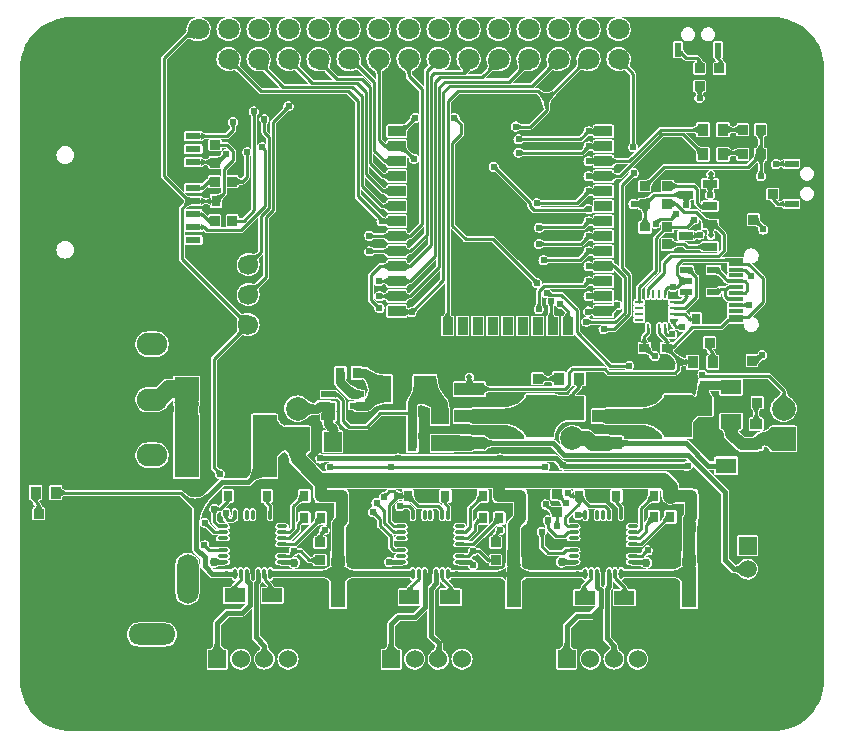
<source format=gtl>
G04 Layer: TopLayer*
G04 EasyEDA Pro v2.2.36.7, 2025-05-26 04:11:26*
G04 Gerber Generator version 0.3*
G04 Scale: 100 percent, Rotated: No, Reflected: No*
G04 Dimensions in millimeters*
G04 Leading zeros omitted, absolute positions, 4 integers and 5 decimals*
%FSLAX45Y45*%
%MOMM*%
%AMPolygonMacro1*4,1,7,-0.65001,0.12497,0.0,0.12497,0.0,0.52497,0.00003,0.52499,0.65001,0.52499,0.65001,-0.52499,-0.65001,-0.52499,-0.65001,0.12497,0*%
%AMPolygonMacro2*4,1,7,0.0,-0.52497,0.0,-0.12497,-0.65001,-0.12497,-0.65001,0.52499,0.65001,0.52499,0.65001,-0.52499,0.00003,-0.52499,0.0,-0.52497,0*%
%AMPolygonMacro3*4,1,7,-0.12497,-0.65001,-0.12497,0.0,-0.52497,0.0,-0.52499,0.00003,-0.52499,0.65001,0.52499,0.65001,0.52499,-0.65001,-0.12497,-0.65001,0*%
%AMPolygonMacro4*4,1,7,0.52497,0.0,0.12497,0.0,0.12497,-0.65001,-0.52499,-0.65001,-0.52499,0.65001,0.52499,0.65001,0.52499,0.00003,0.52497,0.0,0*%
%ADD10C,6.0*%
%ADD11R,0.9X0.8*%
%ADD12R,0.8X0.9*%
%ADD13R,1.2X3.49999*%
%ADD14R,0.8X0.9*%
%ADD15O,1.8X4.19999*%
%ADD16O,1.8060X3.99999*%
%ADD17O,1.8X3.99999*%
%ADD18O,3.99999X1.8*%
%ADD19R,0.89992X1.0*%
%ADD20R,0.80648X0.86401*%
%ADD21R,0.80648X0.86401*%
%ADD22R,0.86401X0.80648*%
%ADD23R,0.25001X0.75001*%
%ADD24R,0.75001X0.25001*%
%ADD25R,1.7X1.7*%
%ADD26R,3.49999X3.49999*%
%ADD27O,0.28001X0.9*%
%ADD28O,0.9X0.28001*%
%ADD29R,0.89992X1.0*%
%ADD30R,1.3X0.3*%
%ADD31O,1.8X1.2*%
%ADD32O,2.0X1.2*%
%ADD33R,1.07201X0.532*%
%ADD34R,2.05999X2.07*%
%ADD35R,1.3X0.6*%
%ADD36R,1.4X1.2*%
%ADD37R,2.0X1.2*%
%ADD38R,1.2X0.6*%
%ADD39PolygonMacro1*%
%ADD40PolygonMacro2*%
%ADD41R,0.6X1.2*%
%ADD42PolygonMacro3*%
%ADD43PolygonMacro4*%
%ADD44O,2.59999X1.9*%
%ADD45R,1.7X1.7*%
%ADD46C,1.7*%
%ADD47R,0.86401X0.80648*%
%ADD48R,1.85499X2.286*%
%ADD49R,1.72799X1.19009*%
%ADD50R,1.48501X1.72799*%
%ADD51R,2.0X5.29999*%
%ADD52R,1.5X1.335*%
%ADD53R,1.25001X0.7*%
%ADD54C,0.5*%
%ADD55R,0.9X0.9*%
%ADD56R,1.5X0.9*%
%ADD57R,0.9X1.5*%
%ADD58R,1.5X0.9*%
%ADD59R,1.8X1.8*%
%ADD60C,1.8*%
%ADD61R,2.0X2.0*%
%ADD62C,2.0*%
%ADD63R,2.0X2.0*%
%ADD64R,1.0X0.89992*%
%ADD65R,1.7575X1.29601*%
%ADD66R,1.2X0.55001*%
%ADD67R,2.49999X1.1*%
%ADD68R,2.34X3.59999*%
%ADD69R,0.6X0.8*%
%ADD70R,1.3589X1.5*%
%ADD71C,1.5*%
%ADD72R,1.5X1.5*%
%ADD73R,1.70101X1.20752*%
%ADD74R,1.524X1.524*%
%ADD75C,1.524*%
%ADD76C,0.762*%
%ADD77C,0.6096*%
%ADD78C,0.254*%
%ADD79C,1.016*%
%ADD80C,0.4064*%
%ADD81C,0.4572*%
%ADD82C,1.27*%
%ADD83C,1.778*%
%ADD84C,0.508*%
%ADD85C,0.381*%
G75*


G04 Copper Start*
G36*
G01X2824825Y-25654D02*
G01X3042575Y-25654D01*
G01X3023028Y-31186D01*
G01X3004948Y-40448D01*
G01X2989038Y-53081D01*
G01X2975918Y-68591D01*
G01X2966100Y-86376D01*
G01X2959965Y-105742D01*
G01X2957752Y-125936D01*
G01X2959547Y-146171D01*
G01X2965280Y-165660D01*
G01X2974729Y-183644D01*
G01X2987525Y-199422D01*
G01X3003170Y-212381D01*
G01X3021056Y-222015D01*
G01X3040484Y-227950D01*
G01X3060700Y-229954D01*
G01X3080916Y-227950D01*
G01X3100344Y-222015D01*
G01X3118230Y-212381D01*
G01X3133875Y-199422D01*
G01X3146671Y-183644D01*
G01X3156120Y-165660D01*
G01X3161853Y-146171D01*
G01X3163648Y-125936D01*
G01X3161435Y-105742D01*
G01X3155300Y-86376D01*
G01X3145482Y-68591D01*
G01X3132362Y-53081D01*
G01X3116452Y-40448D01*
G01X3098372Y-31186D01*
G01X3078825Y-25654D01*
G01X3296575Y-25654D01*
G01X3277028Y-31186D01*
G01X3258948Y-40448D01*
G01X3243038Y-53081D01*
G01X3229918Y-68591D01*
G01X3220100Y-86376D01*
G01X3213965Y-105742D01*
G01X3211752Y-125936D01*
G01X3213547Y-146171D01*
G01X3219280Y-165660D01*
G01X3228729Y-183644D01*
G01X3241525Y-199422D01*
G01X3257170Y-212381D01*
G01X3275056Y-222015D01*
G01X3294484Y-227950D01*
G01X3314700Y-229954D01*
G01X3334916Y-227950D01*
G01X3354344Y-222015D01*
G01X3372230Y-212381D01*
G01X3387875Y-199422D01*
G01X3400671Y-183644D01*
G01X3410120Y-165660D01*
G01X3415853Y-146171D01*
G01X3417648Y-125936D01*
G01X3415435Y-105742D01*
G01X3409300Y-86376D01*
G01X3399482Y-68591D01*
G01X3386362Y-53081D01*
G01X3370452Y-40448D01*
G01X3352372Y-31186D01*
G01X3332825Y-25654D01*
G01X3550575Y-25654D01*
G01X3531028Y-31186D01*
G01X3512948Y-40448D01*
G01X3497038Y-53081D01*
G01X3483918Y-68591D01*
G01X3474100Y-86376D01*
G01X3467965Y-105742D01*
G01X3465752Y-125936D01*
G01X3467547Y-146171D01*
G01X3473280Y-165660D01*
G01X3482729Y-183644D01*
G01X3495525Y-199422D01*
G01X3511170Y-212381D01*
G01X3529056Y-222015D01*
G01X3548484Y-227950D01*
G01X3568700Y-229954D01*
G01X3588916Y-227950D01*
G01X3608344Y-222015D01*
G01X3626230Y-212381D01*
G01X3641875Y-199422D01*
G01X3654671Y-183644D01*
G01X3664120Y-165660D01*
G01X3669853Y-146171D01*
G01X3671648Y-125936D01*
G01X3669435Y-105742D01*
G01X3663300Y-86376D01*
G01X3653482Y-68591D01*
G01X3640362Y-53081D01*
G01X3624452Y-40448D01*
G01X3606372Y-31186D01*
G01X3586825Y-25654D01*
G01X3804575Y-25654D01*
G01X3785028Y-31186D01*
G01X3766948Y-40448D01*
G01X3751038Y-53081D01*
G01X3737918Y-68591D01*
G01X3728100Y-86376D01*
G01X3721965Y-105742D01*
G01X3719752Y-125936D01*
G01X3721547Y-146171D01*
G01X3727280Y-165660D01*
G01X3736729Y-183644D01*
G01X3749525Y-199422D01*
G01X3765170Y-212381D01*
G01X3783056Y-222015D01*
G01X3802484Y-227950D01*
G01X3822700Y-229954D01*
G01X3842916Y-227950D01*
G01X3862344Y-222015D01*
G01X3880230Y-212381D01*
G01X3895875Y-199422D01*
G01X3908671Y-183644D01*
G01X3918120Y-165660D01*
G01X3923853Y-146171D01*
G01X3925648Y-125936D01*
G01X3923435Y-105742D01*
G01X3917300Y-86376D01*
G01X3907482Y-68591D01*
G01X3894362Y-53081D01*
G01X3878452Y-40448D01*
G01X3860372Y-31186D01*
G01X3840825Y-25654D01*
G01X4058575Y-25654D01*
G01X4039028Y-31186D01*
G01X4020948Y-40448D01*
G01X4005038Y-53081D01*
G01X3991918Y-68591D01*
G01X3982100Y-86376D01*
G01X3975965Y-105742D01*
G01X3973752Y-125936D01*
G01X3975547Y-146171D01*
G01X3981280Y-165660D01*
G01X3990729Y-183644D01*
G01X4003525Y-199422D01*
G01X4019170Y-212381D01*
G01X4037056Y-222015D01*
G01X4056484Y-227950D01*
G01X4076700Y-229954D01*
G01X4096916Y-227950D01*
G01X4116344Y-222015D01*
G01X4134230Y-212381D01*
G01X4149875Y-199422D01*
G01X4162671Y-183644D01*
G01X4172120Y-165660D01*
G01X4177853Y-146171D01*
G01X4179648Y-125936D01*
G01X4177435Y-105742D01*
G01X4171300Y-86376D01*
G01X4161482Y-68591D01*
G01X4148362Y-53081D01*
G01X4132452Y-40448D01*
G01X4114372Y-31186D01*
G01X4094825Y-25654D01*
G01X4312575Y-25654D01*
G01X4293028Y-31186D01*
G01X4274948Y-40448D01*
G01X4259038Y-53081D01*
G01X4245918Y-68591D01*
G01X4236100Y-86376D01*
G01X4229965Y-105742D01*
G01X4227752Y-125936D01*
G01X4229547Y-146171D01*
G01X4235280Y-165660D01*
G01X4244729Y-183644D01*
G01X4257525Y-199422D01*
G01X4273170Y-212381D01*
G01X4291056Y-222015D01*
G01X4310484Y-227950D01*
G01X4330700Y-229954D01*
G01X4350916Y-227950D01*
G01X4370344Y-222015D01*
G01X4388230Y-212381D01*
G01X4403875Y-199422D01*
G01X4416671Y-183644D01*
G01X4426120Y-165660D01*
G01X4431853Y-146171D01*
G01X4433648Y-125936D01*
G01X4431435Y-105742D01*
G01X4425300Y-86376D01*
G01X4415482Y-68591D01*
G01X4402362Y-53081D01*
G01X4386452Y-40448D01*
G01X4368372Y-31186D01*
G01X4348825Y-25654D01*
G01X4566575Y-25654D01*
G01X4547028Y-31186D01*
G01X4528948Y-40448D01*
G01X4513038Y-53081D01*
G01X4499918Y-68591D01*
G01X4490100Y-86376D01*
G01X4483965Y-105742D01*
G01X4481752Y-125936D01*
G01X4483547Y-146171D01*
G01X4489280Y-165660D01*
G01X4498729Y-183644D01*
G01X4511525Y-199422D01*
G01X4527170Y-212381D01*
G01X4545056Y-222015D01*
G01X4564484Y-227950D01*
G01X4584700Y-229954D01*
G01X4604916Y-227950D01*
G01X4624344Y-222015D01*
G01X4642230Y-212381D01*
G01X4657875Y-199422D01*
G01X4670671Y-183644D01*
G01X4680120Y-165660D01*
G01X4685853Y-146171D01*
G01X4687648Y-125936D01*
G01X4685435Y-105742D01*
G01X4679300Y-86376D01*
G01X4669482Y-68591D01*
G01X4656362Y-53081D01*
G01X4640452Y-40448D01*
G01X4622372Y-31186D01*
G01X4602825Y-25654D01*
G01X4820575Y-25654D01*
G01X4801028Y-31186D01*
G01X4782948Y-40448D01*
G01X4767038Y-53081D01*
G01X4753918Y-68591D01*
G01X4744100Y-86376D01*
G01X4737965Y-105742D01*
G01X4735752Y-125936D01*
G01X4737547Y-146171D01*
G01X4743280Y-165660D01*
G01X4752729Y-183644D01*
G01X4765525Y-199422D01*
G01X4781170Y-212381D01*
G01X4799056Y-222015D01*
G01X4818484Y-227950D01*
G01X4838700Y-229954D01*
G01X4858916Y-227950D01*
G01X4878344Y-222015D01*
G01X4896230Y-212381D01*
G01X4911875Y-199422D01*
G01X4924671Y-183644D01*
G01X4934120Y-165660D01*
G01X4939853Y-146171D01*
G01X4941648Y-125936D01*
G01X4939435Y-105742D01*
G01X4933300Y-86376D01*
G01X4923482Y-68591D01*
G01X4910362Y-53081D01*
G01X4894452Y-40448D01*
G01X4876372Y-31186D01*
G01X4856825Y-25654D01*
G01X5074575Y-25654D01*
G01X5055028Y-31186D01*
G01X5036948Y-40448D01*
G01X5021038Y-53081D01*
G01X5007918Y-68591D01*
G01X4998100Y-86376D01*
G01X4991965Y-105742D01*
G01X4989752Y-125936D01*
G01X4991547Y-146171D01*
G01X4997280Y-165660D01*
G01X5006729Y-183644D01*
G01X5019525Y-199422D01*
G01X5035170Y-212381D01*
G01X5053056Y-222015D01*
G01X5072484Y-227950D01*
G01X5092700Y-229954D01*
G01X5112916Y-227950D01*
G01X5132344Y-222015D01*
G01X5150230Y-212381D01*
G01X5165875Y-199422D01*
G01X5178671Y-183644D01*
G01X5185471Y-170701D01*
G01X5620136Y-170701D01*
G01X5621899Y-185216D01*
G01X5627084Y-198889D01*
G01X5635390Y-210923D01*
G01X5646335Y-220619D01*
G01X5659283Y-227414D01*
G01X5673480Y-230914D01*
G01X5688102Y-230914D01*
G01X5702300Y-227414D01*
G01X5715247Y-220619D01*
G01X5726192Y-210923D01*
G01X5734499Y-198889D01*
G01X5739684Y-185216D01*
G01X5741446Y-170701D01*
G01X5790138Y-170701D01*
G01X5791901Y-185216D01*
G01X5797086Y-198889D01*
G01X5805392Y-210923D01*
G01X5816337Y-220619D01*
G01X5829285Y-227414D01*
G01X5843482Y-230914D01*
G01X5858105Y-230914D01*
G01X5872302Y-227414D01*
G01X5885250Y-220619D01*
G01X5896195Y-210923D01*
G01X5904501Y-198889D01*
G01X5909686Y-185216D01*
G01X5911449Y-170701D01*
G01X5909686Y-156185D01*
G01X5904501Y-142513D01*
G01X5896195Y-130479D01*
G01X5885250Y-120782D01*
G01X5872302Y-113987D01*
G01X5858105Y-110488D01*
G01X5843482Y-110488D01*
G01X5829285Y-113987D01*
G01X5816337Y-120782D01*
G01X5805392Y-130479D01*
G01X5797086Y-142513D01*
G01X5791901Y-156185D01*
G01X5790138Y-170701D01*
G01X5790138Y-170701D01*
G01X5741446Y-170701D01*
G01X5741446Y-170701D01*
G01X5739684Y-156185D01*
G01X5734499Y-142513D01*
G01X5726192Y-130479D01*
G01X5715247Y-120782D01*
G01X5702300Y-113987D01*
G01X5688102Y-110488D01*
G01X5673480Y-110488D01*
G01X5659283Y-113987D01*
G01X5646335Y-120782D01*
G01X5635390Y-130479D01*
G01X5627084Y-142513D01*
G01X5621899Y-156185D01*
G01X5620136Y-170701D01*
G01X5620136Y-170701D01*
G01X5185471Y-170701D01*
G01X5188120Y-165660D01*
G01X5193853Y-146171D01*
G01X5195648Y-125936D01*
G01X5193435Y-105742D01*
G01X5187300Y-86376D01*
G01X5177482Y-68591D01*
G01X5164362Y-53081D01*
G01X5148452Y-40448D01*
G01X5130372Y-31186D01*
G01X5110825Y-25654D01*
G01X6400800Y-25654D01*
G01X6440618Y-27495D01*
G01X6480096Y-33002D01*
G01X6518898Y-42128D01*
G01X6556692Y-54795D01*
G01X6593157Y-70896D01*
G01X6627980Y-90292D01*
G01X6660865Y-112819D01*
G01X6691531Y-138284D01*
G01X6719716Y-166469D01*
G01X6745181Y-197135D01*
G01X6767708Y-230020D01*
G01X6787104Y-264843D01*
G01X6803205Y-301308D01*
G01X6815872Y-339102D01*
G01X6824998Y-377904D01*
G01X6830505Y-417382D01*
G01X6832346Y-457200D01*
G01X6832346Y-5638800D01*
G01X6830505Y-5678618D01*
G01X6824998Y-5718096D01*
G01X6815872Y-5756898D01*
G01X6803205Y-5794692D01*
G01X6787104Y-5831157D01*
G01X6767708Y-5865980D01*
G01X6745181Y-5898865D01*
G01X6719716Y-5929531D01*
G01X6691531Y-5957716D01*
G01X6660865Y-5983181D01*
G01X6627980Y-6005708D01*
G01X6593157Y-6025104D01*
G01X6556692Y-6041205D01*
G01X6518898Y-6053872D01*
G01X6480096Y-6062998D01*
G01X6440618Y-6068505D01*
G01X6400800Y-6070346D01*
G01X457200Y-6070346D01*
G01X417382Y-6068505D01*
G01X377904Y-6062998D01*
G01X339102Y-6053872D01*
G01X301308Y-6041205D01*
G01X264843Y-6025104D01*
G01X230020Y-6005708D01*
G01X197135Y-5983181D01*
G01X166469Y-5957716D01*
G01X138284Y-5929531D01*
G01X112819Y-5898865D01*
G01X90292Y-5865980D01*
G01X70896Y-5831157D01*
G01X54795Y-5794692D01*
G01X42128Y-5756898D01*
G01X33002Y-5718096D01*
G01X27495Y-5678618D01*
G01X25654Y-5638800D01*
G01X25654Y-5251666D01*
G01X930021Y-5251666D01*
G01X931999Y-5271751D01*
G01X937858Y-5291065D01*
G01X947372Y-5308864D01*
G01X960175Y-5324465D01*
G01X975777Y-5337269D01*
G01X993576Y-5346783D01*
G01X1012890Y-5352641D01*
G01X1032975Y-5354620D01*
G01X1252974Y-5354620D01*
G01X1273060Y-5352641D01*
G01X1292373Y-5346783D01*
G01X1310172Y-5337269D01*
G01X1325774Y-5324465D01*
G01X1338577Y-5308864D01*
G01X1348091Y-5291065D01*
G01X1353950Y-5271751D01*
G01X1355928Y-5251666D01*
G01X1353950Y-5231581D01*
G01X1348091Y-5212267D01*
G01X1338577Y-5194468D01*
G01X1325774Y-5178867D01*
G01X1310172Y-5166063D01*
G01X1292373Y-5156549D01*
G01X1273060Y-5150690D01*
G01X1252974Y-5148712D01*
G01X1252974Y-5148712D01*
G01X1032975Y-5148712D01*
G01X1012890Y-5150690D01*
G01X993576Y-5156549D01*
G01X975777Y-5166063D01*
G01X960175Y-5178867D01*
G01X947372Y-5194468D01*
G01X937858Y-5212267D01*
G01X931999Y-5231581D01*
G01X930021Y-5251666D01*
G01X25654Y-5251666D01*
G01X25654Y-4661334D01*
G01X1340046Y-4661334D01*
G01X1340046Y-4901334D01*
G01X1342024Y-4921419D01*
G01X1347882Y-4940733D01*
G01X1357396Y-4958532D01*
G01X1370200Y-4974133D01*
G01X1385801Y-4986937D01*
G01X1403601Y-4996451D01*
G01X1422914Y-5002309D01*
G01X1442999Y-5004288D01*
G01X1463085Y-5002309D01*
G01X1482398Y-4996451D01*
G01X1500197Y-4986937D01*
G01X1515799Y-4974133D01*
G01X1528602Y-4958532D01*
G01X1538116Y-4940733D01*
G01X1543975Y-4921419D01*
G01X1545953Y-4901334D01*
G01X1545953Y-4661334D01*
G01X1543975Y-4641249D01*
G01X1538116Y-4621936D01*
G01X1528602Y-4604136D01*
G01X1515799Y-4588535D01*
G01X1500197Y-4575731D01*
G01X1482398Y-4566217D01*
G01X1463085Y-4560359D01*
G01X1442999Y-4558381D01*
G01X1422914Y-4560359D01*
G01X1403601Y-4566217D01*
G01X1385801Y-4575731D01*
G01X1370200Y-4588535D01*
G01X1357396Y-4604136D01*
G01X1347882Y-4621936D01*
G01X1342024Y-4641249D01*
G01X1340046Y-4661334D01*
G01X1340046Y-4661334D01*
G01X25654Y-4661334D01*
G01X25654Y-4101300D01*
G01X98349Y-4101300D01*
G01X100084Y-4107777D01*
G01X104826Y-4112518D01*
G01X111303Y-4114254D01*
G01X121256Y-4114254D01*
G01X126271Y-4118794D01*
G01X129520Y-4124728D01*
G01X130645Y-4131399D01*
G01X132598Y-4141216D01*
G01X138159Y-4149539D01*
G01X154533Y-4165913D01*
G01X151585Y-4169913D01*
G01X147647Y-4172946D01*
G01X147647Y-4172946D01*
G01X142008Y-4172946D01*
G01X135531Y-4174681D01*
G01X130789Y-4179423D01*
G01X129054Y-4185900D01*
G01X129054Y-4272300D01*
G01X130789Y-4278777D01*
G01X135531Y-4283519D01*
G01X142008Y-4285254D01*
G01X222655Y-4285254D01*
G01X229132Y-4283519D01*
G01X233874Y-4278777D01*
G01X235609Y-4272300D01*
G01X235609Y-4185900D01*
G01X233874Y-4179423D01*
G01X229132Y-4174681D01*
G01X222655Y-4172946D01*
G01X217015Y-4172946D01*
G01X212214Y-4168964D01*
G01X209076Y-4163573D01*
G01X207985Y-4157431D01*
G01X206033Y-4147614D01*
G01X200471Y-4139291D01*
G01X183898Y-4122717D01*
G01X187022Y-4117960D01*
G01X191341Y-4114254D01*
G01X201295Y-4114254D01*
G01X207772Y-4112518D01*
G01X212513Y-4107777D01*
G01X214249Y-4101300D01*
G01X214249Y-4001300D01*
G01X212513Y-3994823D01*
G01X207772Y-3990082D01*
G01X201295Y-3988346D01*
G01X111303Y-3988346D01*
G01X104826Y-3990082D01*
G01X100084Y-3994823D01*
G01X98349Y-4001300D01*
G01X98349Y-4101300D01*
G01X25654Y-4101300D01*
G01X25654Y-3723941D01*
G01X1000507Y-3723941D01*
G01X1000507Y-3743862D01*
G01X1004167Y-3763445D01*
G01X1011364Y-3782021D01*
G01X1021851Y-3798958D01*
G01X1035272Y-3813680D01*
G01X1051170Y-3825686D01*
G01X1069003Y-3834566D01*
G01X1088164Y-3840017D01*
G01X1108000Y-3841855D01*
G01X1178000Y-3841855D01*
G01X1197836Y-3840017D01*
G01X1216997Y-3834566D01*
G01X1234830Y-3825686D01*
G01X1250728Y-3813680D01*
G01X1264149Y-3798958D01*
G01X1274636Y-3782021D01*
G01X1281833Y-3763445D01*
G01X1285493Y-3743862D01*
G01X1285493Y-3723941D01*
G01X1281833Y-3704359D01*
G01X1274636Y-3685782D01*
G01X1264149Y-3668845D01*
G01X1250728Y-3654123D01*
G01X1234830Y-3642117D01*
G01X1216997Y-3633238D01*
G01X1197836Y-3627786D01*
G01X1178000Y-3625948D01*
G01X1178000Y-3625948D01*
G01X1108000Y-3625948D01*
G01X1088164Y-3627786D01*
G01X1069003Y-3633238D01*
G01X1051170Y-3642117D01*
G01X1035272Y-3654123D01*
G01X1021851Y-3668845D01*
G01X1011364Y-3685782D01*
G01X1004167Y-3704359D01*
G01X1000507Y-3723941D01*
G01X25654Y-3723941D01*
G01X25654Y-3253939D01*
G01X1000507Y-3253939D01*
G01X1000507Y-3273861D01*
G01X1004167Y-3293443D01*
G01X1011364Y-3312019D01*
G01X1021851Y-3328957D01*
G01X1035272Y-3343679D01*
G01X1051170Y-3355684D01*
G01X1069003Y-3364564D01*
G01X1088164Y-3370016D01*
G01X1108000Y-3371854D01*
G01X1178000Y-3371854D01*
G01X1198804Y-3369830D01*
G01X1218828Y-3363835D01*
G01X1237322Y-3354094D01*
G01X1253591Y-3340971D01*
G01X1267027Y-3324959D01*
G01X1277125Y-3306658D01*
G01X1319146Y-3264636D01*
G01X1319146Y-3280900D01*
G01X1319219Y-3282266D01*
G01X1325828Y-3354516D01*
G01X1322418Y-3391292D01*
G01X1322352Y-3392601D01*
G01X1322352Y-3922599D01*
G01X1322352Y-3922599D01*
G01X1324087Y-3929076D01*
G01X1328829Y-3933818D01*
G01X1335306Y-3935553D01*
G01X1535306Y-3935553D01*
G01X1541783Y-3933818D01*
G01X1546524Y-3929076D01*
G01X1548260Y-3922599D01*
G01X1548260Y-3392601D01*
G01X1548188Y-3391243D01*
G01X1544505Y-3352799D01*
G01X1550981Y-3282266D01*
G01X1551054Y-3280900D01*
G01X1551054Y-3073900D01*
G01X1549318Y-3067423D01*
G01X1544577Y-3062682D01*
G01X1538100Y-3060946D01*
G01X1332100Y-3060946D01*
G01X1325623Y-3062682D01*
G01X1320882Y-3067423D01*
G01X1319146Y-3073900D01*
G01X1319146Y-3085846D01*
G01X1282700Y-3085846D01*
G01X1265307Y-3087559D01*
G01X1248582Y-3092632D01*
G01X1233169Y-3100871D01*
G01X1219659Y-3111959D01*
G01X1175671Y-3155946D01*
G01X1108000Y-3155946D01*
G01X1088164Y-3157784D01*
G01X1069003Y-3163236D01*
G01X1051170Y-3172116D01*
G01X1035272Y-3184121D01*
G01X1021851Y-3198843D01*
G01X1011364Y-3215781D01*
G01X1004167Y-3234357D01*
G01X1000507Y-3253939D01*
G01X25654Y-3253939D01*
G01X25654Y-2783938D01*
G01X1000507Y-2783938D01*
G01X1000507Y-2803859D01*
G01X1004167Y-2823441D01*
G01X1011364Y-2842018D01*
G01X1021851Y-2858955D01*
G01X1035272Y-2873677D01*
G01X1051170Y-2885683D01*
G01X1069003Y-2894562D01*
G01X1088164Y-2900014D01*
G01X1108000Y-2901852D01*
G01X1178000Y-2901852D01*
G01X1197836Y-2900014D01*
G01X1216997Y-2894562D01*
G01X1234830Y-2885683D01*
G01X1250728Y-2873677D01*
G01X1264149Y-2858955D01*
G01X1274636Y-2842018D01*
G01X1281833Y-2823441D01*
G01X1285493Y-2803859D01*
G01X1285493Y-2783938D01*
G01X1281833Y-2764355D01*
G01X1274636Y-2745779D01*
G01X1264149Y-2728842D01*
G01X1250728Y-2714120D01*
G01X1234830Y-2702114D01*
G01X1216997Y-2693234D01*
G01X1197836Y-2687783D01*
G01X1178000Y-2685945D01*
G01X1178000Y-2685945D01*
G01X1108000Y-2685945D01*
G01X1088164Y-2687783D01*
G01X1069003Y-2693234D01*
G01X1051170Y-2702114D01*
G01X1035272Y-2714120D01*
G01X1021851Y-2728842D01*
G01X1011364Y-2745779D01*
G01X1004167Y-2764355D01*
G01X1000507Y-2783938D01*
G01X25654Y-2783938D01*
G01X25654Y-1994103D01*
G01X332938Y-1994103D01*
G01X334835Y-2010938D01*
G01X340430Y-2026928D01*
G01X349443Y-2041273D01*
G01X361423Y-2053252D01*
G01X375767Y-2062265D01*
G01X391757Y-2067860D01*
G01X408592Y-2069757D01*
G01X425427Y-2067860D01*
G01X441417Y-2062265D01*
G01X455761Y-2053252D01*
G01X467741Y-2041273D01*
G01X476754Y-2026928D01*
G01X482349Y-2010938D01*
G01X484246Y-1994103D01*
G01X482349Y-1977269D01*
G01X476754Y-1961278D01*
G01X467741Y-1946934D01*
G01X455761Y-1934955D01*
G01X441417Y-1925941D01*
G01X425427Y-1920346D01*
G01X408592Y-1918449D01*
G01X391757Y-1920346D01*
G01X375767Y-1925941D01*
G01X361423Y-1934955D01*
G01X349443Y-1946934D01*
G01X340430Y-1961278D01*
G01X334835Y-1977269D01*
G01X332938Y-1994103D01*
G01X332938Y-1994103D01*
G01X25654Y-1994103D01*
G01X25654Y-1194105D01*
G01X332938Y-1194105D01*
G01X334835Y-1210939D01*
G01X340430Y-1226930D01*
G01X349443Y-1241274D01*
G01X361423Y-1253253D01*
G01X375767Y-1262267D01*
G01X391757Y-1267862D01*
G01X408592Y-1269759D01*
G01X425427Y-1267862D01*
G01X441417Y-1262267D01*
G01X455761Y-1253253D01*
G01X467741Y-1241274D01*
G01X476754Y-1226930D01*
G01X482349Y-1210939D01*
G01X484246Y-1194105D01*
G01X482349Y-1177270D01*
G01X476754Y-1161280D01*
G01X467741Y-1146935D01*
G01X455761Y-1134956D01*
G01X441417Y-1125943D01*
G01X425427Y-1120348D01*
G01X408592Y-1118451D01*
G01X391757Y-1120348D01*
G01X375767Y-1125943D01*
G01X361423Y-1134956D01*
G01X349443Y-1146935D01*
G01X340430Y-1161280D01*
G01X334835Y-1177270D01*
G01X332938Y-1194105D01*
G01X332938Y-1194105D01*
G01X25654Y-1194105D01*
G01X25654Y-457200D01*
G01X27495Y-417382D01*
G01X33002Y-377904D01*
G01X42128Y-339102D01*
G01X54795Y-301308D01*
G01X70896Y-264843D01*
G01X90292Y-230020D01*
G01X112819Y-197135D01*
G01X138284Y-166469D01*
G01X166469Y-138284D01*
G01X197135Y-112819D01*
G01X230020Y-90292D01*
G01X264843Y-70896D01*
G01X301308Y-54795D01*
G01X339102Y-42128D01*
G01X377904Y-33002D01*
G01X417382Y-27495D01*
G01X457200Y-25654D01*
G01X1518676Y-25654D01*
G01X1500400Y-30675D01*
G01X1483354Y-38960D01*
G01X1468116Y-50229D01*
G01X1455201Y-64100D01*
G01X1445047Y-80103D01*
G01X1439087Y-94269D01*
G01X1435303Y-109164D01*
G01X1433777Y-124457D01*
G01X1434546Y-139806D01*
G01X1433417Y-142015D01*
G01X1431574Y-144700D01*
G01X1428798Y-147822D01*
G01X1226460Y-350160D01*
G01X1220899Y-358483D01*
G01X1218946Y-368300D01*
G01X1218946Y-1371600D01*
G01X1220899Y-1381417D01*
G01X1226460Y-1389740D01*
G01X1404493Y-1567773D01*
G01X1409075Y-1575309D01*
G01X1412379Y-1583487D01*
G01X1409075Y-1591664D01*
G01X1404493Y-1599201D01*
G01X1378860Y-1624833D01*
G01X1373299Y-1633156D01*
G01X1371346Y-1642973D01*
G01X1371346Y-2070100D01*
G01X1373299Y-2079917D01*
G01X1378860Y-2088240D01*
G01X1855631Y-2565012D01*
G01X1859523Y-2569258D01*
G01X1862087Y-2572718D01*
G01X1863706Y-2575607D01*
G01X1864637Y-2578045D01*
G01X1865113Y-2580276D01*
G01X1865257Y-2582610D01*
G01X1865085Y-2585303D01*
G01X1864591Y-2588401D01*
G01X1860251Y-2606591D01*
G01X1860043Y-2607658D01*
G01X1859694Y-2609961D01*
G01X1858396Y-2618533D01*
G01X1858328Y-2618986D01*
G01X1858199Y-2620247D01*
G01X1858150Y-2621192D01*
G01X1857879Y-2626349D01*
G01X1857865Y-2626619D01*
G01X1857851Y-2627607D01*
G01X1857852Y-2630158D01*
G01X1857876Y-2631388D01*
G01X1858148Y-2636575D01*
G01X1858199Y-2637553D01*
G01X1858328Y-2638814D01*
G01X1858404Y-2639316D01*
G01X1859673Y-2647699D01*
G01X1860043Y-2650142D01*
G01X1860251Y-2651209D01*
G01X1864591Y-2669399D01*
G01X1865085Y-2672497D01*
G01X1865257Y-2675190D01*
G01X1865113Y-2677524D01*
G01X1864637Y-2679755D01*
G01X1863706Y-2682193D01*
G01X1862087Y-2685082D01*
G01X1859523Y-2688542D01*
G01X1855631Y-2692788D01*
G01X1645560Y-2902860D01*
G01X1639999Y-2911183D01*
G01X1638046Y-2921000D01*
G01X1638046Y-3838138D01*
G01X1639999Y-3847956D01*
G01X1645560Y-3856278D01*
G01X1671537Y-3882256D01*
G01X1672489Y-3883370D01*
G01X1672992Y-3884165D01*
G01X1674505Y-3887774D01*
G01X1675503Y-3892003D01*
G01X1676056Y-3896890D01*
G01X1678491Y-3908464D01*
G01X1683957Y-3918952D01*
G01X1692050Y-3927577D01*
G01X1702170Y-3933698D01*
G01X1713566Y-3936863D01*
G01X1713351Y-3937076D01*
G01X1597680Y-4052746D01*
G01X1581095Y-4066663D01*
G01X1562345Y-4077488D01*
G01X1542000Y-4084893D01*
G01X1520679Y-4088653D01*
G01X1499028Y-4088653D01*
G01X1477707Y-4084893D01*
G01X1457362Y-4077488D01*
G01X1438612Y-4066663D01*
G01X1422027Y-4052746D01*
G01X1402440Y-4033160D01*
G01X1394117Y-4027599D01*
G01X1384300Y-4025646D01*
G01X409397Y-4025646D01*
G01X400133Y-4024385D01*
G01X391543Y-4020696D01*
G01X384251Y-4014845D01*
G01X384251Y-4001300D01*
G01X382516Y-3994823D01*
G01X377774Y-3990082D01*
G01X371297Y-3988346D01*
G01X281305Y-3988346D01*
G01X274828Y-3990082D01*
G01X270087Y-3994823D01*
G01X268351Y-4001300D01*
G01X268351Y-4101300D01*
G01X270087Y-4107777D01*
G01X274828Y-4112518D01*
G01X281305Y-4114254D01*
G01X371297Y-4114254D01*
G01X377774Y-4112518D01*
G01X382516Y-4107777D01*
G01X384251Y-4101300D01*
G01X384251Y-4087755D01*
G01X391543Y-4081904D01*
G01X400133Y-4078215D01*
G01X409397Y-4076954D01*
G01X1373674Y-4076954D01*
G01X1388434Y-4091714D01*
G01X1469815Y-4174186D01*
G01X1481224Y-4188159D01*
G01X1481224Y-4526089D01*
G01X1482444Y-4535358D01*
G01X1486022Y-4543996D01*
G01X1491714Y-4551413D01*
G01X1551686Y-4611386D01*
G01X1551686Y-4671060D01*
G01X1552906Y-4680329D01*
G01X1556484Y-4688967D01*
G01X1562176Y-4696384D01*
G01X1628216Y-4762424D01*
G01X1635633Y-4768116D01*
G01X1644271Y-4771694D01*
G01X1653540Y-4772914D01*
G01X1817190Y-4772914D01*
G01X1819889Y-4781057D01*
G01X1825010Y-4787939D01*
G01X1832034Y-4792864D01*
G01X1840250Y-4795332D01*
G01X1848826Y-4795094D01*
G01X1823360Y-4820560D01*
G01X1817799Y-4828883D01*
G01X1815846Y-4838700D01*
G01X1813947Y-4843664D01*
G01X1809219Y-4846091D01*
G01X1756449Y-4846091D01*
G01X1749972Y-4847827D01*
G01X1745231Y-4852568D01*
G01X1743495Y-4859045D01*
G01X1743495Y-4979797D01*
G01X1745231Y-4986274D01*
G01X1749972Y-4991015D01*
G01X1756449Y-4992751D01*
G01X1926551Y-4992751D01*
G01X1931198Y-4991889D01*
G01X1935226Y-4989417D01*
G01X1935226Y-4990017D01*
G01X1891217Y-5034026D01*
G01X1780963Y-5034026D01*
G01X1772351Y-5035160D01*
G01X1764326Y-5038484D01*
G01X1757435Y-5043772D01*
G01X1670372Y-5130834D01*
G01X1665084Y-5137725D01*
G01X1661760Y-5145750D01*
G01X1660627Y-5154362D01*
G01X1660627Y-5323840D01*
G01X1659164Y-5337362D01*
G01X1654845Y-5350258D01*
G01X1647868Y-5361933D01*
G01X1638557Y-5371846D01*
G01X1617701Y-5371846D01*
G01X1611224Y-5373582D01*
G01X1606482Y-5378323D01*
G01X1604747Y-5384800D01*
G01X1604747Y-5537200D01*
G01X1606482Y-5543677D01*
G01X1611224Y-5548418D01*
G01X1617701Y-5550154D01*
G01X1770101Y-5550154D01*
G01X1776578Y-5548418D01*
G01X1781319Y-5543677D01*
G01X1783055Y-5537200D01*
G01X1783055Y-5461000D01*
G01X1804746Y-5461000D01*
G01X1806694Y-5479536D01*
G01X1812454Y-5497262D01*
G01X1821773Y-5513403D01*
G01X1834245Y-5527254D01*
G01X1849323Y-5538210D01*
G01X1866350Y-5545790D01*
G01X1884581Y-5549666D01*
G01X1903219Y-5549666D01*
G01X1921450Y-5545790D01*
G01X1938477Y-5538210D01*
G01X1953556Y-5527254D01*
G01X1966027Y-5513403D01*
G01X1975346Y-5497262D01*
G01X1981106Y-5479536D01*
G01X1983054Y-5461000D01*
G01X1981106Y-5442464D01*
G01X1975346Y-5424738D01*
G01X1966027Y-5408597D01*
G01X1953556Y-5394746D01*
G01X1938477Y-5383790D01*
G01X1921450Y-5376210D01*
G01X1903219Y-5372334D01*
G01X1884581Y-5372334D01*
G01X1866350Y-5376210D01*
G01X1849323Y-5383790D01*
G01X1834245Y-5394746D01*
G01X1821773Y-5408597D01*
G01X1812454Y-5424738D01*
G01X1806694Y-5442464D01*
G01X1804746Y-5461000D01*
G01X1804746Y-5461000D01*
G01X1783055Y-5461000D01*
G01X1783055Y-5384800D01*
G01X1781319Y-5378323D01*
G01X1776578Y-5373582D01*
G01X1770101Y-5371846D01*
G01X1749244Y-5371846D01*
G01X1739933Y-5361933D01*
G01X1732956Y-5350258D01*
G01X1728637Y-5337362D01*
G01X1727175Y-5323840D01*
G01X1727175Y-5168145D01*
G01X1794745Y-5100574D01*
G01X1905000Y-5100574D01*
G01X1913612Y-5099440D01*
G01X1921637Y-5096116D01*
G01X1928528Y-5090828D01*
G01X1986026Y-5033331D01*
G01X1986026Y-5271195D01*
G01X1987160Y-5279807D01*
G01X1990484Y-5287832D01*
G01X1995772Y-5294723D01*
G01X2060520Y-5359471D01*
G01X2060452Y-5361054D01*
G01X2060012Y-5364251D01*
G01X2059349Y-5366946D01*
G01X2058495Y-5369279D01*
G01X2057443Y-5371399D01*
G01X2056283Y-5373231D01*
G01X2052573Y-5377698D01*
G01X2047725Y-5382349D01*
G01X2041533Y-5387809D01*
G01X2034879Y-5393893D01*
G01X2034281Y-5394475D01*
G01X2032139Y-5396704D01*
G01X2020697Y-5410111D01*
G01X2012116Y-5425507D01*
G01X2006731Y-5442290D01*
G01X2004754Y-5459805D01*
G01X2006261Y-5477366D01*
G01X2011193Y-5494288D01*
G01X2019359Y-5509908D01*
G01X2030437Y-5523617D01*
G01X2043996Y-5534879D01*
G01X2059506Y-5543253D01*
G01X2076360Y-5548412D01*
G01X2093900Y-5550154D01*
G01X2111439Y-5548412D01*
G01X2128293Y-5543253D01*
G01X2143803Y-5534879D01*
G01X2157362Y-5523617D01*
G01X2168441Y-5509908D01*
G01X2176606Y-5494288D01*
G01X2181539Y-5477366D01*
G01X2182943Y-5461000D01*
G01X2204745Y-5461000D01*
G01X2206694Y-5479536D01*
G01X2212453Y-5497262D01*
G01X2221772Y-5513403D01*
G01X2234244Y-5527254D01*
G01X2249322Y-5538210D01*
G01X2266349Y-5545790D01*
G01X2284580Y-5549666D01*
G01X2303219Y-5549666D01*
G01X2321450Y-5545790D01*
G01X2338476Y-5538210D01*
G01X2353555Y-5527254D01*
G01X2366027Y-5513403D01*
G01X2375346Y-5497262D01*
G01X2381105Y-5479536D01*
G01X2383053Y-5461000D01*
G01X2381105Y-5442464D01*
G01X2375346Y-5424738D01*
G01X2366027Y-5408597D01*
G01X2353555Y-5394746D01*
G01X2338476Y-5383790D01*
G01X2321450Y-5376210D01*
G01X2303219Y-5372334D01*
G01X2284580Y-5372334D01*
G01X2266349Y-5376210D01*
G01X2249322Y-5383790D01*
G01X2234244Y-5394746D01*
G01X2221772Y-5408597D01*
G01X2212453Y-5424738D01*
G01X2206694Y-5442464D01*
G01X2204745Y-5461000D01*
G01X2204745Y-5461000D01*
G01X2182943Y-5461000D01*
G01X2183046Y-5459805D01*
G01X2181068Y-5442290D01*
G01X2175684Y-5425507D01*
G01X2167103Y-5410111D01*
G01X2155661Y-5396704D01*
G01X2153518Y-5394475D01*
G01X2152921Y-5393893D01*
G01X2146092Y-5387652D01*
G01X2140074Y-5382349D01*
G01X2135226Y-5377698D01*
G01X2131517Y-5373231D01*
G01X2130357Y-5371399D01*
G01X2129304Y-5369279D01*
G01X2128450Y-5366946D01*
G01X2127788Y-5364251D01*
G01X2127347Y-5361054D01*
G01X2127174Y-5356983D01*
G01X2127174Y-5345794D01*
G01X2126040Y-5337183D01*
G01X2122716Y-5329157D01*
G01X2117428Y-5322266D01*
G01X2052574Y-5257412D01*
G01X2052574Y-4833520D01*
G01X2067479Y-4818615D01*
G01X2072574Y-4812053D01*
G01X2075885Y-4804434D01*
G01X2077360Y-4806040D01*
G01X2116625Y-4845305D01*
G01X2114019Y-4846091D01*
G01X2073949Y-4846091D01*
G01X2067472Y-4847827D01*
G01X2062731Y-4852568D01*
G01X2060995Y-4859045D01*
G01X2060995Y-4979797D01*
G01X2062731Y-4986274D01*
G01X2067472Y-4991015D01*
G01X2073949Y-4992751D01*
G01X2244051Y-4992751D01*
G01X2250528Y-4991015D01*
G01X2255269Y-4986274D01*
G01X2257005Y-4979797D01*
G01X2257005Y-4859045D01*
G01X2255269Y-4852568D01*
G01X2250528Y-4847827D01*
G01X2244051Y-4846091D01*
G01X2178581Y-4846091D01*
G01X2173853Y-4843664D01*
G01X2171954Y-4838700D01*
G01X2170001Y-4828883D01*
G01X2164440Y-4820560D01*
G01X2138968Y-4795088D01*
G01X2148906Y-4795122D01*
G01X2158180Y-4791552D01*
G01X2165531Y-4784864D01*
G01X2169958Y-4775967D01*
G01X2581595Y-4775967D01*
G01X2599485Y-4777935D01*
G01X2616519Y-4783745D01*
G01X2631882Y-4793119D01*
G01X2644841Y-4805608D01*
G01X2644841Y-5026097D01*
G01X2646577Y-5032574D01*
G01X2651318Y-5037316D01*
G01X2657795Y-5039051D01*
G01X2777795Y-5039051D01*
G01X2784272Y-5037316D01*
G01X2789013Y-5032574D01*
G01X2790749Y-5026097D01*
G01X2790749Y-4805608D01*
G01X2803707Y-4793119D01*
G01X2819071Y-4783745D01*
G01X2836105Y-4777935D01*
G01X2853995Y-4775967D01*
G01X3323856Y-4775967D01*
G01X3327166Y-4783269D01*
G01X3332477Y-4789274D01*
G01X3339320Y-4793451D01*
G01X3347088Y-4795431D01*
G01X3309260Y-4833260D01*
G01X3303699Y-4841583D01*
G01X3301746Y-4851400D01*
G01X3300780Y-4855921D01*
G01X3298050Y-4859652D01*
G01X3294033Y-4861941D01*
G01X3236070Y-4861941D01*
G01X3229593Y-4863677D01*
G01X3224852Y-4868418D01*
G01X3223116Y-4874895D01*
G01X3223116Y-4995647D01*
G01X3224852Y-5002124D01*
G01X3229593Y-5006865D01*
G01X3236070Y-5008601D01*
G01X3406172Y-5008601D01*
G01X3412006Y-5007212D01*
G01X3416590Y-5003346D01*
G01X3416590Y-5007254D01*
G01X3351717Y-5072126D01*
G01X3225800Y-5072126D01*
G01X3217188Y-5073260D01*
G01X3209163Y-5076584D01*
G01X3202272Y-5081872D01*
G01X3143572Y-5140571D01*
G01X3138284Y-5147462D01*
G01X3134960Y-5155487D01*
G01X3133827Y-5164099D01*
G01X3133827Y-5323840D01*
G01X3132364Y-5337362D01*
G01X3128045Y-5350258D01*
G01X3121068Y-5361933D01*
G01X3111757Y-5371846D01*
G01X3090901Y-5371846D01*
G01X3084424Y-5373582D01*
G01X3079682Y-5378323D01*
G01X3077947Y-5384800D01*
G01X3077947Y-5537200D01*
G01X3079682Y-5543677D01*
G01X3084424Y-5548418D01*
G01X3090901Y-5550154D01*
G01X3243301Y-5550154D01*
G01X3249778Y-5548418D01*
G01X3254519Y-5543677D01*
G01X3256255Y-5537200D01*
G01X3256255Y-5461000D01*
G01X3277946Y-5461000D01*
G01X3279894Y-5479536D01*
G01X3285654Y-5497262D01*
G01X3294973Y-5513403D01*
G01X3307445Y-5527254D01*
G01X3322523Y-5538210D01*
G01X3339550Y-5545790D01*
G01X3357781Y-5549666D01*
G01X3376419Y-5549666D01*
G01X3394650Y-5545790D01*
G01X3411677Y-5538210D01*
G01X3426756Y-5527254D01*
G01X3439227Y-5513403D01*
G01X3448546Y-5497262D01*
G01X3454306Y-5479536D01*
G01X3456254Y-5461000D01*
G01X3454306Y-5442464D01*
G01X3448546Y-5424738D01*
G01X3439227Y-5408597D01*
G01X3426756Y-5394746D01*
G01X3411677Y-5383790D01*
G01X3394650Y-5376210D01*
G01X3376419Y-5372334D01*
G01X3357781Y-5372334D01*
G01X3339550Y-5376210D01*
G01X3322523Y-5383790D01*
G01X3307445Y-5394746D01*
G01X3294973Y-5408597D01*
G01X3285654Y-5424738D01*
G01X3279894Y-5442464D01*
G01X3277946Y-5461000D01*
G01X3277946Y-5461000D01*
G01X3256255Y-5461000D01*
G01X3256255Y-5384800D01*
G01X3254519Y-5378323D01*
G01X3249778Y-5373582D01*
G01X3243301Y-5371846D01*
G01X3222444Y-5371846D01*
G01X3213133Y-5361933D01*
G01X3206156Y-5350258D01*
G01X3201837Y-5337362D01*
G01X3200375Y-5323840D01*
G01X3200375Y-5177882D01*
G01X3239583Y-5138674D01*
G01X3365500Y-5138674D01*
G01X3374112Y-5137540D01*
G01X3382137Y-5134216D01*
G01X3389028Y-5128928D01*
G01X3471926Y-5046031D01*
G01X3471926Y-5264606D01*
G01X3473060Y-5273218D01*
G01X3476384Y-5281243D01*
G01X3481672Y-5288134D01*
G01X3535426Y-5341888D01*
G01X3535426Y-5355787D01*
G01X3535251Y-5359808D01*
G01X3534807Y-5362979D01*
G01X3534135Y-5365676D01*
G01X3533263Y-5368035D01*
G01X3532184Y-5370196D01*
G01X3530991Y-5372077D01*
G01X3527213Y-5376625D01*
G01X3522310Y-5381319D01*
G01X3516108Y-5386729D01*
G01X3509358Y-5392760D01*
G01X3508815Y-5393274D01*
G01X3506338Y-5395759D01*
G01X3501499Y-5400626D01*
G01X3490244Y-5415822D01*
G01X3482447Y-5433051D01*
G01X3478459Y-5451536D01*
G01X3478458Y-5470446D01*
G01X3482446Y-5488931D01*
G01X3490243Y-5506160D01*
G01X3501498Y-5521357D01*
G01X3515704Y-5533838D01*
G01X3532224Y-5543042D01*
G01X3550312Y-5548556D01*
G01X3569157Y-5550130D01*
G01X3587908Y-5547692D01*
G01X3605723Y-5541353D01*
G01X3621801Y-5531400D01*
G01X3635418Y-5518281D01*
G01X3645962Y-5502584D01*
G01X3652958Y-5485017D01*
G01X3656092Y-5466370D01*
G01X3655845Y-5461000D01*
G01X3677945Y-5461000D01*
G01X3679894Y-5479536D01*
G01X3685653Y-5497262D01*
G01X3694972Y-5513403D01*
G01X3707444Y-5527254D01*
G01X3722522Y-5538210D01*
G01X3739549Y-5545790D01*
G01X3757780Y-5549666D01*
G01X3776419Y-5549666D01*
G01X3794650Y-5545790D01*
G01X3811676Y-5538210D01*
G01X3826755Y-5527254D01*
G01X3839227Y-5513403D01*
G01X3848546Y-5497262D01*
G01X3854305Y-5479536D01*
G01X3856253Y-5461000D01*
G01X3854305Y-5442464D01*
G01X3848546Y-5424738D01*
G01X3839227Y-5408597D01*
G01X3826755Y-5394746D01*
G01X3811676Y-5383790D01*
G01X3794650Y-5376210D01*
G01X3776419Y-5372334D01*
G01X3757780Y-5372334D01*
G01X3739549Y-5376210D01*
G01X3722522Y-5383790D01*
G01X3707444Y-5394746D01*
G01X3694972Y-5408597D01*
G01X3685653Y-5424738D01*
G01X3679894Y-5442464D01*
G01X3677945Y-5461000D01*
G01X3677945Y-5461000D01*
G01X3655845Y-5461000D01*
G01X3655223Y-5447481D01*
G01X3650390Y-5429200D01*
G01X3641810Y-5412350D01*
G01X3629869Y-5397688D01*
G01X3628030Y-5395704D01*
G01X3627383Y-5395053D01*
G01X3620829Y-5388917D01*
G01X3620595Y-5388704D01*
G01X3614650Y-5383404D01*
G01X3609861Y-5378798D01*
G01X3606222Y-5374412D01*
G01X3605097Y-5372629D01*
G01X3604072Y-5370551D01*
G01X3603235Y-5368243D01*
G01X3602582Y-5365548D01*
G01X3602146Y-5362323D01*
G01X3601974Y-5358200D01*
G01X3601974Y-5328106D01*
G01X3600840Y-5319494D01*
G01X3597516Y-5311469D01*
G01X3592228Y-5304578D01*
G01X3538474Y-5250823D01*
G01X3538474Y-4877883D01*
G01X3573468Y-4842889D01*
G01X3578756Y-4835997D01*
G01X3582080Y-4827972D01*
G01X3583214Y-4819360D01*
G01X3583214Y-4800594D01*
G01X3641620Y-4859001D01*
G01X3636933Y-4861941D01*
G01X3582288Y-4861941D01*
G01X3575811Y-4863677D01*
G01X3571069Y-4868418D01*
G01X3569334Y-4874895D01*
G01X3569334Y-4995647D01*
G01X3571069Y-5002124D01*
G01X3575811Y-5006865D01*
G01X3582288Y-5008601D01*
G01X3752389Y-5008601D01*
G01X3758866Y-5006865D01*
G01X3763607Y-5002124D01*
G01X3765343Y-4995647D01*
G01X3765343Y-4874895D01*
G01X3763607Y-4868418D01*
G01X3758866Y-4863677D01*
G01X3752389Y-4861941D01*
G01X3703667Y-4861941D01*
G01X3699650Y-4859652D01*
G01X3696920Y-4855921D01*
G01X3695954Y-4851400D01*
G01X3693999Y-4841578D01*
G01X3688433Y-4833253D01*
G01X3650738Y-4795557D01*
G01X3659710Y-4793763D01*
G01X3667565Y-4789071D01*
G01X3673398Y-4782022D01*
G01X3676537Y-4773427D01*
G01X4075115Y-4773427D01*
G01X4090820Y-4775142D01*
G01X4105785Y-4780206D01*
G01X4119304Y-4788380D01*
G01X4130741Y-4799279D01*
G01X4130741Y-5026097D01*
G01X4132477Y-5032574D01*
G01X4137218Y-5037316D01*
G01X4143695Y-5039051D01*
G01X4263695Y-5039051D01*
G01X4270172Y-5037316D01*
G01X4274913Y-5032574D01*
G01X4276649Y-5026097D01*
G01X4276649Y-4799279D01*
G01X4288085Y-4788380D01*
G01X4301605Y-4780206D01*
G01X4316570Y-4775142D01*
G01X4332275Y-4773427D01*
G01X4786079Y-4773427D01*
G01X4788859Y-4781375D01*
G01X4793954Y-4788077D01*
G01X4800870Y-4792881D01*
G01X4808929Y-4795316D01*
G01X4782460Y-4821785D01*
G01X4776899Y-4830108D01*
G01X4774946Y-4839926D01*
G01X4774946Y-4843145D01*
G01X4773685Y-4852409D01*
G01X4769996Y-4860999D01*
G01X4764145Y-4868291D01*
G01X4721742Y-4868291D01*
G01X4715265Y-4870027D01*
G01X4710523Y-4874768D01*
G01X4708788Y-4881245D01*
G01X4708788Y-5001997D01*
G01X4710523Y-5008474D01*
G01X4715265Y-5013215D01*
G01X4721742Y-5014951D01*
G01X4891843Y-5014951D01*
G01X4895248Y-5014495D01*
G01X4850317Y-5059426D01*
G01X4739993Y-5059426D01*
G01X4731381Y-5060560D01*
G01X4723356Y-5063884D01*
G01X4716465Y-5069172D01*
G01X4629472Y-5156164D01*
G01X4624184Y-5163055D01*
G01X4620860Y-5171081D01*
G01X4619727Y-5179692D01*
G01X4619727Y-5323840D01*
G01X4618264Y-5337362D01*
G01X4613945Y-5350258D01*
G01X4606968Y-5361933D01*
G01X4597657Y-5371846D01*
G01X4576801Y-5371846D01*
G01X4570324Y-5373582D01*
G01X4565582Y-5378323D01*
G01X4563847Y-5384800D01*
G01X4563847Y-5537200D01*
G01X4565582Y-5543677D01*
G01X4570324Y-5548418D01*
G01X4576801Y-5550154D01*
G01X4729201Y-5550154D01*
G01X4735678Y-5548418D01*
G01X4740419Y-5543677D01*
G01X4742155Y-5537200D01*
G01X4742155Y-5461000D01*
G01X4763846Y-5461000D01*
G01X4765794Y-5479536D01*
G01X4771554Y-5497262D01*
G01X4780873Y-5513403D01*
G01X4793345Y-5527254D01*
G01X4808423Y-5538210D01*
G01X4825450Y-5545790D01*
G01X4843681Y-5549666D01*
G01X4862319Y-5549666D01*
G01X4880550Y-5545790D01*
G01X4897577Y-5538210D01*
G01X4912656Y-5527254D01*
G01X4925127Y-5513403D01*
G01X4934446Y-5497262D01*
G01X4940206Y-5479536D01*
G01X4942154Y-5461000D01*
G01X4940206Y-5442464D01*
G01X4934446Y-5424738D01*
G01X4925127Y-5408597D01*
G01X4912656Y-5394746D01*
G01X4897577Y-5383790D01*
G01X4880550Y-5376210D01*
G01X4862319Y-5372334D01*
G01X4843681Y-5372334D01*
G01X4825450Y-5376210D01*
G01X4808423Y-5383790D01*
G01X4793345Y-5394746D01*
G01X4780873Y-5408597D01*
G01X4771554Y-5424738D01*
G01X4765794Y-5442464D01*
G01X4763846Y-5461000D01*
G01X4763846Y-5461000D01*
G01X4742155Y-5461000D01*
G01X4742155Y-5384800D01*
G01X4740419Y-5378323D01*
G01X4735678Y-5373582D01*
G01X4729201Y-5371846D01*
G01X4708344Y-5371846D01*
G01X4699033Y-5361933D01*
G01X4692056Y-5350258D01*
G01X4687737Y-5337362D01*
G01X4686275Y-5323840D01*
G01X4686275Y-5193475D01*
G01X4753776Y-5125974D01*
G01X4864100Y-5125974D01*
G01X4872712Y-5124840D01*
G01X4880737Y-5121516D01*
G01X4887628Y-5116228D01*
G01X4957826Y-5046031D01*
G01X4957826Y-5283885D01*
G01X4958960Y-5292496D01*
G01X4962284Y-5300522D01*
G01X4967572Y-5307413D01*
G01X5019620Y-5359461D01*
G01X5019552Y-5361054D01*
G01X5019112Y-5364251D01*
G01X5018449Y-5366946D01*
G01X5017595Y-5369279D01*
G01X5016543Y-5371399D01*
G01X5015383Y-5373231D01*
G01X5011673Y-5377698D01*
G01X5006825Y-5382349D01*
G01X5000633Y-5387809D01*
G01X4993979Y-5393893D01*
G01X4993381Y-5394475D01*
G01X4991239Y-5396704D01*
G01X4979797Y-5410111D01*
G01X4971216Y-5425507D01*
G01X4965831Y-5442290D01*
G01X4963854Y-5459805D01*
G01X4965361Y-5477366D01*
G01X4970293Y-5494288D01*
G01X4978459Y-5509908D01*
G01X4989537Y-5523617D01*
G01X5003096Y-5534879D01*
G01X5018606Y-5543253D01*
G01X5035460Y-5548412D01*
G01X5053000Y-5550154D01*
G01X5070539Y-5548412D01*
G01X5087393Y-5543253D01*
G01X5102903Y-5534879D01*
G01X5116462Y-5523617D01*
G01X5127541Y-5509908D01*
G01X5135706Y-5494288D01*
G01X5140639Y-5477366D01*
G01X5142043Y-5461000D01*
G01X5163845Y-5461000D01*
G01X5165794Y-5479536D01*
G01X5171553Y-5497262D01*
G01X5180872Y-5513403D01*
G01X5193344Y-5527254D01*
G01X5208422Y-5538210D01*
G01X5225449Y-5545790D01*
G01X5243680Y-5549666D01*
G01X5262319Y-5549666D01*
G01X5280550Y-5545790D01*
G01X5297576Y-5538210D01*
G01X5312655Y-5527254D01*
G01X5325127Y-5513403D01*
G01X5334446Y-5497262D01*
G01X5340205Y-5479536D01*
G01X5342153Y-5461000D01*
G01X5340205Y-5442464D01*
G01X5334446Y-5424738D01*
G01X5325127Y-5408597D01*
G01X5312655Y-5394746D01*
G01X5297576Y-5383790D01*
G01X5280550Y-5376210D01*
G01X5262319Y-5372334D01*
G01X5243680Y-5372334D01*
G01X5225449Y-5376210D01*
G01X5208422Y-5383790D01*
G01X5193344Y-5394746D01*
G01X5180872Y-5408597D01*
G01X5171553Y-5424738D01*
G01X5165794Y-5442464D01*
G01X5163845Y-5461000D01*
G01X5163845Y-5461000D01*
G01X5142043Y-5461000D01*
G01X5142146Y-5459805D01*
G01X5140168Y-5442290D01*
G01X5134784Y-5425507D01*
G01X5126203Y-5410111D01*
G01X5114761Y-5396704D01*
G01X5112618Y-5394475D01*
G01X5112021Y-5393893D01*
G01X5105192Y-5387652D01*
G01X5099174Y-5382349D01*
G01X5094326Y-5377698D01*
G01X5090617Y-5373231D01*
G01X5089457Y-5371399D01*
G01X5088404Y-5369279D01*
G01X5087550Y-5366946D01*
G01X5086888Y-5364251D01*
G01X5086447Y-5361054D01*
G01X5086274Y-5356983D01*
G01X5086274Y-5345784D01*
G01X5085140Y-5337172D01*
G01X5081816Y-5329147D01*
G01X5076528Y-5322256D01*
G01X5024374Y-5270102D01*
G01X5024374Y-4877883D01*
G01X5036281Y-4865976D01*
G01X5041568Y-4859085D01*
G01X5044892Y-4851060D01*
G01X5046026Y-4842448D01*
G01X5046026Y-4797404D01*
G01X5114605Y-4865982D01*
G01X5110401Y-4868291D01*
G01X5055259Y-4868291D01*
G01X5048782Y-4870027D01*
G01X5044041Y-4874768D01*
G01X5042305Y-4881245D01*
G01X5042305Y-5001997D01*
G01X5044041Y-5008474D01*
G01X5048782Y-5013215D01*
G01X5055259Y-5014951D01*
G01X5225360Y-5014951D01*
G01X5231837Y-5013215D01*
G01X5236579Y-5008474D01*
G01X5238314Y-5001997D01*
G01X5238314Y-4881245D01*
G01X5236579Y-4874768D01*
G01X5231837Y-4870027D01*
G01X5225360Y-4868291D01*
G01X5176599Y-4868291D01*
G01X5172742Y-4866287D01*
G01X5170095Y-4862840D01*
G01X5169154Y-4858597D01*
G01X5167201Y-4848780D01*
G01X5161640Y-4840457D01*
G01X5116499Y-4795316D01*
G01X5126281Y-4791970D01*
G01X5134084Y-4785188D01*
G01X5138760Y-4775967D01*
G01X5553395Y-4775967D01*
G01X5571285Y-4777935D01*
G01X5588319Y-4783745D01*
G01X5603682Y-4793119D01*
G01X5616641Y-4805608D01*
G01X5616641Y-5026097D01*
G01X5618377Y-5032574D01*
G01X5623118Y-5037316D01*
G01X5629595Y-5039051D01*
G01X5749595Y-5039051D01*
G01X5756072Y-5037316D01*
G01X5760813Y-5032574D01*
G01X5762549Y-5026097D01*
G01X5762549Y-4676098D01*
G01X5762458Y-4674566D01*
G01X5757485Y-4624408D01*
G01X5754499Y-4574092D01*
G01X5753503Y-4523698D01*
G01X5753503Y-4451900D01*
G01X5755474Y-4376271D01*
G01X5761381Y-4300848D01*
G01X5761452Y-4299500D01*
G01X5761452Y-4290003D01*
G01X5767373Y-4278959D01*
G01X5771020Y-4266970D01*
G01X5772252Y-4254500D01*
G01X5772252Y-4076700D01*
G01X5771020Y-4064230D01*
G01X5767373Y-4052241D01*
G01X5761452Y-4041197D01*
G01X5761452Y-4031700D01*
G01X5759716Y-4025223D01*
G01X5754975Y-4020482D01*
G01X5748498Y-4018746D01*
G01X5735067Y-4018746D01*
G01X5720498Y-4014086D01*
G01X5705239Y-4013029D01*
G01X5690167Y-4015638D01*
G01X5607456Y-4015638D01*
G01X5607456Y-4002613D01*
G01X5605987Y-3987697D01*
G01X5601637Y-3973355D01*
G01X5594572Y-3960137D01*
G01X5585064Y-3948552D01*
G01X5524531Y-3888019D01*
G01X5512945Y-3878511D01*
G01X5499727Y-3871446D01*
G01X5485385Y-3867095D01*
G01X5470470Y-3865626D01*
G01X4498911Y-3865626D01*
G01X4506553Y-3856932D01*
G01X4511627Y-3846528D01*
G01X4513773Y-3835153D01*
G01X4512839Y-3823616D01*
G01X4508890Y-3812735D01*
G01X4502207Y-3803283D01*
G01X4493266Y-3795932D01*
G01X4482700Y-3791204D01*
G01X4548575Y-3791204D01*
G01X4579182Y-3821840D01*
G01X4579302Y-3822189D01*
G01X4579493Y-3823475D01*
G01X4582319Y-3835903D01*
G01X4588632Y-3846975D01*
G01X4597886Y-3855738D01*
G01X4609285Y-3861438D01*
G01X4621849Y-3863584D01*
G01X4634494Y-3861990D01*
G01X4646132Y-3856795D01*
G01X4646591Y-3856540D01*
G01X5646807Y-3856566D01*
G01X5647137Y-3856728D01*
G01X5648184Y-3857504D01*
G01X5658936Y-3864277D01*
G01X5671189Y-3867648D01*
G01X5683893Y-3867329D01*
G01X5695960Y-3863347D01*
G01X5706359Y-3856042D01*
G01X5714198Y-3846040D01*
G01X5718807Y-3834197D01*
G01X5719791Y-3821527D01*
G01X5958586Y-4060322D01*
G01X5958586Y-4622800D01*
G01X5959806Y-4632069D01*
G01X5963384Y-4640707D01*
G01X5969076Y-4648124D01*
G01X6045276Y-4724324D01*
G01X6052693Y-4730016D01*
G01X6061331Y-4733594D01*
G01X6070600Y-4734814D01*
G01X6082519Y-4734814D01*
G01X6086201Y-4734969D01*
G01X6089188Y-4735368D01*
G01X6091831Y-4735983D01*
G01X6093957Y-4736704D01*
G01X6098746Y-4739122D01*
G01X6103253Y-4742383D01*
G01X6108093Y-4746744D01*
G01X6113472Y-4752129D01*
G01X6119440Y-4758145D01*
G01X6119786Y-4758481D01*
G01X6123078Y-4761562D01*
G01X6137749Y-4773247D01*
G01X6154565Y-4781557D01*
G01X6172759Y-4786112D01*
G01X6191507Y-4786705D01*
G01X6209953Y-4783310D01*
G01X6227260Y-4776081D01*
G01X6242641Y-4765346D01*
G01X6255396Y-4751595D01*
G01X6264945Y-4735451D01*
G01X6270854Y-4717649D01*
G01X6272854Y-4699000D01*
G01X6270854Y-4680351D01*
G01X6264945Y-4662549D01*
G01X6255396Y-4646405D01*
G01X6242641Y-4632654D01*
G01X6227260Y-4621919D01*
G01X6209953Y-4614690D01*
G01X6191507Y-4611295D01*
G01X6172759Y-4611888D01*
G01X6154565Y-4616443D01*
G01X6137749Y-4624753D01*
G01X6123078Y-4636438D01*
G01X6119786Y-4639519D01*
G01X6119440Y-4639855D01*
G01X6113472Y-4645871D01*
G01X6108093Y-4651256D01*
G01X6103253Y-4655617D01*
G01X6098746Y-4658878D01*
G01X6093957Y-4661296D01*
G01X6091831Y-4662017D01*
G01X6089188Y-4662632D01*
G01X6086201Y-4663031D01*
G01X6085317Y-4663068D01*
G01X6030214Y-4607965D01*
G01X6030214Y-4573975D01*
G01X6096946Y-4573975D01*
G01X6098682Y-4580452D01*
G01X6103423Y-4585193D01*
G01X6109900Y-4586929D01*
G01X6259900Y-4586929D01*
G01X6266377Y-4585193D01*
G01X6271118Y-4580452D01*
G01X6272854Y-4573975D01*
G01X6272854Y-4423975D01*
G01X6271118Y-4417498D01*
G01X6266377Y-4412757D01*
G01X6259900Y-4411021D01*
G01X6109900Y-4411021D01*
G01X6103423Y-4412757D01*
G01X6098682Y-4417498D01*
G01X6096946Y-4423975D01*
G01X6096946Y-4573975D01*
G01X6096946Y-4573975D01*
G01X6030214Y-4573975D01*
G01X6030214Y-4045488D01*
G01X6028994Y-4036218D01*
G01X6025416Y-4027581D01*
G01X6019724Y-4020163D01*
G01X5858075Y-3858514D01*
G01X5902740Y-3858514D01*
G01X5902740Y-3887500D01*
G01X5904476Y-3893977D01*
G01X5909217Y-3898719D01*
G01X5915694Y-3900454D01*
G01X6091445Y-3900454D01*
G01X6097922Y-3898719D01*
G01X6102663Y-3893977D01*
G01X6104399Y-3887500D01*
G01X6104399Y-3757900D01*
G01X6102663Y-3751423D01*
G01X6097922Y-3746681D01*
G01X6091445Y-3744946D01*
G01X5915694Y-3744946D01*
G01X5909217Y-3746681D01*
G01X5904476Y-3751423D01*
G01X5902740Y-3757900D01*
G01X5902740Y-3786886D01*
G01X5865473Y-3786886D01*
G01X5685463Y-3606876D01*
G01X5679037Y-3601778D01*
G01X5671619Y-3598276D01*
G01X5663600Y-3596554D01*
G01X5709897Y-3596554D01*
G01X5716374Y-3594818D01*
G01X5721116Y-3590077D01*
G01X5722851Y-3583600D01*
G01X5722851Y-3483378D01*
G01X5726990Y-3464954D01*
G01X5734712Y-3447721D01*
G01X5745707Y-3432370D01*
G01X5759537Y-3419513D01*
G01X5775649Y-3409664D01*
G01X5884545Y-3409664D01*
G01X5891022Y-3407929D01*
G01X5895763Y-3403187D01*
G01X5897499Y-3396710D01*
G01X5897499Y-3386996D01*
G01X5945847Y-3386996D01*
G01X5945847Y-3506005D01*
G01X5947068Y-3511496D01*
G01X5950501Y-3515951D01*
G01X5955499Y-3518531D01*
G01X5965881Y-3523191D01*
G01X5974207Y-3530949D01*
G01X5979587Y-3540977D01*
G01X5981446Y-3552204D01*
G01X5981446Y-3552204D01*
G01X5982671Y-3564642D01*
G01X5986299Y-3576602D01*
G01X5992190Y-3587624D01*
G01X6000119Y-3597285D01*
G01X6089019Y-3686185D01*
G01X6098680Y-3694113D01*
G01X6109702Y-3700005D01*
G01X6121662Y-3703633D01*
G01X6134100Y-3704858D01*
G01X6257329Y-3704858D01*
G01X6270931Y-3703390D01*
G01X6283907Y-3699054D01*
G01X6307329Y-3699054D01*
G01X6313806Y-3697319D01*
G01X6318548Y-3692577D01*
G01X6320283Y-3686100D01*
G01X6320283Y-3668312D01*
G01X6327540Y-3661055D01*
G01X6342924Y-3667033D01*
G01X6356877Y-3675849D01*
G01X6368881Y-3687176D01*
G01X6378491Y-3700594D01*
G01X6383232Y-3705323D01*
G01X6389700Y-3707054D01*
G01X6589700Y-3707054D01*
G01X6596177Y-3705318D01*
G01X6600918Y-3700577D01*
G01X6602654Y-3694100D01*
G01X6602654Y-3494100D01*
G01X6600918Y-3487623D01*
G01X6596177Y-3482882D01*
G01X6589700Y-3481146D01*
G01X6389700Y-3481146D01*
G01X6383232Y-3482877D01*
G01X6378492Y-3487606D01*
G01X6367951Y-3502068D01*
G01X6354637Y-3514026D01*
G01X6339131Y-3522960D01*
G01X6322108Y-3528480D01*
G01X6304310Y-3530345D01*
G01X6291879Y-3531574D01*
G01X6279925Y-3535203D01*
G01X6268909Y-3541093D01*
G01X6259253Y-3549018D01*
G01X6230922Y-3577350D01*
G01X6160508Y-3577350D01*
G01X6115308Y-3532150D01*
G01X6120711Y-3526116D01*
G01X6127362Y-3521493D01*
G01X6134901Y-3518531D01*
G01X6139899Y-3515951D01*
G01X6143332Y-3511496D01*
G01X6144553Y-3506005D01*
G01X6144553Y-3426106D01*
G01X6194375Y-3426106D01*
G01X6194375Y-3516098D01*
G01X6196111Y-3522575D01*
G01X6200852Y-3527316D01*
G01X6207329Y-3529052D01*
G01X6307329Y-3529052D01*
G01X6313806Y-3527316D01*
G01X6318548Y-3522575D01*
G01X6320283Y-3516098D01*
G01X6320283Y-3426106D01*
G01X6318548Y-3419629D01*
G01X6313806Y-3414887D01*
G01X6307329Y-3413152D01*
G01X6293785Y-3413152D01*
G01X6287934Y-3405860D01*
G01X6284244Y-3397269D01*
G01X6282983Y-3388006D01*
G01X6282983Y-3366860D01*
G01X6282983Y-3366860D01*
G01X6284244Y-3357596D01*
G01X6287934Y-3349006D01*
G01X6293785Y-3341714D01*
G01X6309351Y-3341714D01*
G01X6315828Y-3339979D01*
G01X6320570Y-3335237D01*
G01X6322305Y-3328760D01*
G01X6322305Y-3248113D01*
G01X6320570Y-3241636D01*
G01X6315828Y-3236894D01*
G01X6309351Y-3235159D01*
G01X6222950Y-3235159D01*
G01X6216473Y-3236894D01*
G01X6211732Y-3241636D01*
G01X6209996Y-3248113D01*
G01X6209996Y-3328760D01*
G01X6211368Y-3334560D01*
G01X6215191Y-3339133D01*
G01X6220656Y-3341509D01*
G01X6226622Y-3348836D01*
G01X6230388Y-3357500D01*
G01X6231675Y-3366860D01*
G01X6231675Y-3388006D01*
G01X6230415Y-3397269D01*
G01X6226725Y-3405860D01*
G01X6220874Y-3413152D01*
G01X6207329Y-3413152D01*
G01X6200852Y-3414887D01*
G01X6196111Y-3419629D01*
G01X6194375Y-3426106D01*
G01X6144553Y-3426106D01*
G01X6144553Y-3386996D01*
G01X6142818Y-3380519D01*
G01X6138076Y-3375778D01*
G01X6131599Y-3374042D01*
G01X5958801Y-3374042D01*
G01X5952324Y-3375778D01*
G01X5947582Y-3380519D01*
G01X5945847Y-3386996D01*
G01X5897499Y-3386996D01*
G01X5897499Y-3246711D01*
G01X5896853Y-3242671D01*
G01X5894979Y-3239033D01*
G01X5884503Y-3223000D01*
G01X5875871Y-3205903D01*
G01X5869190Y-3187954D01*
G01X5945847Y-3187954D01*
G01X5945847Y-3217004D01*
G01X5947582Y-3223481D01*
G01X5952324Y-3228222D01*
G01X5958801Y-3229958D01*
G01X6131599Y-3229958D01*
G01X6138076Y-3228222D01*
G01X6142818Y-3223481D01*
G01X6144553Y-3217004D01*
G01X6144553Y-3097995D01*
G01X6142586Y-3091132D01*
G01X6137282Y-3086354D01*
G01X6352074Y-3086354D01*
G01X6464046Y-3198326D01*
G01X6464046Y-3203194D01*
G01X6463760Y-3205609D01*
G01X6462974Y-3207991D01*
G01X6461391Y-3211085D01*
G01X6458983Y-3214700D01*
G01X6455819Y-3218667D01*
G01X6452091Y-3222772D01*
G01X6442931Y-3231615D01*
G01X6432831Y-3240415D01*
G01X6422504Y-3249106D01*
G01X6420737Y-3250643D01*
G01X6406025Y-3264225D01*
G01X6393943Y-3280191D01*
G01X6384869Y-3298040D01*
G01X6379090Y-3317210D01*
G01X6376786Y-3337100D01*
G01X6378030Y-3357083D01*
G01X6382783Y-3376534D01*
G01X6390896Y-3394839D01*
G01X6402114Y-3411424D01*
G01X6416083Y-3425769D01*
G01X6432366Y-3437421D01*
G01X6450450Y-3446015D01*
G01X6469768Y-3451281D01*
G01X6489712Y-3453054D01*
G01X6509655Y-3451277D01*
G01X6528972Y-3446007D01*
G01X6547054Y-3437409D01*
G01X6563335Y-3425753D01*
G01X6577301Y-3411406D01*
G01X6588515Y-3394818D01*
G01X6596624Y-3376511D01*
G01X6601373Y-3357060D01*
G01X6602613Y-3337076D01*
G01X6600305Y-3317187D01*
G01X6594522Y-3298018D01*
G01X6585445Y-3280171D01*
G01X6573359Y-3264207D01*
G01X6558645Y-3250628D01*
G01X6556734Y-3248967D01*
G01X6546569Y-3240415D01*
G01X6536469Y-3231615D01*
G01X6527309Y-3222772D01*
G01X6523581Y-3218667D01*
G01X6520417Y-3214700D01*
G01X6518009Y-3211085D01*
G01X6516426Y-3207991D01*
G01X6515640Y-3205609D01*
G01X6515354Y-3203194D01*
G01X6515354Y-3187700D01*
G01X6513401Y-3177883D01*
G01X6507840Y-3169560D01*
G01X6380840Y-3042560D01*
G01X6372517Y-3036999D01*
G01X6362700Y-3035046D01*
G01X5843022Y-3035046D01*
G01X5836334Y-3023704D01*
G01X5826556Y-3014886D01*
G01X5814584Y-3009405D01*
G01X5801520Y-3007762D01*
G01X5788564Y-3010109D01*
G01X5776906Y-3016231D01*
G01X5767619Y-3025565D01*
G01X5761555Y-3037253D01*
G01X5759272Y-3050220D01*
G01X5760980Y-3063276D01*
G01X5766521Y-3075220D01*
G01X5775387Y-3084955D01*
G01X5771212Y-3087769D01*
G01X5768424Y-3091961D01*
G01X5767446Y-3096900D01*
G01X5767446Y-3109305D01*
G01X5763001Y-3117930D01*
G01X5760268Y-3127241D01*
G01X5759346Y-3136900D01*
G01X5757404Y-3168242D01*
G01X5751607Y-3199105D01*
G01X5742043Y-3229016D01*
G01X5729609Y-3221750D01*
G01X5717877Y-3213396D01*
G01X5714117Y-3211353D01*
G01X5709897Y-3210646D01*
G01X5475897Y-3210646D01*
G01X5469420Y-3212382D01*
G01X5464679Y-3217123D01*
G01X5462943Y-3223600D01*
G01X5462943Y-3240465D01*
G01X5443530Y-3262275D01*
G01X5421457Y-3281390D01*
G01X5397097Y-3297488D01*
G01X5370858Y-3310298D01*
G01X5343182Y-3319605D01*
G01X5314535Y-3325253D01*
G01X5285397Y-3327146D01*
G01X4998905Y-3327146D01*
G01X4986825Y-3328106D01*
G01X4975048Y-3330964D01*
G01X4963870Y-3335646D01*
G01X4873906Y-3335646D01*
G01X4867429Y-3337382D01*
G01X4862687Y-3342123D01*
G01X4860952Y-3348600D01*
G01X4860952Y-3458600D01*
G01X4862687Y-3465077D01*
G01X4867429Y-3469818D01*
G01X4873906Y-3471554D01*
G01X4963870Y-3471554D01*
G01X4975048Y-3476236D01*
G01X4986825Y-3479094D01*
G01X4998905Y-3480054D01*
G01X5285397Y-3480054D01*
G01X5314535Y-3481947D01*
G01X5343182Y-3487595D01*
G01X5370858Y-3496902D01*
G01X5397097Y-3509712D01*
G01X5421457Y-3525810D01*
G01X5443530Y-3544925D01*
G01X5462943Y-3566735D01*
G01X5462943Y-3583600D01*
G01X5464347Y-3589465D01*
G01X5468255Y-3594059D01*
G01X5473820Y-3596386D01*
G01X5170264Y-3596386D01*
G01X5136859Y-3594909D01*
G01X5136859Y-3578597D01*
G01X5135124Y-3572120D01*
G01X5130382Y-3567379D01*
G01X5123905Y-3565643D01*
G01X5033941Y-3565643D01*
G01X5022763Y-3560961D01*
G01X5010986Y-3558103D01*
G01X4998905Y-3557143D01*
G01X4897165Y-3557143D01*
G01X4876340Y-3536318D01*
G01X4864754Y-3526810D01*
G01X4851537Y-3519745D01*
G01X4837194Y-3515394D01*
G01X4822279Y-3513925D01*
G01X4784143Y-3513925D01*
G01X4770071Y-3501007D01*
G01X4754024Y-3490646D01*
G01X4736460Y-3483137D01*
G01X4717882Y-3478694D01*
G01X4698821Y-3477446D01*
G01X4679822Y-3479428D01*
G01X4661429Y-3484582D01*
G01X4644167Y-3492762D01*
G01X4628531Y-3503734D01*
G01X4614967Y-3517184D01*
G01X4603863Y-3532727D01*
G01X4595538Y-3549919D01*
G01X4590228Y-3568268D01*
G01X4588086Y-3587249D01*
G01X4589173Y-3606320D01*
G01X4593458Y-3624935D01*
G01X4600819Y-3642561D01*
G01X4611044Y-3658696D01*
G01X4559224Y-3606876D01*
G01X4552798Y-3601778D01*
G01X4545381Y-3598276D01*
G01X4537361Y-3596554D01*
G01X4541497Y-3596554D01*
G01X4547974Y-3594818D01*
G01X4552716Y-3590077D01*
G01X4554451Y-3583600D01*
G01X4554451Y-3559810D01*
G01X4559842Y-3539291D01*
G01X4568090Y-3519745D01*
G01X4579028Y-3501567D01*
G01X4592436Y-3485126D01*
G01X4608041Y-3470753D01*
G01X4625528Y-3458741D01*
G01X4644543Y-3449333D01*
G01X4800996Y-3449333D01*
G01X4807473Y-3447597D01*
G01X4812215Y-3442856D01*
G01X4813950Y-3436379D01*
G01X4813950Y-3236379D01*
G01X4812215Y-3229902D01*
G01X4807473Y-3225161D01*
G01X4800996Y-3223425D01*
G01X4732300Y-3223425D01*
G01X4727732Y-3220648D01*
G01X4776741Y-3171639D01*
G01X4782139Y-3163702D01*
G01X4784241Y-3154337D01*
G01X4786312Y-3150558D01*
G01X4790351Y-3149054D01*
G01X4803597Y-3149054D01*
G01X4810074Y-3147318D01*
G01X4814816Y-3142577D01*
G01X4816551Y-3136100D01*
G01X4816551Y-3036100D01*
G01X4816348Y-3033814D01*
G01X4966034Y-3033814D01*
G01X4985660Y-3053440D01*
G01X4993983Y-3059001D01*
G01X5003800Y-3060954D01*
G01X5569776Y-3060954D01*
G01X5579593Y-3059001D01*
G01X5587916Y-3053440D01*
G01X5615495Y-3025861D01*
G01X5621056Y-3017538D01*
G01X5623009Y-3007721D01*
G01X5623009Y-2987679D01*
G01X5638706Y-2982089D01*
G01X5654782Y-2977710D01*
G01X5660949Y-2982855D01*
G01X5660949Y-2996400D01*
G01X5662684Y-3002877D01*
G01X5667426Y-3007618D01*
G01X5673903Y-3009354D01*
G01X5763895Y-3009354D01*
G01X5770372Y-3007618D01*
G01X5775113Y-3002877D01*
G01X5776849Y-2996400D01*
G01X5776849Y-2896400D01*
G01X5775113Y-2889923D01*
G01X5770372Y-2885182D01*
G01X5763895Y-2883446D01*
G01X5673903Y-2883446D01*
G01X5667426Y-2885182D01*
G01X5662684Y-2889923D01*
G01X5660949Y-2896400D01*
G01X5660949Y-2909945D01*
G01X5656401Y-2913964D01*
G01X5632398Y-2905029D01*
G01X5609989Y-2892628D01*
G01X5589671Y-2877035D01*
G01X5570096Y-2857461D01*
G01X5565546Y-2849989D01*
G01X5562252Y-2841884D01*
G01X5568040Y-2837540D01*
G01X5667481Y-2738100D01*
G01X5809591Y-2738100D01*
G01X5809591Y-2824500D01*
G01X5811326Y-2830977D01*
G01X5816068Y-2835719D01*
G01X5822545Y-2837454D01*
G01X5831119Y-2837454D01*
G01X5834946Y-2838716D01*
G01X5837273Y-2842005D01*
G01X5837273Y-2842005D01*
G01X5839514Y-2850883D01*
G01X5844729Y-2858409D01*
G01X5861302Y-2874983D01*
G01X5858178Y-2879740D01*
G01X5853859Y-2883446D01*
G01X5843905Y-2883446D01*
G01X5837428Y-2885182D01*
G01X5832687Y-2889923D01*
G01X5830951Y-2896400D01*
G01X5830951Y-2996400D01*
G01X5832687Y-3002877D01*
G01X5837428Y-3007618D01*
G01X5843905Y-3009354D01*
G01X5933897Y-3009354D01*
G01X5940374Y-3007618D01*
G01X5945116Y-3002877D01*
G01X5946851Y-2996400D01*
G01X5946851Y-2896400D01*
G01X5945270Y-2890500D01*
G01X6168859Y-2890500D01*
G01X6168859Y-2976900D01*
G01X6170594Y-2983377D01*
G01X6175336Y-2988119D01*
G01X6181813Y-2989854D01*
G01X6262460Y-2989854D01*
G01X6268937Y-2988119D01*
G01X6273679Y-2983377D01*
G01X6275414Y-2976900D01*
G01X6276615Y-2965659D01*
G01X6280163Y-2954925D01*
G01X6285898Y-2945182D01*
G01X6295797Y-2935284D01*
G01X6296911Y-2934332D01*
G01X6297706Y-2933829D01*
G01X6301315Y-2932316D01*
G01X6305544Y-2931318D01*
G01X6310431Y-2930764D01*
G01X6322124Y-2928287D01*
G01X6332699Y-2922716D01*
G01X6341356Y-2914474D01*
G01X6347437Y-2904184D01*
G01X6350484Y-2892626D01*
G01X6350265Y-2880676D01*
G01X6346797Y-2869237D01*
G01X6340343Y-2859177D01*
G01X6331390Y-2851257D01*
G01X6320618Y-2846078D01*
G01X6308842Y-2844030D01*
G01X6296954Y-2845270D01*
G01X6285854Y-2849704D01*
G01X6276383Y-2856995D01*
G01X6269257Y-2866591D01*
G01X6265018Y-2877767D01*
G01X6264249Y-2877670D01*
G01X6262460Y-2877546D01*
G01X6181813Y-2877546D01*
G01X6181813Y-2877546D01*
G01X6175336Y-2879281D01*
G01X6170594Y-2884023D01*
G01X6168859Y-2890500D01*
G01X5945270Y-2890500D01*
G01X5945116Y-2889923D01*
G01X5940374Y-2885182D01*
G01X5933897Y-2883446D01*
G01X5923943Y-2883446D01*
G01X5918929Y-2878906D01*
G01X5915680Y-2872972D01*
G01X5914555Y-2866301D01*
G01X5912602Y-2856484D01*
G01X5907041Y-2848161D01*
G01X5896335Y-2837454D01*
G01X5903192Y-2837454D01*
G01X5909669Y-2835719D01*
G01X5914411Y-2830977D01*
G01X5916146Y-2824500D01*
G01X5916146Y-2738100D01*
G01X5914411Y-2731623D01*
G01X5909669Y-2726881D01*
G01X5903192Y-2725146D01*
G01X5822545Y-2725146D01*
G01X5816068Y-2726881D01*
G01X5811326Y-2731623D01*
G01X5809591Y-2738100D01*
G01X5667481Y-2738100D01*
G01X5728886Y-2676694D01*
G01X5961137Y-2676694D01*
G01X5970954Y-2674741D01*
G01X5979277Y-2669180D01*
G01X6028712Y-2619745D01*
G01X6153974Y-2619745D01*
G01X6154066Y-2634615D01*
G01X6157632Y-2649052D01*
G01X6164476Y-2662255D01*
G01X6174217Y-2673491D01*
G01X6186316Y-2682138D01*
G01X6200101Y-2687717D01*
G01X6214808Y-2689917D01*
G01X6229622Y-2688617D01*
G01X6243722Y-2683889D01*
G01X6256325Y-2675996D01*
G01X6266733Y-2665374D01*
G01X6274369Y-2652613D01*
G01X6278809Y-2638420D01*
G01X6279807Y-2623583D01*
G01X6277308Y-2608923D01*
G01X6271450Y-2595255D01*
G01X6262559Y-2583334D01*
G01X6251127Y-2573824D01*
G01X6237788Y-2567250D01*
G01X6223281Y-2563978D01*
G01X6330040Y-2457219D01*
G01X6335601Y-2448896D01*
G01X6337554Y-2439079D01*
G01X6337554Y-2234521D01*
G01X6335601Y-2224704D01*
G01X6330040Y-2216381D01*
G01X6223281Y-2109622D01*
G01X6237787Y-2106350D01*
G01X6251125Y-2099778D01*
G01X6262556Y-2090268D01*
G01X6271448Y-2078350D01*
G01X6277306Y-2064683D01*
G01X6279806Y-2050025D01*
G01X6278810Y-2035188D01*
G01X6274373Y-2020996D01*
G01X6266740Y-2008235D01*
G01X6256335Y-1997612D01*
G01X6243735Y-1989717D01*
G01X6229637Y-1984986D01*
G01X6214825Y-1983682D01*
G01X6200118Y-1985879D01*
G01X6186333Y-1991452D01*
G01X6174232Y-2000095D01*
G01X6164488Y-2011327D01*
G01X6157641Y-2024526D01*
G01X6154069Y-2038961D01*
G01X6153971Y-2053830D01*
G01X6024886Y-2053830D01*
G01X6023328Y-2053924D01*
G01X6005090Y-2055578D01*
G01X5986786Y-2056130D01*
G01X5963622Y-2056130D01*
G01X6000542Y-2019209D01*
G01X6006104Y-2010887D01*
G01X6008056Y-2001069D01*
G01X6008056Y-1861369D01*
G01X6006104Y-1851552D01*
G01X6000542Y-1843229D01*
G01X5952319Y-1795006D01*
G01X5946647Y-1785166D01*
G01X5943142Y-1774363D01*
G01X5941957Y-1763068D01*
G01X5941957Y-1744073D01*
G01X5940221Y-1737596D01*
G01X5935480Y-1732855D01*
G01X5929003Y-1731119D01*
G01X5864212Y-1731119D01*
G01X5852916Y-1729934D01*
G01X5842114Y-1726429D01*
G01X5832274Y-1720757D01*
G01X5808217Y-1696700D01*
G01X6181559Y-1696700D01*
G01X6181559Y-1783100D01*
G01X6183294Y-1789577D01*
G01X6188036Y-1794319D01*
G01X6194513Y-1796054D01*
G01X6245835Y-1796054D01*
G01X6260493Y-1798066D01*
G01X6274067Y-1803954D01*
G01X6274067Y-1803954D01*
G01X6275139Y-1806785D01*
G01X6275875Y-1811128D01*
G01X6275885Y-1812313D01*
G01X6275696Y-1813750D01*
G01X6274969Y-1826096D01*
G01X6277751Y-1838146D01*
G01X6283817Y-1848924D01*
G01X6292674Y-1857556D01*
G01X6303606Y-1863341D01*
G01X6315724Y-1865810D01*
G01X6328047Y-1864765D01*
G01X6339576Y-1860288D01*
G01X6349376Y-1852743D01*
G01X6356652Y-1842743D01*
G01X6360815Y-1831097D01*
G01X6361526Y-1818750D01*
G01X6358729Y-1806703D01*
G01X6352650Y-1795933D01*
G01X6343781Y-1787312D01*
G01X6332843Y-1781541D01*
G01X6327969Y-1779743D01*
G01X6323785Y-1777918D01*
G01X6320481Y-1776022D01*
G01X6317495Y-1773579D01*
G01X6298477Y-1754560D01*
G01X6292805Y-1744720D01*
G01X6289300Y-1733918D01*
G01X6288114Y-1722622D01*
G01X6288114Y-1696700D01*
G01X6286379Y-1690223D01*
G01X6281637Y-1685481D01*
G01X6275160Y-1683746D01*
G01X6194513Y-1683746D01*
G01X6188036Y-1685481D01*
G01X6183294Y-1690223D01*
G01X6181559Y-1696700D01*
G01X5808217Y-1696700D01*
G01X5769777Y-1658260D01*
G01X5761454Y-1652699D01*
G01X5751637Y-1650746D01*
G01X5687814Y-1650746D01*
G01X5697909Y-1642902D01*
G01X5705284Y-1632459D01*
G01X5709298Y-1620321D01*
G01X5709604Y-1607540D01*
G01X5706177Y-1595223D01*
G01X5699312Y-1584439D01*
G01X5698012Y-1582806D01*
G01X5702958Y-1576941D01*
G01X5729003Y-1576941D01*
G01X5731289Y-1576738D01*
G01X5731289Y-1599456D01*
G01X5733242Y-1609273D01*
G01X5738803Y-1617596D01*
G01X5776030Y-1654823D01*
G01X5783109Y-1659830D01*
G01X5791452Y-1662193D01*
G01X5794015Y-1667234D01*
G01X5798482Y-1670703D01*
G01X5804002Y-1671937D01*
G01X5929003Y-1671937D01*
G01X5935480Y-1670202D01*
G01X5940221Y-1665460D01*
G01X5941957Y-1658983D01*
G01X5941957Y-1588983D01*
G01X5940221Y-1582506D01*
G01X5935480Y-1577765D01*
G01X5929003Y-1576029D01*
G01X5804002Y-1576029D01*
G01X5797525Y-1577765D01*
G01X5792783Y-1582506D01*
G01X5791048Y-1588983D01*
G01X5791048Y-1597280D01*
G01X5782597Y-1588830D01*
G01X5782597Y-1482414D01*
G01X5780644Y-1472597D01*
G01X5775083Y-1464274D01*
G01X5746321Y-1435512D01*
G01X5737998Y-1429951D01*
G01X5728181Y-1427998D01*
G01X5587022Y-1427998D01*
G01X5577758Y-1426738D01*
G01X5569168Y-1423048D01*
G01X5561876Y-1417197D01*
G01X5561876Y-1413327D01*
G01X5560141Y-1406850D01*
G01X5555399Y-1402109D01*
G01X5548922Y-1400373D01*
G01X5462521Y-1400373D01*
G01X5456044Y-1402109D01*
G01X5451303Y-1406850D01*
G01X5449567Y-1413327D01*
G01X5449567Y-1493975D01*
G01X5450609Y-1499063D01*
G01X5453565Y-1503333D01*
G01X5392740Y-1503333D01*
G01X5382923Y-1505286D01*
G01X5374600Y-1510847D01*
G01X5342582Y-1542865D01*
G01X5332742Y-1548537D01*
G01X5321939Y-1552042D01*
G01X5310644Y-1553228D01*
G01X5272021Y-1553228D01*
G01X5265544Y-1554963D01*
G01X5260803Y-1559705D01*
G01X5259067Y-1566182D01*
G01X5259067Y-1570050D01*
G01X5251289Y-1576188D01*
G01X5248162Y-1573696D01*
G01X5237763Y-1567005D01*
G01X5225899Y-1563516D01*
G01X5213534Y-1563511D01*
G01X5201668Y-1566992D01*
G01X5191264Y-1573674D01*
G01X5183164Y-1583018D01*
G01X5178026Y-1594266D01*
G01X5176266Y-1606506D01*
G01X5178026Y-1618745D01*
G01X5183164Y-1629993D01*
G01X5191264Y-1639337D01*
G01X5201668Y-1646020D01*
G01X5213534Y-1649500D01*
G01X5225899Y-1649495D01*
G01X5237763Y-1646006D01*
G01X5248162Y-1639315D01*
G01X5251289Y-1636823D01*
G01X5259067Y-1642961D01*
G01X5259067Y-1646829D01*
G01X5260803Y-1653306D01*
G01X5265544Y-1658048D01*
G01X5272021Y-1659783D01*
G01X5278766Y-1659783D01*
G01X5284617Y-1667075D01*
G01X5288307Y-1675666D01*
G01X5289568Y-1684929D01*
G01X5289568Y-1725967D01*
G01X5288307Y-1735231D01*
G01X5284617Y-1743821D01*
G01X5278766Y-1751113D01*
G01X5270222Y-1751113D01*
G01X5263745Y-1752848D01*
G01X5259003Y-1757590D01*
G01X5257268Y-1764067D01*
G01X5257268Y-1844067D01*
G01X5259003Y-1850544D01*
G01X5263745Y-1855285D01*
G01X5270222Y-1857021D01*
G01X5360222Y-1857021D01*
G01X5366699Y-1855285D01*
G01X5371440Y-1850544D01*
G01X5373176Y-1844067D01*
G01X5373176Y-1801843D01*
G01X5383240Y-1810361D01*
G01X5395397Y-1815466D01*
G01X5408526Y-1816689D01*
G01X5421416Y-1813916D01*
G01X5432880Y-1807402D01*
G01X5441862Y-1797749D01*
G01X5447534Y-1785846D01*
G01X5449372Y-1772790D01*
G01X5449567Y-1769026D01*
G01X5449567Y-1816652D01*
G01X5392060Y-1874160D01*
G01X5386499Y-1882483D01*
G01X5384546Y-1892300D01*
G01X5384546Y-2161074D01*
G01X5249744Y-2295876D01*
G01X5244183Y-2304199D01*
G01X5242230Y-2314016D01*
G01X5242230Y-2413956D01*
G01X5230383Y-2413956D01*
G01X5223906Y-2415692D01*
G01X5219165Y-2420433D01*
G01X5217429Y-2426910D01*
G01X5217429Y-2451912D01*
G01X5218632Y-2457363D01*
G01X5222018Y-2461803D01*
G01X5226958Y-2464405D01*
G01X5222018Y-2467006D01*
G01X5218632Y-2471446D01*
G01X5217429Y-2476898D01*
G01X5217429Y-2501899D01*
G01X5218639Y-2507365D01*
G01X5222043Y-2511811D01*
G01X5227005Y-2514404D01*
G01X5222043Y-2516998D01*
G01X5218639Y-2521444D01*
G01X5217429Y-2526910D01*
G01X5217429Y-2551911D01*
G01X5218632Y-2557363D01*
G01X5222018Y-2561802D01*
G01X5226958Y-2564404D01*
G01X5222018Y-2567006D01*
G01X5218632Y-2571445D01*
G01X5217429Y-2576897D01*
G01X5217429Y-2601899D01*
G01X5219165Y-2608376D01*
G01X5223906Y-2613117D01*
G01X5230383Y-2614853D01*
G01X5305384Y-2614853D01*
G01X5311861Y-2613117D01*
G01X5316603Y-2608376D01*
G01X5318338Y-2601899D01*
G01X5318338Y-2576897D01*
G01X5317135Y-2571445D01*
G01X5313749Y-2567006D01*
G01X5308809Y-2564404D01*
G01X5313749Y-2561802D01*
G01X5317135Y-2557363D01*
G01X5318338Y-2551911D01*
G01X5318338Y-2526910D01*
G01X5317128Y-2521444D01*
G01X5313725Y-2516998D01*
G01X5308763Y-2514404D01*
G01X5313725Y-2511811D01*
G01X5317128Y-2507365D01*
G01X5318338Y-2501899D01*
G01X5318338Y-2476898D01*
G01X5317135Y-2471446D01*
G01X5313749Y-2467006D01*
G01X5308809Y-2464405D01*
G01X5313749Y-2461803D01*
G01X5317135Y-2457363D01*
G01X5318338Y-2451912D01*
G01X5318338Y-2426910D01*
G01X5316603Y-2420433D01*
G01X5311861Y-2415692D01*
G01X5305384Y-2413956D01*
G01X5293538Y-2413956D01*
G01X5293538Y-2324642D01*
G01X5428340Y-2189840D01*
G01X5433901Y-2181517D01*
G01X5435854Y-2171700D01*
G01X5435854Y-1902926D01*
G01X5486770Y-1852011D01*
G01X5548922Y-1852011D01*
G01X5555399Y-1850275D01*
G01X5560141Y-1845534D01*
G01X5561873Y-1839069D01*
G01X5591048Y-1839069D01*
G01X5591048Y-1909069D01*
G01X5592784Y-1915546D01*
G01X5597525Y-1920288D01*
G01X5604002Y-1922023D01*
G01X5729003Y-1922023D01*
G01X5735025Y-1920538D01*
G01X5739667Y-1916424D01*
G01X5741863Y-1910624D01*
G01X5747051Y-1906110D01*
G01X5753028Y-1902708D01*
G01X5753653Y-1902980D01*
G01X5758320Y-1905362D01*
G01X5769860Y-1909466D01*
G01X5782086Y-1910186D01*
G01X5794027Y-1907464D01*
G01X5804734Y-1901516D01*
G01X5813354Y-1892817D01*
G01X5819204Y-1882056D01*
G01X5821817Y-1870091D01*
G01X5820985Y-1857871D01*
G01X5816776Y-1846370D01*
G01X5809523Y-1836501D01*
G01X5799803Y-1829049D01*
G01X5788390Y-1824607D01*
G01X5776190Y-1823527D01*
G01X5764174Y-1825897D01*
G01X5753297Y-1831526D01*
G01X5744424Y-1839969D01*
G01X5741863Y-1837515D01*
G01X5739667Y-1831714D01*
G01X5735025Y-1827600D01*
G01X5729003Y-1826115D01*
G01X5729003Y-1826115D01*
G01X5604002Y-1826115D01*
G01X5597525Y-1827851D01*
G01X5592784Y-1832592D01*
G01X5591048Y-1839069D01*
G01X5561873Y-1839069D01*
G01X5561876Y-1839057D01*
G01X5561876Y-1824387D01*
G01X5672371Y-1824387D01*
G01X5682188Y-1822434D01*
G01X5690511Y-1816873D01*
G01X5720297Y-1787087D01*
G01X5721412Y-1786135D01*
G01X5722206Y-1785632D01*
G01X5725815Y-1784119D01*
G01X5730044Y-1783121D01*
G01X5734931Y-1782568D01*
G01X5746030Y-1780300D01*
G01X5756165Y-1775240D01*
G01X5764647Y-1767731D01*
G01X5770899Y-1758283D01*
G01X5774495Y-1747541D01*
G01X5775191Y-1736234D01*
G01X5780685Y-1741729D01*
G01X5786357Y-1751568D01*
G01X5789862Y-1762371D01*
G01X5791048Y-1773666D01*
G01X5791048Y-1814073D01*
G01X5792783Y-1820550D01*
G01X5797525Y-1825292D01*
G01X5804002Y-1827027D01*
G01X5837566Y-1827027D01*
G01X5843502Y-1834461D01*
G01X5847194Y-1843229D01*
G01X5846223Y-1845554D01*
G01X5844913Y-1847532D01*
G01X5838675Y-1858064D01*
G01X5836113Y-1870034D01*
G01X5837495Y-1882196D01*
G01X5842676Y-1893287D01*
G01X5851117Y-1902151D01*
G01X5861941Y-1907867D01*
G01X5874022Y-1909841D01*
G01X5886102Y-1907867D01*
G01X5896926Y-1902151D01*
G01X5905368Y-1893287D01*
G01X5910549Y-1882196D01*
G01X5911930Y-1870034D01*
G01X5909369Y-1858064D01*
G01X5903131Y-1847532D01*
G01X5901821Y-1845554D01*
G01X5900849Y-1843229D01*
G01X5903572Y-1836204D01*
G01X5907748Y-1829934D01*
G01X5915225Y-1833122D01*
G01X5922142Y-1837389D01*
G01X5956748Y-1871995D01*
G01X5956748Y-1990443D01*
G01X5941898Y-2005293D01*
G01X5941957Y-2004065D01*
G01X5941957Y-1934065D01*
G01X5940221Y-1927588D01*
G01X5935480Y-1922847D01*
G01X5929003Y-1921111D01*
G01X5804002Y-1921111D01*
G01X5797980Y-1922596D01*
G01X5793338Y-1926710D01*
G01X5791141Y-1932511D01*
G01X5783833Y-1938414D01*
G01X5775209Y-1942138D01*
G01X5765902Y-1943411D01*
G01X5679979Y-1943411D01*
G01X5667833Y-1931265D01*
G01X5659510Y-1925704D01*
G01X5649693Y-1923752D01*
G01X5587022Y-1923752D01*
G01X5577758Y-1922491D01*
G01X5569168Y-1918801D01*
G01X5561876Y-1912950D01*
G01X5561876Y-1909082D01*
G01X5560141Y-1902605D01*
G01X5555399Y-1897863D01*
G01X5548922Y-1896128D01*
G01X5462521Y-1896128D01*
G01X5456044Y-1897863D01*
G01X5451303Y-1902605D01*
G01X5449567Y-1909082D01*
G01X5449567Y-1989729D01*
G01X5451303Y-1996206D01*
G01X5456044Y-2000948D01*
G01X5462521Y-2002683D01*
G01X5548922Y-2002683D01*
G01X5555399Y-2000948D01*
G01X5560141Y-1996206D01*
G01X5561876Y-1989729D01*
G01X5561876Y-1985861D01*
G01X5569168Y-1980010D01*
G01X5577758Y-1976320D01*
G01X5587022Y-1975060D01*
G01X5639067Y-1975060D01*
G01X5651212Y-1987205D01*
G01X5659535Y-1992766D01*
G01X5669352Y-1994719D01*
G01X5765902Y-1994719D01*
G01X5775209Y-1995992D01*
G01X5783833Y-1999716D01*
G01X5791141Y-2005620D01*
G01X5793338Y-2011420D01*
G01X5797980Y-2015534D01*
G01X5804002Y-2017019D01*
G01X5929003Y-2017019D01*
G01X5930230Y-2016961D01*
G01X5926621Y-2020570D01*
G01X5535676Y-2020570D01*
G01X5525859Y-2022523D01*
G01X5517536Y-2028084D01*
G01X5455560Y-2090060D01*
G01X5449999Y-2098383D01*
G01X5448046Y-2108200D01*
G01X5448046Y-2183004D01*
G01X5319822Y-2311228D01*
G01X5314261Y-2319551D01*
G01X5312308Y-2329368D01*
G01X5312308Y-2369409D01*
G01X5312508Y-2372601D01*
G01X5312508Y-2406909D01*
G01X5314243Y-2413386D01*
G01X5318985Y-2418128D01*
G01X5325462Y-2419863D01*
G01X5350463Y-2419863D01*
G01X5355872Y-2418680D01*
G01X5360293Y-2415346D01*
G01X5362918Y-2410470D01*
G01X5365543Y-2415346D01*
G01X5369964Y-2418680D01*
G01X5375373Y-2419863D01*
G01X5400374Y-2419863D01*
G01X5405841Y-2418653D01*
G01X5410286Y-2415249D01*
G01X5412880Y-2410288D01*
G01X5415473Y-2415249D01*
G01X5419919Y-2418653D01*
G01X5425385Y-2419863D01*
G01X5450387Y-2419863D01*
G01X5455839Y-2418660D01*
G01X5460278Y-2415274D01*
G01X5462880Y-2410334D01*
G01X5465481Y-2415274D01*
G01X5469921Y-2418660D01*
G01X5475373Y-2419863D01*
G01X5500374Y-2419863D01*
G01X5506851Y-2418128D01*
G01X5511592Y-2413386D01*
G01X5513328Y-2406909D01*
G01X5513328Y-2372601D01*
G01X5513527Y-2369409D01*
G01X5513527Y-2345953D01*
G01X5520555Y-2338926D01*
G01X5529045Y-2346826D01*
G01X5539323Y-2352200D01*
G01X5550656Y-2354665D01*
G01X5562237Y-2354044D01*
G01X5573241Y-2350382D01*
G01X5582885Y-2343940D01*
G01X5584711Y-2342230D01*
G01X5589534Y-2337694D01*
G01X5590529Y-2337105D01*
G01X5591218Y-2337046D01*
G01X5599716Y-2335368D01*
G01X5599716Y-2382013D01*
G01X5601451Y-2388490D01*
G01X5606193Y-2393232D01*
G01X5612670Y-2394967D01*
G01X5634520Y-2394967D01*
G01X5635645Y-2395072D01*
G01X5616960Y-2413757D01*
G01X5557876Y-2413757D01*
G01X5554683Y-2413956D01*
G01X5520375Y-2413956D01*
G01X5513898Y-2415692D01*
G01X5509157Y-2420433D01*
G01X5507421Y-2426910D01*
G01X5507421Y-2451912D01*
G01X5508624Y-2457363D01*
G01X5512010Y-2461803D01*
G01X5516950Y-2464405D01*
G01X5512010Y-2467006D01*
G01X5508624Y-2471446D01*
G01X5507421Y-2476898D01*
G01X5507421Y-2501899D01*
G01X5508631Y-2507365D01*
G01X5512035Y-2511811D01*
G01X5516997Y-2514404D01*
G01X5512035Y-2516998D01*
G01X5508631Y-2521444D01*
G01X5507421Y-2526910D01*
G01X5507421Y-2551911D01*
G01X5508624Y-2557363D01*
G01X5512010Y-2561802D01*
G01X5516950Y-2564404D01*
G01X5512010Y-2567006D01*
G01X5508624Y-2571445D01*
G01X5507421Y-2576897D01*
G01X5507421Y-2601899D01*
G01X5509157Y-2608376D01*
G01X5513898Y-2613117D01*
G01X5520375Y-2614853D01*
G01X5524899Y-2614853D01*
G01X5528682Y-2616732D01*
G01X5531292Y-2620055D01*
G01X5532222Y-2624176D01*
G01X5534176Y-2633996D01*
G01X5539740Y-2642321D01*
G01X5564643Y-2667223D01*
G01X5572966Y-2672785D01*
G01X5582783Y-2674737D01*
G01X5591712Y-2674737D01*
G01X5593172Y-2674853D01*
G01X5594090Y-2675058D01*
G01X5597712Y-2676541D01*
G01X5601408Y-2678826D01*
G01X5605259Y-2681893D01*
G01X5616044Y-2688758D01*
G01X5628360Y-2692185D01*
G01X5641141Y-2691879D01*
G01X5556338Y-2776682D01*
G01X5552002Y-2773570D01*
G01X5546780Y-2772471D01*
G01X5534093Y-2772471D01*
G01X5529340Y-2770003D01*
G01X5527434Y-2764998D01*
G01X5525481Y-2755181D01*
G01X5519920Y-2746858D01*
G01X5516516Y-2743454D01*
G01X5520793Y-2743454D01*
G01X5531839Y-2749869D01*
G01X5544272Y-2752794D01*
G01X5557019Y-2751975D01*
G01X5568977Y-2747484D01*
G01X5579111Y-2739709D01*
G01X5586545Y-2729322D01*
G01X5590636Y-2717222D01*
G01X5591031Y-2704455D01*
G01X5587695Y-2692126D01*
G01X5580917Y-2681299D01*
G01X5571283Y-2672913D01*
G01X5559626Y-2667692D01*
G01X5546954Y-2666087D01*
G01X5534363Y-2668238D01*
G01X5522943Y-2673958D01*
G01X5513680Y-2682753D01*
G01X5513680Y-2659426D01*
G01X5513480Y-2656233D01*
G01X5513480Y-2621925D01*
G01X5511745Y-2615448D01*
G01X5507003Y-2610707D01*
G01X5500526Y-2608971D01*
G01X5475525Y-2608971D01*
G01X5470077Y-2610172D01*
G01X5465640Y-2613554D01*
G01X5463035Y-2618487D01*
G01X5460436Y-2613542D01*
G01X5455995Y-2610151D01*
G01X5450539Y-2608946D01*
G01X5425538Y-2608946D01*
G01X5419061Y-2610681D01*
G01X5414319Y-2615423D01*
G01X5412584Y-2621900D01*
G01X5412584Y-2656208D01*
G01X5412384Y-2659400D01*
G01X5412384Y-2701257D01*
G01X5414337Y-2711074D01*
G01X5419898Y-2719397D01*
G01X5472139Y-2771638D01*
G01X5469467Y-2772471D01*
G01X5456780Y-2772471D01*
G01X5450303Y-2774206D01*
G01X5445561Y-2778948D01*
G01X5443826Y-2785425D01*
G01X5443826Y-2865425D01*
G01X5445561Y-2871902D01*
G01X5450303Y-2876643D01*
G01X5456780Y-2878379D01*
G01X5496878Y-2878379D01*
G01X5508173Y-2879564D01*
G01X5518976Y-2883069D01*
G01X5528816Y-2888741D01*
G01X5553737Y-2913663D01*
G01X5564286Y-2926995D01*
G01X5571543Y-2942369D01*
G01X5575130Y-2958987D01*
G01X5572573Y-2965168D01*
G01X5571701Y-2971800D01*
G01X5571701Y-2997095D01*
G01X5559150Y-3009646D01*
G01X5210111Y-3009646D01*
G01X5218065Y-3000477D01*
G01X5223171Y-2989465D01*
G01X5225030Y-2977471D01*
G01X5223498Y-2965430D01*
G01X5218693Y-2954284D01*
G01X5210992Y-2944902D01*
G01X5200996Y-2938017D01*
G01X5189485Y-2934168D01*
G01X5177358Y-2933654D01*
G01X5165562Y-2936515D01*
G01X5155019Y-2942529D01*
G01X5146552Y-2951226D01*
G01X5032206Y-2951226D01*
G01X4866395Y-2785415D01*
G01X5253326Y-2785415D01*
G01X5253326Y-2865415D01*
G01X5255061Y-2871892D01*
G01X5259803Y-2876633D01*
G01X5266280Y-2878369D01*
G01X5322413Y-2878369D01*
G01X5332566Y-2879324D01*
G01X5342362Y-2882158D01*
G01X5351457Y-2886771D01*
G01X5352623Y-2889554D01*
G01X5353621Y-2893783D01*
G01X5354175Y-2898670D01*
G01X5356796Y-2910755D01*
G01X5362716Y-2921612D01*
G01X5371457Y-2930360D01*
G01X5382308Y-2936290D01*
G01X5394391Y-2938923D01*
G01X5406726Y-2938043D01*
G01X5418313Y-2933723D01*
G01X5428212Y-2926312D01*
G01X5435623Y-2916413D01*
G01X5439943Y-2904826D01*
G01X5440823Y-2892491D01*
G01X5438190Y-2880408D01*
G01X5432260Y-2869557D01*
G01X5423512Y-2860816D01*
G01X5412655Y-2854896D01*
G01X5400570Y-2852275D01*
G01X5395683Y-2851721D01*
G01X5391454Y-2850723D01*
G01X5387845Y-2849210D01*
G01X5387050Y-2848707D01*
G01X5385936Y-2847755D01*
G01X5379596Y-2841416D01*
G01X5373924Y-2831576D01*
G01X5370419Y-2820773D01*
G01X5369234Y-2809478D01*
G01X5369234Y-2785415D01*
G01X5367498Y-2778938D01*
G01X5362757Y-2774196D01*
G01X5356280Y-2772461D01*
G01X5347735Y-2772461D01*
G01X5341884Y-2765169D01*
G01X5338194Y-2756579D01*
G01X5336934Y-2747315D01*
G01X5336934Y-2738447D01*
G01X5356179Y-2719202D01*
G01X5361740Y-2710879D01*
G01X5363693Y-2701061D01*
G01X5363693Y-2659400D01*
G01X5363493Y-2656208D01*
G01X5363493Y-2621900D01*
G01X5361758Y-2615423D01*
G01X5357016Y-2610681D01*
G01X5350539Y-2608946D01*
G01X5325538Y-2608946D01*
G01X5319061Y-2610681D01*
G01X5314319Y-2615423D01*
G01X5312584Y-2621900D01*
G01X5312584Y-2656208D01*
G01X5312385Y-2659400D01*
G01X5312385Y-2690435D01*
G01X5293140Y-2709680D01*
G01X5287578Y-2718003D01*
G01X5285626Y-2727820D01*
G01X5285626Y-2747315D01*
G01X5284365Y-2756579D01*
G01X5280675Y-2765169D01*
G01X5274824Y-2772461D01*
G01X5266280Y-2772461D01*
G01X5266280Y-2772461D01*
G01X5259803Y-2774196D01*
G01X5255061Y-2778938D01*
G01X5253326Y-2785415D01*
G01X4866395Y-2785415D01*
G01X4762754Y-2681774D01*
G01X4762754Y-2604169D01*
G01X4776817Y-2604169D01*
G01X4778577Y-2616409D01*
G01X4783715Y-2627657D01*
G01X4791814Y-2637000D01*
G01X4802219Y-2643683D01*
G01X4814084Y-2647163D01*
G01X4826450Y-2647159D01*
G01X4838313Y-2643669D01*
G01X4848712Y-2636979D01*
G01X4852563Y-2633912D01*
G01X4856259Y-2631627D01*
G01X4859881Y-2630144D01*
G01X4860798Y-2629939D01*
G01X4862259Y-2629823D01*
G01X4943241Y-2629823D01*
G01X4933410Y-2637951D01*
G01X4926363Y-2648585D01*
G01X4922710Y-2660806D01*
G01X4922765Y-2673563D01*
G01X4926523Y-2685753D01*
G01X4933660Y-2696325D01*
G01X4943561Y-2704368D01*
G01X4955372Y-2709188D01*
G01X4968073Y-2710369D01*
G01X4980570Y-2707809D01*
G01X4991784Y-2701729D01*
G01X5000748Y-2692654D01*
G01X5054089Y-2692654D01*
G01X5063907Y-2690701D01*
G01X5072230Y-2685140D01*
G01X5199740Y-2557630D01*
G01X5205301Y-2549307D01*
G01X5207254Y-2539489D01*
G01X5207254Y-2210311D01*
G01X5205301Y-2200493D01*
G01X5199740Y-2192170D01*
G01X5143754Y-2136184D01*
G01X5143754Y-1458426D01*
G01X5186671Y-1415509D01*
G01X5259067Y-1415509D01*
G01X5259067Y-1496157D01*
G01X5260803Y-1502634D01*
G01X5265544Y-1507375D01*
G01X5272021Y-1509111D01*
G01X5358422Y-1509111D01*
G01X5364899Y-1507375D01*
G01X5369641Y-1502634D01*
G01X5371376Y-1496157D01*
G01X5371376Y-1457534D01*
G01X5372562Y-1446239D01*
G01X5376067Y-1435436D01*
G01X5381738Y-1425596D01*
G01X5486281Y-1321054D01*
G01X5854116Y-1321054D01*
G01X5845907Y-1327873D01*
G01X5839920Y-1336708D01*
G01X5836630Y-1346861D01*
G01X5836296Y-1357528D01*
G01X5838945Y-1367866D01*
G01X5844368Y-1377058D01*
G01X5837566Y-1386037D01*
G01X5804002Y-1386037D01*
G01X5797525Y-1387773D01*
G01X5792783Y-1392514D01*
G01X5791048Y-1398991D01*
G01X5791048Y-1468991D01*
G01X5792783Y-1475468D01*
G01X5797525Y-1480210D01*
G01X5804002Y-1481945D01*
G01X5830945Y-1481945D01*
G01X5836315Y-1488461D01*
G01X5839952Y-1496082D01*
G01X5837658Y-1499801D01*
G01X5834591Y-1503651D01*
G01X5827900Y-1514050D01*
G01X5824411Y-1525913D01*
G01X5824406Y-1538279D01*
G01X5827886Y-1550145D01*
G01X5834569Y-1560549D01*
G01X5843913Y-1568648D01*
G01X5855160Y-1573786D01*
G01X5867400Y-1575547D01*
G01X5879640Y-1573787D01*
G01X5890887Y-1568649D01*
G01X5900231Y-1560549D01*
G01X5906914Y-1550145D01*
G01X5910394Y-1538279D01*
G01X5910389Y-1525914D01*
G01X5906900Y-1514050D01*
G01X5900209Y-1503651D01*
G01X5897142Y-1499801D01*
G01X5894848Y-1496082D01*
G01X5898485Y-1488461D01*
G01X5903140Y-1482813D01*
G01X6342106Y-1482813D01*
G01X6342106Y-1563460D01*
G01X6343841Y-1569937D01*
G01X6348583Y-1574679D01*
G01X6355060Y-1576414D01*
G01X6366510Y-1576414D01*
G01X6375701Y-1576660D01*
G01X6380120Y-1582585D01*
G01X6420760Y-1623225D01*
G01X6420760Y-1623225D01*
G01X6429083Y-1628786D01*
G01X6438900Y-1630738D01*
G01X6459200Y-1630738D01*
G01X6469755Y-1632248D01*
G01X6479463Y-1636657D01*
G01X6487547Y-1643610D01*
G01X6491944Y-1646879D01*
G01X6497300Y-1648038D01*
G01X6617299Y-1648038D01*
G01X6623776Y-1646303D01*
G01X6628518Y-1641561D01*
G01X6630253Y-1635084D01*
G01X6630253Y-1575084D01*
G01X6628518Y-1568607D01*
G01X6623776Y-1563866D01*
G01X6617299Y-1562130D01*
G01X6497300Y-1562130D01*
G01X6491944Y-1563289D01*
G01X6487547Y-1566559D01*
G01X6479463Y-1573512D01*
G01X6469755Y-1577921D01*
G01X6459200Y-1579430D01*
G01X6449526Y-1579430D01*
G01X6445772Y-1575676D01*
G01X6450288Y-1572940D01*
G01X6453338Y-1568630D01*
G01X6454414Y-1563460D01*
G01X6454414Y-1520093D01*
G01X6626644Y-1520093D01*
G01X6628407Y-1534609D01*
G01X6633592Y-1548281D01*
G01X6641898Y-1560315D01*
G01X6652843Y-1570012D01*
G01X6665791Y-1576807D01*
G01X6679988Y-1580306D01*
G01X6694610Y-1580306D01*
G01X6708808Y-1576807D01*
G01X6721755Y-1570012D01*
G01X6732700Y-1560315D01*
G01X6741007Y-1548281D01*
G01X6746192Y-1534609D01*
G01X6747955Y-1520093D01*
G01X6746192Y-1505578D01*
G01X6741007Y-1491906D01*
G01X6732700Y-1479872D01*
G01X6721755Y-1470175D01*
G01X6708808Y-1463380D01*
G01X6694610Y-1459881D01*
G01X6679988Y-1459881D01*
G01X6665791Y-1463380D01*
G01X6652843Y-1470175D01*
G01X6641898Y-1479872D01*
G01X6633592Y-1491906D01*
G01X6628407Y-1505578D01*
G01X6626644Y-1520093D01*
G01X6626644Y-1520093D01*
G01X6454414Y-1520093D01*
G01X6454414Y-1482813D01*
G01X6452679Y-1476336D01*
G01X6447937Y-1471594D01*
G01X6441460Y-1469859D01*
G01X6355060Y-1469859D01*
G01X6348583Y-1471594D01*
G01X6343841Y-1476336D01*
G01X6342106Y-1482813D01*
G01X5903140Y-1482813D01*
G01X5903855Y-1481945D01*
G01X5929003Y-1481945D01*
G01X5935480Y-1480210D01*
G01X5940221Y-1475468D01*
G01X5941957Y-1468991D01*
G01X5941957Y-1398991D01*
G01X5940221Y-1392514D01*
G01X5935480Y-1387773D01*
G01X5929003Y-1386037D01*
G01X5910477Y-1386037D01*
G01X5903676Y-1377058D01*
G01X5909098Y-1367866D01*
G01X5911747Y-1357528D01*
G01X5911414Y-1346861D01*
G01X5908123Y-1336708D01*
G01X5902137Y-1327873D01*
G01X5893927Y-1321054D01*
G01X6184900Y-1321054D01*
G01X6194717Y-1319101D01*
G01X6203040Y-1313540D01*
G01X6264549Y-1252031D01*
G01X6268138Y-1249639D01*
G01X6271534Y-1257930D01*
G01X6272691Y-1266815D01*
G01X6272691Y-1330256D01*
G01X6272577Y-1331751D01*
G01X6272371Y-1332690D01*
G01X6270924Y-1336309D01*
G01X6268672Y-1340052D01*
G01X6265638Y-1344030D01*
G01X6259229Y-1354604D01*
G01X6256060Y-1366557D01*
G01X6256387Y-1378918D01*
G01X6260184Y-1390686D01*
G01X6267144Y-1400907D01*
G01X6276702Y-1408753D01*
G01X6288083Y-1413587D01*
G01X6300365Y-1415018D01*
G01X6312553Y-1412930D01*
G01X6323659Y-1407493D01*
G01X6332782Y-1399145D01*
G01X6339183Y-1388566D01*
G01X6342344Y-1376611D01*
G01X6342008Y-1364250D01*
G01X6338202Y-1352485D01*
G01X6336569Y-1350091D01*
G01X6626644Y-1350091D01*
G01X6628407Y-1364607D01*
G01X6633592Y-1378279D01*
G01X6641898Y-1390313D01*
G01X6652843Y-1400010D01*
G01X6665791Y-1406805D01*
G01X6679988Y-1410304D01*
G01X6694610Y-1410304D01*
G01X6708808Y-1406805D01*
G01X6721755Y-1400010D01*
G01X6732700Y-1390313D01*
G01X6741007Y-1378279D01*
G01X6746192Y-1364607D01*
G01X6747955Y-1350091D01*
G01X6746192Y-1335576D01*
G01X6741007Y-1321903D01*
G01X6732700Y-1309869D01*
G01X6721755Y-1300173D01*
G01X6708808Y-1293378D01*
G01X6694610Y-1289878D01*
G01X6679988Y-1289878D01*
G01X6665791Y-1293378D01*
G01X6652843Y-1300173D01*
G01X6641898Y-1309869D01*
G01X6633592Y-1321903D01*
G01X6628407Y-1335576D01*
G01X6626644Y-1350091D01*
G01X6626644Y-1350091D01*
G01X6336569Y-1350091D01*
G01X6331234Y-1342269D01*
G01X6328150Y-1338554D01*
G01X6325838Y-1334905D01*
G01X6324322Y-1331274D01*
G01X6324115Y-1330372D01*
G01X6323999Y-1328945D01*
G01X6323999Y-1266815D01*
G01X6324335Y-1264350D01*
G01X6383135Y-1264350D01*
G01X6383287Y-1276705D01*
G01X6386911Y-1288518D01*
G01X6393715Y-1298831D01*
G01X6403148Y-1306812D01*
G01X6414446Y-1311813D01*
G01X6426696Y-1313431D01*
G01X6438905Y-1311534D01*
G01X6450086Y-1306276D01*
G01X6459334Y-1298083D01*
G01X6462351Y-1295098D01*
G01X6465781Y-1292739D01*
G01X6467958Y-1291772D01*
G01X6478674Y-1296167D01*
G01X6487547Y-1303610D01*
G01X6491944Y-1306880D01*
G01X6497300Y-1308039D01*
G01X6617299Y-1308039D01*
G01X6623776Y-1306304D01*
G01X6628518Y-1301562D01*
G01X6630253Y-1295085D01*
G01X6630253Y-1235085D01*
G01X6628518Y-1228608D01*
G01X6623776Y-1223867D01*
G01X6617299Y-1222131D01*
G01X6497300Y-1222131D01*
G01X6491944Y-1223290D01*
G01X6487547Y-1226560D01*
G01X6480521Y-1232812D01*
G01X6472165Y-1237128D01*
G01X6463001Y-1239239D01*
G01X6463001Y-1239239D01*
G01X6461001Y-1238990D01*
G01X6457661Y-1237851D01*
G01X6453671Y-1235845D01*
G01X6449188Y-1233148D01*
G01X6437881Y-1228166D01*
G01X6425629Y-1226570D01*
G01X6413423Y-1228488D01*
G01X6402251Y-1233765D01*
G01X6393017Y-1241975D01*
G01X6386468Y-1252453D01*
G01X6383135Y-1264350D01*
G01X6324335Y-1264350D01*
G01X6325260Y-1257551D01*
G01X6328950Y-1248961D01*
G01X6334801Y-1241669D01*
G01X6341338Y-1239968D01*
G01X6346150Y-1235227D01*
G01X6347946Y-1228715D01*
G01X6347946Y-1142314D01*
G01X6346211Y-1135837D01*
G01X6341469Y-1131096D01*
G01X6334992Y-1129360D01*
G01X6331124Y-1129360D01*
G01X6325273Y-1122068D01*
G01X6321583Y-1113478D01*
G01X6320323Y-1104214D01*
G01X6320323Y-1059203D01*
G01X6321583Y-1049939D01*
G01X6325273Y-1041349D01*
G01X6331124Y-1034057D01*
G01X6334992Y-1034057D01*
G01X6341469Y-1032321D01*
G01X6346211Y-1027580D01*
G01X6347946Y-1021103D01*
G01X6347946Y-934702D01*
G01X6346211Y-928225D01*
G01X6341469Y-923484D01*
G01X6334992Y-921748D01*
G01X6254345Y-921748D01*
G01X6247868Y-923484D01*
G01X6243126Y-928225D01*
G01X6241391Y-934702D01*
G01X6241391Y-1021103D01*
G01X6243126Y-1027580D01*
G01X6247868Y-1032321D01*
G01X6254345Y-1034057D01*
G01X6258213Y-1034057D01*
G01X6264064Y-1041349D01*
G01X6267754Y-1049939D01*
G01X6269015Y-1059203D01*
G01X6269015Y-1104214D01*
G01X6267754Y-1113478D01*
G01X6264064Y-1122068D01*
G01X6258213Y-1129360D01*
G01X6254345Y-1129360D01*
G01X6247868Y-1131096D01*
G01X6243126Y-1135837D01*
G01X6241391Y-1142314D01*
G01X6241391Y-1181054D01*
G01X6240205Y-1192349D01*
G01X6236700Y-1203152D01*
G01X6231029Y-1212991D01*
G01X6174274Y-1269746D01*
G01X5475655Y-1269746D01*
G01X5465837Y-1271699D01*
G01X5457514Y-1277260D01*
G01X5342582Y-1392193D01*
G01X5332742Y-1397864D01*
G01X5321939Y-1401369D01*
G01X5310644Y-1402555D01*
G01X5310644Y-1402555D01*
G01X5272021Y-1402555D01*
G01X5265544Y-1404290D01*
G01X5260803Y-1409032D01*
G01X5259067Y-1415509D01*
G01X5186671Y-1415509D01*
G01X5213057Y-1389123D01*
G01X5225818Y-1389201D01*
G01X5238051Y-1385567D01*
G01X5248700Y-1378535D01*
G01X5256845Y-1368711D01*
G01X5261784Y-1356945D01*
G01X5263090Y-1344250D01*
G01X5260651Y-1331725D01*
G01X5254677Y-1320448D01*
G01X5245683Y-1311395D01*
G01X5234447Y-1305346D01*
G01X5221937Y-1302824D01*
G01X5209235Y-1304046D01*
G01X5474166Y-1039114D01*
G01X5625121Y-1039114D01*
G01X5739486Y-1153480D01*
G01X5745158Y-1163319D01*
G01X5748663Y-1174122D01*
G01X5749849Y-1185417D01*
G01X5749849Y-1235512D01*
G01X5751584Y-1241989D01*
G01X5756326Y-1246730D01*
G01X5762803Y-1248466D01*
G01X5852795Y-1248466D01*
G01X5859272Y-1246730D01*
G01X5864013Y-1241989D01*
G01X5865749Y-1235512D01*
G01X5865749Y-1135512D01*
G01X5919851Y-1135512D01*
G01X5919851Y-1235512D01*
G01X5921587Y-1241989D01*
G01X5926328Y-1246730D01*
G01X5932805Y-1248466D01*
G01X6022797Y-1248466D01*
G01X6029274Y-1246730D01*
G01X6034016Y-1241989D01*
G01X6035751Y-1235512D01*
G01X6035751Y-1209267D01*
G01X6043043Y-1203416D01*
G01X6051633Y-1199727D01*
G01X6060897Y-1198466D01*
G01X6065572Y-1198466D01*
G01X6074836Y-1199727D01*
G01X6083426Y-1203416D01*
G01X6090718Y-1209267D01*
G01X6090718Y-1228715D01*
G01X6090718Y-1228715D01*
G01X6092454Y-1235192D01*
G01X6097195Y-1239933D01*
G01X6103672Y-1241669D01*
G01X6184320Y-1241669D01*
G01X6190797Y-1239933D01*
G01X6195538Y-1235192D01*
G01X6197274Y-1228715D01*
G01X6197274Y-1142314D01*
G01X6195538Y-1135837D01*
G01X6190797Y-1131096D01*
G01X6184320Y-1129360D01*
G01X6103672Y-1129360D01*
G01X6098190Y-1130578D01*
G01X6093737Y-1134001D01*
G01X6085781Y-1141098D01*
G01X6076121Y-1145610D01*
G01X6065572Y-1147158D01*
G01X6060897Y-1147158D01*
G01X6051633Y-1145897D01*
G01X6043043Y-1142208D01*
G01X6035751Y-1136357D01*
G01X6035751Y-1135512D01*
G01X6034016Y-1129035D01*
G01X6029274Y-1124294D01*
G01X6022797Y-1122558D01*
G01X5932805Y-1122558D01*
G01X5926328Y-1124294D01*
G01X5921587Y-1129035D01*
G01X5919851Y-1135512D01*
G01X5865749Y-1135512D01*
G01X5864013Y-1129035D01*
G01X5859272Y-1124294D01*
G01X5852795Y-1122558D01*
G01X5802700Y-1122558D01*
G01X5791405Y-1121373D01*
G01X5780602Y-1117867D01*
G01X5770763Y-1112196D01*
G01X5662121Y-1003554D01*
G01X5724703Y-1003554D01*
G01X5733967Y-1004815D01*
G01X5742557Y-1008504D01*
G01X5749849Y-1014355D01*
G01X5749849Y-1027900D01*
G01X5751584Y-1034377D01*
G01X5756326Y-1039118D01*
G01X5762803Y-1040854D01*
G01X5852795Y-1040854D01*
G01X5859272Y-1039118D01*
G01X5864013Y-1034377D01*
G01X5865749Y-1027900D01*
G01X5865749Y-927900D01*
G01X5919851Y-927900D01*
G01X5919851Y-1027900D01*
G01X5921587Y-1034377D01*
G01X5926328Y-1039118D01*
G01X5932805Y-1040854D01*
G01X6022797Y-1040854D01*
G01X6029274Y-1039118D01*
G01X6034016Y-1034377D01*
G01X6035751Y-1027900D01*
G01X6035751Y-1014358D01*
G01X6043043Y-1008507D01*
G01X6051633Y-1004817D01*
G01X6060897Y-1003557D01*
G01X6065572Y-1003557D01*
G01X6074836Y-1004817D01*
G01X6083426Y-1008507D01*
G01X6090718Y-1014358D01*
G01X6090718Y-1021103D01*
G01X6092454Y-1027580D01*
G01X6097195Y-1032321D01*
G01X6103672Y-1034057D01*
G01X6184320Y-1034057D01*
G01X6190797Y-1032321D01*
G01X6195538Y-1027580D01*
G01X6197274Y-1021103D01*
G01X6197274Y-934702D01*
G01X6195538Y-928225D01*
G01X6190797Y-923484D01*
G01X6184320Y-921748D01*
G01X6103672Y-921748D01*
G01X6097195Y-923484D01*
G01X6092454Y-928225D01*
G01X6090718Y-934702D01*
G01X6090718Y-941447D01*
G01X6083426Y-947298D01*
G01X6074836Y-950988D01*
G01X6065572Y-952249D01*
G01X6065572Y-952249D01*
G01X6060897Y-952249D01*
G01X6051633Y-950988D01*
G01X6043043Y-947298D01*
G01X6035751Y-941447D01*
G01X6035751Y-927900D01*
G01X6034016Y-921423D01*
G01X6029274Y-916682D01*
G01X6022797Y-914946D01*
G01X5932805Y-914946D01*
G01X5926328Y-916682D01*
G01X5921587Y-921423D01*
G01X5919851Y-927900D01*
G01X5865749Y-927900D01*
G01X5864013Y-921423D01*
G01X5859272Y-916682D01*
G01X5852795Y-914946D01*
G01X5762803Y-914946D01*
G01X5756326Y-916682D01*
G01X5751584Y-921423D01*
G01X5749849Y-927900D01*
G01X5749849Y-941445D01*
G01X5742557Y-947296D01*
G01X5733967Y-950985D01*
G01X5724703Y-952246D01*
G01X5448811Y-952246D01*
G01X5438993Y-954199D01*
G01X5430670Y-959760D01*
G01X5260076Y-1130355D01*
G01X5259382Y-1119059D01*
G01X5255794Y-1108326D01*
G01X5249555Y-1098885D01*
G01X5246488Y-1095034D01*
G01X5244203Y-1091338D01*
G01X5242721Y-1087716D01*
G01X5242515Y-1086798D01*
G01X5242400Y-1085338D01*
G01X5242400Y-568413D01*
G01X5722346Y-568413D01*
G01X5722346Y-649060D01*
G01X5724081Y-655537D01*
G01X5728823Y-660279D01*
G01X5735300Y-662014D01*
G01X5742045Y-662014D01*
G01X5747236Y-668252D01*
G01X5750836Y-675526D01*
G01X5750836Y-675526D01*
G01X5748758Y-678888D01*
G01X5745691Y-682738D01*
G01X5739000Y-693137D01*
G01X5735511Y-705001D01*
G01X5735506Y-717366D01*
G01X5738986Y-729232D01*
G01X5745669Y-739636D01*
G01X5755013Y-747736D01*
G01X5766260Y-752874D01*
G01X5778500Y-754634D01*
G01X5790740Y-752874D01*
G01X5801987Y-747736D01*
G01X5811331Y-739636D01*
G01X5818014Y-729232D01*
G01X5821494Y-717366D01*
G01X5821489Y-705001D01*
G01X5818000Y-693137D01*
G01X5811309Y-682738D01*
G01X5808242Y-678888D01*
G01X5806164Y-675526D01*
G01X5809764Y-668252D01*
G01X5814955Y-662014D01*
G01X5821700Y-662014D01*
G01X5828177Y-660279D01*
G01X5832919Y-655537D01*
G01X5834654Y-649060D01*
G01X5834654Y-568413D01*
G01X5832919Y-561936D01*
G01X5828177Y-557194D01*
G01X5821700Y-555459D01*
G01X5735300Y-555459D01*
G01X5728823Y-557194D01*
G01X5724081Y-561936D01*
G01X5722346Y-568413D01*
G01X5242400Y-568413D01*
G01X5242400Y-505046D01*
G01X5240447Y-495229D01*
G01X5234886Y-486906D01*
G01X5197682Y-449702D01*
G01X5193467Y-445102D01*
G01X5190677Y-441331D01*
G01X5188915Y-438172D01*
G01X5187908Y-435498D01*
G01X5187407Y-433053D01*
G01X5187278Y-430507D01*
G01X5187504Y-427587D01*
G01X5188090Y-424230D01*
G01X5192966Y-404865D01*
G01X5193129Y-404127D01*
G01X5194236Y-398319D01*
G01X5194361Y-397538D01*
G01X5194574Y-395876D01*
G01X5195036Y-392267D01*
G01X5195165Y-391257D01*
G01X5195250Y-390329D01*
G01X5195283Y-389730D01*
G01X5195619Y-383672D01*
G01X5195645Y-382493D01*
G01X5193931Y-362261D01*
G01X5188281Y-342758D01*
G01X5178913Y-324744D01*
G01X5166193Y-308918D01*
G01X5150614Y-295896D01*
G01X5132782Y-286184D01*
G01X5113392Y-280161D01*
G01X5093196Y-278060D01*
G01X5072981Y-279963D01*
G01X5053532Y-285796D01*
G01X5035606Y-295332D01*
G01X5019901Y-308201D01*
G01X5007032Y-323906D01*
G01X4997496Y-341832D01*
G01X4991663Y-361281D01*
G01X4989760Y-381496D01*
G01X4991861Y-401692D01*
G01X4997884Y-421082D01*
G01X5007596Y-438914D01*
G01X5020618Y-454493D01*
G01X5036444Y-467213D01*
G01X5054458Y-476581D01*
G01X5073961Y-482231D01*
G01X5094193Y-483945D01*
G01X5095372Y-483919D01*
G01X5101430Y-483583D01*
G01X5102029Y-483550D01*
G01X5102957Y-483465D01*
G01X5103967Y-483336D01*
G01X5107576Y-482874D01*
G01X5109238Y-482661D01*
G01X5110019Y-482536D01*
G01X5115827Y-481429D01*
G01X5116565Y-481266D01*
G01X5135930Y-476390D01*
G01X5139287Y-475804D01*
G01X5142207Y-475578D01*
G01X5144753Y-475707D01*
G01X5147198Y-476208D01*
G01X5149872Y-477215D01*
G01X5153031Y-478977D01*
G01X5156802Y-481767D01*
G01X5161402Y-485982D01*
G01X5191092Y-515672D01*
G01X5191092Y-1085338D01*
G01X5190977Y-1086799D01*
G01X5190771Y-1087716D01*
G01X5189289Y-1091338D01*
G01X5187004Y-1095034D01*
G01X5183937Y-1098884D01*
G01X5177091Y-1109626D01*
G01X5173656Y-1121893D01*
G01X5173927Y-1134628D01*
G01X5177881Y-1146737D01*
G01X5185177Y-1157178D01*
G01X5195189Y-1165053D01*
G01X5207055Y-1169685D01*
G01X5219755Y-1170676D01*
G01X5170506Y-1219924D01*
G01X5077504Y-1219924D01*
G01X5068241Y-1218663D01*
G01X5059650Y-1214973D01*
G01X5052358Y-1209122D01*
G01X5052358Y-1200578D01*
G01X5050623Y-1194101D01*
G01X5045881Y-1189359D01*
G01X5039404Y-1187624D01*
G01X4889405Y-1187624D01*
G01X4882928Y-1189359D01*
G01X4878186Y-1194101D01*
G01X4876451Y-1200578D01*
G01X4876451Y-1208145D01*
G01X4869595Y-1213729D01*
G01X4867162Y-1211791D01*
G01X4856763Y-1205100D01*
G01X4844899Y-1201611D01*
G01X4832534Y-1201606D01*
G01X4820668Y-1205086D01*
G01X4810264Y-1211769D01*
G01X4802164Y-1221113D01*
G01X4797026Y-1232360D01*
G01X4795266Y-1244600D01*
G01X4797026Y-1256840D01*
G01X4802164Y-1268087D01*
G01X4810264Y-1277431D01*
G01X4820668Y-1284114D01*
G01X4832534Y-1287594D01*
G01X4844899Y-1287589D01*
G01X4856763Y-1284100D01*
G01X4867162Y-1277409D01*
G01X4869595Y-1275471D01*
G01X4876451Y-1281055D01*
G01X4876451Y-1290578D01*
G01X4878186Y-1297055D01*
G01X4882928Y-1301796D01*
G01X4889405Y-1303532D01*
G01X5039404Y-1303532D01*
G01X5045881Y-1301796D01*
G01X5050623Y-1297055D01*
G01X5052358Y-1290578D01*
G01X5052358Y-1282033D01*
G01X5059650Y-1276182D01*
G01X5068241Y-1272492D01*
G01X5077504Y-1271232D01*
G01X5169488Y-1271232D01*
G01X5093796Y-1346924D01*
G01X5077504Y-1346924D01*
G01X5068241Y-1345663D01*
G01X5059650Y-1341973D01*
G01X5052358Y-1336122D01*
G01X5052358Y-1327578D01*
G01X5050623Y-1321101D01*
G01X5045881Y-1316359D01*
G01X5039404Y-1314624D01*
G01X4889405Y-1314624D01*
G01X4882928Y-1316359D01*
G01X4878186Y-1321101D01*
G01X4876451Y-1327578D01*
G01X4876451Y-1336122D01*
G01X4869595Y-1341707D01*
G01X4867162Y-1339769D01*
G01X4856763Y-1333078D01*
G01X4844899Y-1329589D01*
G01X4832534Y-1329584D01*
G01X4820668Y-1333064D01*
G01X4810264Y-1339747D01*
G01X4802164Y-1349091D01*
G01X4797026Y-1360338D01*
G01X4795266Y-1372578D01*
G01X4797026Y-1384818D01*
G01X4802164Y-1396065D01*
G01X4810264Y-1405409D01*
G01X4820668Y-1412092D01*
G01X4832534Y-1415572D01*
G01X4844899Y-1415567D01*
G01X4856763Y-1412078D01*
G01X4867162Y-1405387D01*
G01X4869595Y-1403449D01*
G01X4876451Y-1409033D01*
G01X4876451Y-1417578D01*
G01X4878186Y-1424055D01*
G01X4882928Y-1428796D01*
G01X4889405Y-1430532D01*
G01X5039404Y-1430532D01*
G01X5045881Y-1428796D01*
G01X5050623Y-1424055D01*
G01X5052358Y-1417578D01*
G01X5052358Y-1409033D01*
G01X5059650Y-1403182D01*
G01X5068241Y-1399492D01*
G01X5077504Y-1398232D01*
G01X5104422Y-1398232D01*
G01X5114239Y-1396279D01*
G01X5122562Y-1390718D01*
G01X5177546Y-1335735D01*
G01X5176310Y-1344250D01*
G01X5176777Y-1352843D01*
G01X5099960Y-1429660D01*
G01X5094399Y-1437983D01*
G01X5092446Y-1447800D01*
G01X5092446Y-2135166D01*
G01X5092446Y-2135166D01*
G01X5072740Y-2115460D01*
G01X5065366Y-2110314D01*
G01X5056669Y-2108030D01*
G01X5053542Y-2105617D01*
G01X5052358Y-2101850D01*
G01X5052358Y-2089578D01*
G01X5050623Y-2083101D01*
G01X5045881Y-2078359D01*
G01X5039404Y-2076624D01*
G01X4889405Y-2076624D01*
G01X4882928Y-2078359D01*
G01X4878186Y-2083101D01*
G01X4876451Y-2089578D01*
G01X4876451Y-2098122D01*
G01X4869595Y-2103707D01*
G01X4867162Y-2101769D01*
G01X4856763Y-2095078D01*
G01X4844899Y-2091589D01*
G01X4832534Y-2091584D01*
G01X4820668Y-2095064D01*
G01X4810264Y-2101747D01*
G01X4802164Y-2111091D01*
G01X4797026Y-2122338D01*
G01X4795266Y-2134578D01*
G01X4797026Y-2146818D01*
G01X4802164Y-2158065D01*
G01X4810264Y-2167409D01*
G01X4820668Y-2174092D01*
G01X4832534Y-2177572D01*
G01X4844899Y-2177567D01*
G01X4856763Y-2174078D01*
G01X4867162Y-2167387D01*
G01X4869595Y-2165449D01*
G01X4876451Y-2171033D01*
G01X4876451Y-2179578D01*
G01X4878186Y-2186055D01*
G01X4882928Y-2190796D01*
G01X4889405Y-2192532D01*
G01X5039404Y-2192532D01*
G01X5045881Y-2190796D01*
G01X5050623Y-2186055D01*
G01X5052358Y-2179578D01*
G01X5052358Y-2167639D01*
G01X5117846Y-2233126D01*
G01X5117846Y-2442488D01*
G01X5110131Y-2432517D01*
G01X5099878Y-2425181D01*
G01X5087949Y-2421100D01*
G01X5075351Y-2420616D01*
G01X5063145Y-2423770D01*
G01X5052358Y-2430297D01*
G01X5052358Y-2343578D01*
G01X5050623Y-2337101D01*
G01X5045881Y-2332359D01*
G01X5039404Y-2330624D01*
G01X4889405Y-2330624D01*
G01X4882928Y-2332359D01*
G01X4878186Y-2337101D01*
G01X4876451Y-2343578D01*
G01X4876451Y-2351145D01*
G01X4869595Y-2356729D01*
G01X4867162Y-2354791D01*
G01X4856763Y-2348100D01*
G01X4844899Y-2344611D01*
G01X4832534Y-2344606D01*
G01X4820668Y-2348086D01*
G01X4810264Y-2354769D01*
G01X4802164Y-2364113D01*
G01X4797026Y-2375360D01*
G01X4795266Y-2387600D01*
G01X4797026Y-2399840D01*
G01X4802164Y-2411087D01*
G01X4810264Y-2420431D01*
G01X4820668Y-2427114D01*
G01X4832534Y-2430594D01*
G01X4844899Y-2430589D01*
G01X4856763Y-2427100D01*
G01X4867162Y-2420409D01*
G01X4869595Y-2418471D01*
G01X4876451Y-2424055D01*
G01X4876451Y-2433578D01*
G01X4878186Y-2440055D01*
G01X4882928Y-2444796D01*
G01X4889405Y-2446532D01*
G01X5039404Y-2446532D01*
G01X5040156Y-2446510D01*
G01X5037007Y-2457624D01*
G01X4889405Y-2457624D01*
G01X4882928Y-2459359D01*
G01X4878186Y-2464101D01*
G01X4876451Y-2470578D01*
G01X4876451Y-2481354D01*
G01X4867737Y-2488014D01*
G01X4863952Y-2485000D01*
G01X4853553Y-2478309D01*
G01X4841690Y-2474820D01*
G01X4829324Y-2474815D01*
G01X4817459Y-2478295D01*
G01X4807054Y-2484978D01*
G01X4798955Y-2494322D01*
G01X4793817Y-2505570D01*
G01X4792057Y-2517809D01*
G01X4793817Y-2530049D01*
G01X4798955Y-2541297D01*
G01X4807054Y-2550640D01*
G01X4817459Y-2557323D01*
G01X4829324Y-2560803D01*
G01X4841690Y-2560799D01*
G01X4853553Y-2557309D01*
G01X4863952Y-2550619D01*
G01X4867737Y-2547604D01*
G01X4876451Y-2554265D01*
G01X4876451Y-2560578D01*
G01X4878186Y-2567055D01*
G01X4882928Y-2571796D01*
G01X4889405Y-2573532D01*
G01X5039404Y-2573532D01*
G01X5045881Y-2571796D01*
G01X5050623Y-2567055D01*
G01X5052358Y-2560578D01*
G01X5052358Y-2538084D01*
G01X5058836Y-2523912D01*
G01X5068439Y-2511642D01*
G01X5069550Y-2510693D01*
G01X5070345Y-2510190D01*
G01X5073954Y-2508677D01*
G01X5078183Y-2507679D01*
G01X5083070Y-2507125D01*
G01X5093561Y-2505063D01*
G01X5103231Y-2500499D01*
G01X5111493Y-2493712D01*
G01X5117846Y-2485112D01*
G01X5117846Y-2516674D01*
G01X5056004Y-2578515D01*
G01X4862259Y-2578515D01*
G01X4860798Y-2578400D01*
G01X4859881Y-2578194D01*
G01X4856259Y-2576712D01*
G01X4852563Y-2574427D01*
G01X4848712Y-2571360D01*
G01X4838313Y-2564669D01*
G01X4826450Y-2561180D01*
G01X4814084Y-2561175D01*
G01X4802219Y-2564655D01*
G01X4791814Y-2571338D01*
G01X4783715Y-2580682D01*
G01X4778577Y-2591930D01*
G01X4776817Y-2604169D01*
G01X4762754Y-2604169D01*
G01X4762754Y-2508182D01*
G01X4760801Y-2498364D01*
G01X4755240Y-2490042D01*
G01X4621289Y-2356091D01*
G01X4612967Y-2350530D01*
G01X4603149Y-2348577D01*
G01X4533214Y-2348577D01*
G01X4531655Y-2348449D01*
G01X4530544Y-2348197D01*
G01X4526428Y-2346456D01*
G01X4525193Y-2345665D01*
G01X4524017Y-2344685D01*
G01X4523333Y-2343921D01*
G01X4522717Y-2342915D01*
G01X4518190Y-2335693D01*
G01X4512340Y-2329493D01*
G01X4796439Y-2329493D01*
G01X4806256Y-2327540D01*
G01X4814579Y-2321979D01*
G01X4827136Y-2309422D01*
G01X4828250Y-2308471D01*
G01X4829045Y-2307968D01*
G01X4832654Y-2306455D01*
G01X4836883Y-2305457D01*
G01X4841770Y-2304903D01*
G01X4850926Y-2303256D01*
G01X4859522Y-2299696D01*
G01X4867162Y-2294387D01*
G01X4869595Y-2292449D01*
G01X4876451Y-2298033D01*
G01X4876451Y-2306578D01*
G01X4878186Y-2313055D01*
G01X4882928Y-2317796D01*
G01X4889405Y-2319532D01*
G01X5039404Y-2319532D01*
G01X5045881Y-2317796D01*
G01X5050623Y-2313055D01*
G01X5052358Y-2306578D01*
G01X5052358Y-2216578D01*
G01X5050623Y-2210101D01*
G01X5045881Y-2205359D01*
G01X5039404Y-2203624D01*
G01X4889405Y-2203624D01*
G01X4882928Y-2205359D01*
G01X4878186Y-2210101D01*
G01X4876451Y-2216578D01*
G01X4876451Y-2225122D01*
G01X4869595Y-2230707D01*
G01X4867162Y-2228769D01*
G01X4857111Y-2222239D01*
G01X4845659Y-2218705D01*
G01X4833676Y-2218435D01*
G01X4822077Y-2221451D01*
G01X4811743Y-2227522D01*
G01X4803461Y-2236186D01*
G01X4797863Y-2246784D01*
G01X4795375Y-2258508D01*
G01X4794821Y-2263395D01*
G01X4793823Y-2267624D01*
G01X4792310Y-2271233D01*
G01X4791807Y-2272027D01*
G01X4790855Y-2273142D01*
G01X4785812Y-2278185D01*
G01X4458842Y-2278185D01*
G01X4452178Y-2279066D01*
G01X4445972Y-2281647D01*
G01X4445588Y-2270104D01*
G01X4442175Y-2259071D01*
G01X4435976Y-2249327D01*
G01X4427428Y-2241562D01*
G01X4417135Y-2236323D01*
G01X4405826Y-2233983D01*
G01X4400939Y-2233429D01*
G01X4396709Y-2232431D01*
G01X4393100Y-2230918D01*
G01X4392306Y-2230415D01*
G01X4391191Y-2229463D01*
G01X4244528Y-2082800D01*
G01X4414266Y-2082800D01*
G01X4416026Y-2095040D01*
G01X4421164Y-2106287D01*
G01X4429264Y-2115631D01*
G01X4439668Y-2122314D01*
G01X4451534Y-2125794D01*
G01X4463899Y-2125789D01*
G01X4475763Y-2122300D01*
G01X4486162Y-2115609D01*
G01X4490012Y-2112542D01*
G01X4493708Y-2110257D01*
G01X4497330Y-2108775D01*
G01X4498247Y-2108569D01*
G01X4499708Y-2108454D01*
G01X4763478Y-2108454D01*
G01X4773295Y-2106501D01*
G01X4781618Y-2100940D01*
G01X4827136Y-2055422D01*
G01X4828250Y-2054471D01*
G01X4829045Y-2053968D01*
G01X4832654Y-2052455D01*
G01X4836883Y-2051457D01*
G01X4841770Y-2050903D01*
G01X4850926Y-2049256D01*
G01X4859522Y-2045696D01*
G01X4867162Y-2040387D01*
G01X4869595Y-2038449D01*
G01X4876451Y-2044033D01*
G01X4876451Y-2052578D01*
G01X4878186Y-2059055D01*
G01X4882928Y-2063796D01*
G01X4889405Y-2065532D01*
G01X5039404Y-2065532D01*
G01X5045881Y-2063796D01*
G01X5050623Y-2059055D01*
G01X5052358Y-2052578D01*
G01X5052358Y-1962578D01*
G01X5050623Y-1956101D01*
G01X5045881Y-1951359D01*
G01X5039404Y-1949624D01*
G01X4889405Y-1949624D01*
G01X4882928Y-1951359D01*
G01X4878186Y-1956101D01*
G01X4876451Y-1962578D01*
G01X4876451Y-1971122D01*
G01X4869595Y-1976707D01*
G01X4867162Y-1974769D01*
G01X4857111Y-1968239D01*
G01X4845659Y-1964705D01*
G01X4833676Y-1964435D01*
G01X4822077Y-1967451D01*
G01X4811743Y-1973522D01*
G01X4803461Y-1982186D01*
G01X4797863Y-1992784D01*
G01X4795375Y-2004508D01*
G01X4794821Y-2009395D01*
G01X4793823Y-2013624D01*
G01X4792310Y-2017233D01*
G01X4791807Y-2018027D01*
G01X4790855Y-2019142D01*
G01X4752852Y-2057146D01*
G01X4499708Y-2057146D01*
G01X4499708Y-2057146D01*
G01X4498247Y-2057031D01*
G01X4497330Y-2056825D01*
G01X4493708Y-2055343D01*
G01X4490012Y-2053058D01*
G01X4486162Y-2049991D01*
G01X4475763Y-2043300D01*
G01X4463899Y-2039811D01*
G01X4451534Y-2039806D01*
G01X4439668Y-2043286D01*
G01X4429264Y-2049969D01*
G01X4421164Y-2059313D01*
G01X4416026Y-2070560D01*
G01X4414266Y-2082800D01*
G01X4244528Y-2082800D01*
G01X4109078Y-1947350D01*
G01X4376235Y-1947350D01*
G01X4378683Y-1959470D01*
G01X4384447Y-1970409D01*
G01X4393060Y-1979281D01*
G01X4403824Y-1985366D01*
G01X4415866Y-1988172D01*
G01X4428211Y-1987470D01*
G01X4439858Y-1983319D01*
G01X4449863Y-1976054D01*
G01X4453424Y-1972966D01*
G01X4457021Y-1970632D01*
G01X4460669Y-1969079D01*
G01X4461558Y-1968871D01*
G01X4462951Y-1968754D01*
G01X4776178Y-1968754D01*
G01X4785995Y-1966801D01*
G01X4794318Y-1961240D01*
G01X4827136Y-1928422D01*
G01X4828250Y-1927471D01*
G01X4829045Y-1926968D01*
G01X4832654Y-1925455D01*
G01X4836883Y-1924457D01*
G01X4841770Y-1923903D01*
G01X4850926Y-1922256D01*
G01X4859522Y-1918696D01*
G01X4867162Y-1913387D01*
G01X4869595Y-1911449D01*
G01X4876451Y-1917033D01*
G01X4876451Y-1925578D01*
G01X4878186Y-1932055D01*
G01X4882928Y-1936796D01*
G01X4889405Y-1938532D01*
G01X5039404Y-1938532D01*
G01X5045881Y-1936796D01*
G01X5050623Y-1932055D01*
G01X5052358Y-1925578D01*
G01X5052358Y-1835578D01*
G01X5050623Y-1829101D01*
G01X5045881Y-1824359D01*
G01X5039404Y-1822624D01*
G01X4889405Y-1822624D01*
G01X4882928Y-1824359D01*
G01X4878186Y-1829101D01*
G01X4876451Y-1835578D01*
G01X4876451Y-1844122D01*
G01X4869595Y-1849707D01*
G01X4867162Y-1847769D01*
G01X4857111Y-1841239D01*
G01X4845659Y-1837705D01*
G01X4833676Y-1837435D01*
G01X4822077Y-1840451D01*
G01X4811743Y-1846522D01*
G01X4803461Y-1855186D01*
G01X4797863Y-1865784D01*
G01X4795375Y-1877508D01*
G01X4794821Y-1882395D01*
G01X4793823Y-1886624D01*
G01X4792310Y-1890233D01*
G01X4791807Y-1891027D01*
G01X4790855Y-1892142D01*
G01X4765552Y-1917446D01*
G01X4460192Y-1917446D01*
G01X4460192Y-1917446D01*
G01X4458657Y-1917332D01*
G01X4457689Y-1917127D01*
G01X4454065Y-1915720D01*
G01X4450267Y-1913512D01*
G01X4446158Y-1910530D01*
G01X4435398Y-1904439D01*
G01X4423357Y-1901627D01*
G01X4411012Y-1902322D01*
G01X4399363Y-1906467D01*
G01X4389354Y-1913727D01*
G01X4381796Y-1923512D01*
G01X4377302Y-1935031D01*
G01X4376235Y-1947350D01*
G01X4109078Y-1947350D01*
G01X4048588Y-1886860D01*
G01X4040265Y-1881299D01*
G01X4030448Y-1879346D01*
G01X3807926Y-1879346D01*
G01X3739132Y-1810552D01*
G01X4376362Y-1810552D01*
G01X4379276Y-1822566D01*
G01X4385456Y-1833273D01*
G01X4394402Y-1841805D01*
G01X4405389Y-1847470D01*
G01X4417528Y-1849811D01*
G01X4429834Y-1848638D01*
G01X4441312Y-1844045D01*
G01X4451030Y-1836404D01*
G01X4454384Y-1833334D01*
G01X4457915Y-1830981D01*
G01X4461595Y-1829383D01*
G01X4462476Y-1829171D01*
G01X4463826Y-1829054D01*
G01X4788878Y-1829054D01*
G01X4798695Y-1827101D01*
G01X4807018Y-1821540D01*
G01X4827136Y-1801422D01*
G01X4828250Y-1800471D01*
G01X4829045Y-1799968D01*
G01X4832654Y-1798455D01*
G01X4836883Y-1797457D01*
G01X4841770Y-1796903D01*
G01X4850926Y-1795256D01*
G01X4859522Y-1791696D01*
G01X4867162Y-1786387D01*
G01X4869595Y-1784449D01*
G01X4876451Y-1790033D01*
G01X4876451Y-1798578D01*
G01X4878186Y-1805055D01*
G01X4882928Y-1809796D01*
G01X4889405Y-1811532D01*
G01X5039404Y-1811532D01*
G01X5045881Y-1809796D01*
G01X5050623Y-1805055D01*
G01X5052358Y-1798578D01*
G01X5052358Y-1708578D01*
G01X5050623Y-1702101D01*
G01X5045881Y-1697359D01*
G01X5039404Y-1695624D01*
G01X4889405Y-1695624D01*
G01X4882928Y-1697359D01*
G01X4878186Y-1702101D01*
G01X4876451Y-1708578D01*
G01X4876451Y-1717122D01*
G01X4869595Y-1722707D01*
G01X4867162Y-1720769D01*
G01X4857111Y-1714239D01*
G01X4845659Y-1710705D01*
G01X4833676Y-1710435D01*
G01X4822077Y-1713451D01*
G01X4811743Y-1719522D01*
G01X4803461Y-1728186D01*
G01X4797863Y-1738784D01*
G01X4795375Y-1750508D01*
G01X4794821Y-1755395D01*
G01X4793823Y-1759624D01*
G01X4792310Y-1763233D01*
G01X4791807Y-1764027D01*
G01X4790855Y-1765142D01*
G01X4778252Y-1777746D01*
G01X4459182Y-1777746D01*
G01X4459182Y-1777746D01*
G01X4457594Y-1777634D01*
G01X4456576Y-1777428D01*
G01X4452933Y-1776075D01*
G01X4449063Y-1773936D01*
G01X4444795Y-1771047D01*
G01X4433807Y-1765382D01*
G01X4421668Y-1763042D01*
G01X4409362Y-1764217D01*
G01X4397885Y-1768811D01*
G01X4388167Y-1776452D01*
G01X4380996Y-1786522D01*
G01X4376952Y-1798204D01*
G01X4376362Y-1810552D01*
G01X3739132Y-1810552D01*
G01X3708654Y-1780074D01*
G01X3708654Y-1286902D01*
G01X3991505Y-1286902D01*
G01X3992253Y-1299238D01*
G01X3996445Y-1310863D01*
G01X4003742Y-1320838D01*
G01X4013553Y-1328353D01*
G01X4025083Y-1332802D01*
G01X4037399Y-1333823D01*
G01X4041764Y-1333909D01*
G01X4045884Y-1334692D01*
G01X4049673Y-1336162D01*
G01X4050449Y-1336633D01*
G01X4051461Y-1337479D01*
G01X4319955Y-1605973D01*
G01X4319955Y-1605973D01*
G01X4319955Y-1624372D01*
G01X4321908Y-1634190D01*
G01X4327469Y-1642512D01*
G01X4361691Y-1676734D01*
G01X4370013Y-1682295D01*
G01X4379831Y-1684248D01*
G01X4802851Y-1684248D01*
G01X4806618Y-1684646D01*
G01X4810197Y-1685678D01*
G01X4814381Y-1687433D01*
G01X4819073Y-1689747D01*
G01X4831603Y-1693850D01*
G01X4844787Y-1694005D01*
G01X4857410Y-1690198D01*
G01X4868308Y-1682778D01*
G01X4876479Y-1672431D01*
G01X4878481Y-1678541D01*
G01X4883176Y-1682936D01*
G01X4889405Y-1684532D01*
G01X5039404Y-1684532D01*
G01X5045881Y-1682796D01*
G01X5050623Y-1678055D01*
G01X5052358Y-1671578D01*
G01X5052358Y-1581578D01*
G01X5050623Y-1575101D01*
G01X5045881Y-1570359D01*
G01X5039404Y-1568624D01*
G01X4889405Y-1568624D01*
G01X4882928Y-1570359D01*
G01X4878186Y-1575101D01*
G01X4876451Y-1581578D01*
G01X4876451Y-1629520D01*
G01X4868797Y-1619685D01*
G01X4858666Y-1612427D01*
G01X4846891Y-1608345D01*
G01X4834442Y-1607775D01*
G01X4822343Y-1610764D01*
G01X4811591Y-1617064D01*
G01X4803071Y-1626159D01*
G01X4802087Y-1627390D01*
G01X4801157Y-1628290D01*
G01X4797546Y-1630843D01*
G01X4793672Y-1632588D01*
G01X4792749Y-1632824D01*
G01X4791529Y-1632940D01*
G01X4432540Y-1632940D01*
G01X4439077Y-1625828D01*
G01X4738104Y-1625828D01*
G01X4747921Y-1623875D01*
G01X4756244Y-1618314D01*
G01X4827136Y-1547422D01*
G01X4828250Y-1546471D01*
G01X4829045Y-1545968D01*
G01X4832654Y-1544455D01*
G01X4836883Y-1543457D01*
G01X4841770Y-1542903D01*
G01X4850926Y-1541256D01*
G01X4859522Y-1537696D01*
G01X4867162Y-1532387D01*
G01X4869595Y-1530449D01*
G01X4876451Y-1536033D01*
G01X4876451Y-1544578D01*
G01X4878186Y-1551055D01*
G01X4882928Y-1555796D01*
G01X4889405Y-1557532D01*
G01X5039404Y-1557532D01*
G01X5045881Y-1555796D01*
G01X5050623Y-1551055D01*
G01X5052358Y-1544578D01*
G01X5052358Y-1454578D01*
G01X5050623Y-1448101D01*
G01X5045881Y-1443359D01*
G01X5039404Y-1441624D01*
G01X4889405Y-1441624D01*
G01X4882928Y-1443359D01*
G01X4878186Y-1448101D01*
G01X4876451Y-1454578D01*
G01X4876451Y-1463122D01*
G01X4869595Y-1468707D01*
G01X4867162Y-1466769D01*
G01X4857111Y-1460239D01*
G01X4845659Y-1456705D01*
G01X4833676Y-1456435D01*
G01X4822077Y-1459451D01*
G01X4811743Y-1465522D01*
G01X4803461Y-1474186D01*
G01X4797863Y-1484784D01*
G01X4795375Y-1496508D01*
G01X4794821Y-1501395D01*
G01X4793823Y-1505624D01*
G01X4792310Y-1509233D01*
G01X4791807Y-1510027D01*
G01X4790855Y-1511142D01*
G01X4727478Y-1574520D01*
G01X4439077Y-1574520D01*
G01X4431580Y-1566596D01*
G01X4422344Y-1560790D01*
G01X4411953Y-1557469D01*
G01X4401062Y-1556841D01*
G01X4390359Y-1558947D01*
G01X4380517Y-1563654D01*
G01X4372159Y-1570664D01*
G01X4365811Y-1579536D01*
G01X4363749Y-1577207D01*
G01X4083469Y-1296927D01*
G01X4081314Y-1294135D01*
G01X4079806Y-1290978D01*
G01X4078475Y-1286733D01*
G01X4077322Y-1281651D01*
G01X4073118Y-1270030D01*
G01X4065810Y-1260063D01*
G01X4055992Y-1252558D01*
G01X4044457Y-1248122D01*
G01X4032140Y-1247114D01*
G01X4020037Y-1249616D01*
G01X4009129Y-1255425D01*
G01X4000299Y-1264071D01*
G01X3994261Y-1274855D01*
G01X3991505Y-1286902D01*
G01X3708654Y-1286902D01*
G01X3708654Y-1172650D01*
G01X4202346Y-1172650D01*
G01X4204106Y-1184889D01*
G01X4209244Y-1196137D01*
G01X4217344Y-1205481D01*
G01X4227748Y-1212164D01*
G01X4239614Y-1215644D01*
G01X4251979Y-1215639D01*
G01X4263842Y-1212150D01*
G01X4274242Y-1205459D01*
G01X4278092Y-1202392D01*
G01X4281788Y-1200107D01*
G01X4285410Y-1198625D01*
G01X4286327Y-1198419D01*
G01X4287788Y-1198304D01*
G01X4784628Y-1198304D01*
G01X4794446Y-1196351D01*
G01X4802768Y-1190790D01*
G01X4827136Y-1166422D01*
G01X4828250Y-1165471D01*
G01X4829045Y-1164968D01*
G01X4832654Y-1163455D01*
G01X4836883Y-1162457D01*
G01X4841770Y-1161903D01*
G01X4850926Y-1160256D01*
G01X4859522Y-1156696D01*
G01X4867162Y-1151387D01*
G01X4869595Y-1149449D01*
G01X4876451Y-1155033D01*
G01X4876451Y-1163578D01*
G01X4878186Y-1170055D01*
G01X4882928Y-1174796D01*
G01X4889405Y-1176532D01*
G01X5039404Y-1176532D01*
G01X5045881Y-1174796D01*
G01X5050623Y-1170055D01*
G01X5052358Y-1163578D01*
G01X5052358Y-1073578D01*
G01X5050623Y-1067101D01*
G01X5045881Y-1062359D01*
G01X5039404Y-1060624D01*
G01X4889405Y-1060624D01*
G01X4882928Y-1062359D01*
G01X4878186Y-1067101D01*
G01X4876451Y-1073578D01*
G01X4876451Y-1082122D01*
G01X4869595Y-1087707D01*
G01X4867162Y-1085769D01*
G01X4857111Y-1079239D01*
G01X4845659Y-1075705D01*
G01X4833676Y-1075435D01*
G01X4822077Y-1078451D01*
G01X4811743Y-1084522D01*
G01X4803461Y-1093186D01*
G01X4797863Y-1103784D01*
G01X4795375Y-1115508D01*
G01X4794821Y-1120395D01*
G01X4793823Y-1124624D01*
G01X4792310Y-1128233D01*
G01X4791807Y-1129027D01*
G01X4790855Y-1130142D01*
G01X4774002Y-1146996D01*
G01X4287788Y-1146996D01*
G01X4286328Y-1146880D01*
G01X4285410Y-1146675D01*
G01X4281788Y-1145192D01*
G01X4278092Y-1142907D01*
G01X4274242Y-1139840D01*
G01X4263842Y-1133150D01*
G01X4251979Y-1129660D01*
G01X4239614Y-1129656D01*
G01X4227748Y-1133136D01*
G01X4217344Y-1139818D01*
G01X4209244Y-1149162D01*
G01X4204106Y-1160410D01*
G01X4202346Y-1172650D01*
G01X4202346Y-1172650D01*
G01X3708654Y-1172650D01*
G01X3708654Y-1102826D01*
G01X3751081Y-1060399D01*
G01X4202346Y-1060399D01*
G01X4204106Y-1072639D01*
G01X4209244Y-1083887D01*
G01X4217344Y-1093230D01*
G01X4227748Y-1099913D01*
G01X4239614Y-1103393D01*
G01X4251979Y-1103388D01*
G01X4263842Y-1099899D01*
G01X4274242Y-1093208D01*
G01X4278092Y-1090141D01*
G01X4281788Y-1087857D01*
G01X4285410Y-1086374D01*
G01X4286327Y-1086169D01*
G01X4287788Y-1086053D01*
G01X4769879Y-1086053D01*
G01X4779696Y-1084100D01*
G01X4788019Y-1078539D01*
G01X4827136Y-1039422D01*
G01X4828250Y-1038471D01*
G01X4829045Y-1037968D01*
G01X4832654Y-1036455D01*
G01X4836883Y-1035457D01*
G01X4841770Y-1034903D01*
G01X4850926Y-1033256D01*
G01X4859522Y-1029696D01*
G01X4867162Y-1024387D01*
G01X4869595Y-1022449D01*
G01X4876451Y-1028033D01*
G01X4876451Y-1036578D01*
G01X4878186Y-1043055D01*
G01X4882928Y-1047796D01*
G01X4889405Y-1049532D01*
G01X5039404Y-1049532D01*
G01X5045881Y-1047796D01*
G01X5050623Y-1043055D01*
G01X5052358Y-1036578D01*
G01X5052358Y-946578D01*
G01X5050623Y-940101D01*
G01X5045881Y-935359D01*
G01X5039404Y-933624D01*
G01X4889405Y-933624D01*
G01X4882928Y-935359D01*
G01X4878186Y-940101D01*
G01X4876451Y-946578D01*
G01X4876451Y-955122D01*
G01X4869595Y-960707D01*
G01X4867162Y-958769D01*
G01X4857111Y-952239D01*
G01X4845659Y-948705D01*
G01X4833676Y-948435D01*
G01X4822077Y-951451D01*
G01X4811743Y-957522D01*
G01X4803461Y-966186D01*
G01X4797863Y-976784D01*
G01X4795375Y-988508D01*
G01X4794821Y-993395D01*
G01X4793823Y-997624D01*
G01X4792310Y-1001233D01*
G01X4791807Y-1002027D01*
G01X4790855Y-1003142D01*
G01X4759252Y-1034745D01*
G01X4287788Y-1034745D01*
G01X4287788Y-1034745D01*
G01X4286327Y-1034630D01*
G01X4285410Y-1034424D01*
G01X4281788Y-1032942D01*
G01X4278092Y-1030657D01*
G01X4274242Y-1027590D01*
G01X4263842Y-1020899D01*
G01X4251979Y-1017410D01*
G01X4239614Y-1017405D01*
G01X4227748Y-1020885D01*
G01X4217344Y-1027568D01*
G01X4209244Y-1036912D01*
G01X4204106Y-1048160D01*
G01X4202346Y-1060399D01*
G01X3751081Y-1060399D01*
G01X3777340Y-1034140D01*
G01X3782901Y-1025817D01*
G01X3784854Y-1016000D01*
G01X3784854Y-933280D01*
G01X3782901Y-923463D01*
G01X3777340Y-915140D01*
G01X3751165Y-888964D01*
G01X3750213Y-887850D01*
G01X3749710Y-887055D01*
G01X3748197Y-883446D01*
G01X3747199Y-879217D01*
G01X3746645Y-874330D01*
G01X3743891Y-861893D01*
G01X3737648Y-850789D01*
G01X3728451Y-841975D01*
G01X3717093Y-836208D01*
G01X3704550Y-833983D01*
G01X3691901Y-835494D01*
G01X3680235Y-840609D01*
G01X3670554Y-848889D01*
G01X3670554Y-747226D01*
G01X3744426Y-673354D01*
G01X4396274Y-673354D01*
G01X4407359Y-684439D01*
G01X4424414Y-704334D01*
G01X4438230Y-726601D01*
G01X4448481Y-750717D01*
G01X4454927Y-776117D01*
G01X4457417Y-802203D01*
G01X4333874Y-925746D01*
G01X4263590Y-925746D01*
G01X4262129Y-925631D01*
G01X4261212Y-925425D01*
G01X4257590Y-923942D01*
G01X4253894Y-921658D01*
G01X4250043Y-918591D01*
G01X4239644Y-911900D01*
G01X4227781Y-908411D01*
G01X4215415Y-908406D01*
G01X4203550Y-911886D01*
G01X4193145Y-918569D01*
G01X4185046Y-927913D01*
G01X4179908Y-939160D01*
G01X4178148Y-951400D01*
G01X4179908Y-963640D01*
G01X4185046Y-974887D01*
G01X4193145Y-984231D01*
G01X4203550Y-990914D01*
G01X4215415Y-994394D01*
G01X4227781Y-994389D01*
G01X4239644Y-990900D01*
G01X4250043Y-984209D01*
G01X4253894Y-981142D01*
G01X4257590Y-978857D01*
G01X4261211Y-977375D01*
G01X4262129Y-977169D01*
G01X4263590Y-977054D01*
G01X4344500Y-977054D01*
G01X4354317Y-975101D01*
G01X4362640Y-969540D01*
G01X4501240Y-830940D01*
G01X4506801Y-822617D01*
G01X4508754Y-812800D01*
G01X4508754Y-805361D01*
G01X4510217Y-783039D01*
G01X4514581Y-761100D01*
G01X4521771Y-739918D01*
G01X4531665Y-719856D01*
G01X4544092Y-701257D01*
G01X4558841Y-684439D01*
G01X4759076Y-484204D01*
G01X4763411Y-480266D01*
G01X4767065Y-477622D01*
G01X4770292Y-475874D01*
G01X4773222Y-474795D01*
G01X4776068Y-474201D01*
G01X4779072Y-473995D01*
G01X4782421Y-474161D01*
G01X4786094Y-474682D01*
G01X4795418Y-476802D01*
G01X4806161Y-479571D01*
G01X4806769Y-479712D01*
G01X4818941Y-482232D01*
G01X4819856Y-482387D01*
G01X4826522Y-483276D01*
G01X4827322Y-483357D01*
G01X4828269Y-483424D01*
G01X4847847Y-483547D01*
G01X4867094Y-479961D01*
G01X4885314Y-472797D01*
G01X4901849Y-462312D01*
G01X4916100Y-448888D01*
G01X4927552Y-433008D01*
G01X4935791Y-415247D01*
G01X4940518Y-396248D01*
G01X4941564Y-376698D01*
G01X4938890Y-357303D01*
G01X4932592Y-338765D01*
G01X4922899Y-321755D01*
G01X4910161Y-306887D01*
G01X4894839Y-294699D01*
G01X4877487Y-285632D01*
G01X4858732Y-280014D01*
G01X4839252Y-278048D01*
G01X4819753Y-279804D01*
G01X4800939Y-285221D01*
G01X4783490Y-294101D01*
G01X4768038Y-306124D01*
G01X4755141Y-320854D01*
G01X4745266Y-337760D01*
G01X4738770Y-356229D01*
G01X4735888Y-375594D01*
G01X4736724Y-395155D01*
G01X4737344Y-409420D01*
G01X4737251Y-419866D01*
G01X4736260Y-428998D01*
G01X4735494Y-432270D01*
G01X4734518Y-434987D01*
G01X4733492Y-436891D01*
G01X4732060Y-438660D01*
G01X4527822Y-642898D01*
G01X4516749Y-651728D01*
G01X4503989Y-657873D01*
G01X4490181Y-661025D01*
G01X4476019Y-661025D01*
G01X4462211Y-657873D01*
G01X4449451Y-651728D01*
G01X4438378Y-642898D01*
G01X4425040Y-629560D01*
G01X4416717Y-623999D01*
G01X4406900Y-622046D01*
G01X4379934Y-622046D01*
G01X4515997Y-485983D01*
G01X4520598Y-481767D01*
G01X4524369Y-478977D01*
G01X4527528Y-477215D01*
G01X4530202Y-476208D01*
G01X4532647Y-475707D01*
G01X4535193Y-475578D01*
G01X4538113Y-475804D01*
G01X4541470Y-476390D01*
G01X4560835Y-481266D01*
G01X4561573Y-481429D01*
G01X4567381Y-482536D01*
G01X4568162Y-482661D01*
G01X4569824Y-482874D01*
G01X4573433Y-483336D01*
G01X4574443Y-483465D01*
G01X4575370Y-483550D01*
G01X4575970Y-483583D01*
G01X4582028Y-483919D01*
G01X4583207Y-483945D01*
G01X4603439Y-482231D01*
G01X4622942Y-476581D01*
G01X4640956Y-467213D01*
G01X4656782Y-454493D01*
G01X4669804Y-438914D01*
G01X4679515Y-421082D01*
G01X4685539Y-401692D01*
G01X4687640Y-381496D01*
G01X4685737Y-361281D01*
G01X4679904Y-341832D01*
G01X4670368Y-323907D01*
G01X4657499Y-308201D01*
G01X4641794Y-295332D01*
G01X4623868Y-285796D01*
G01X4604419Y-279963D01*
G01X4584204Y-278060D01*
G01X4564008Y-280161D01*
G01X4544618Y-286184D01*
G01X4526786Y-295896D01*
G01X4511207Y-308918D01*
G01X4498487Y-324744D01*
G01X4489119Y-342758D01*
G01X4483469Y-362261D01*
G01X4481755Y-382493D01*
G01X4481781Y-383672D01*
G01X4482117Y-389730D01*
G01X4482150Y-390329D01*
G01X4482235Y-391257D01*
G01X4482364Y-392267D01*
G01X4482826Y-395876D01*
G01X4483039Y-397538D01*
G01X4483164Y-398319D01*
G01X4484271Y-404127D01*
G01X4484434Y-404865D01*
G01X4489310Y-424230D01*
G01X4489896Y-427587D01*
G01X4490122Y-430507D01*
G01X4489993Y-433053D01*
G01X4489492Y-435498D01*
G01X4488485Y-438172D01*
G01X4486723Y-441331D01*
G01X4483933Y-445102D01*
G01X4479719Y-449701D01*
G01X4349454Y-579966D01*
G01X4193414Y-579966D01*
G01X4284854Y-488527D01*
G01X4286941Y-486789D01*
G01X4289006Y-485596D01*
G01X4291651Y-484546D01*
G01X4294906Y-483682D01*
G01X4298724Y-483040D01*
G01X4302910Y-482641D01*
G01X4312882Y-482400D01*
G01X4327789Y-483913D01*
G01X4342758Y-483245D01*
G01X4357472Y-480412D01*
G01X4375867Y-473507D01*
G01X4392616Y-463233D01*
G01X4407108Y-449965D01*
G01X4418817Y-434186D01*
G01X4427316Y-416470D01*
G01X4432295Y-397463D01*
G01X4433573Y-377856D01*
G01X4431104Y-358363D01*
G01X4424978Y-339694D01*
G01X4415417Y-322529D01*
G01X4402770Y-307491D01*
G01X4387497Y-295130D01*
G01X4370149Y-285909D01*
G01X4351365Y-280151D01*
G01X4331829Y-278065D01*
G01X4312253Y-279728D01*
G01X4293350Y-285078D01*
G01X4275806Y-293922D01*
G01X4260262Y-305937D01*
G01X4247283Y-320685D01*
G01X4237341Y-337631D01*
G01X4230798Y-356156D01*
G01X4227893Y-375586D01*
G01X4228732Y-395215D01*
G01X4230339Y-403959D01*
G01X4231273Y-409009D01*
G01X4231444Y-409793D01*
G01X4234518Y-422088D01*
G01X4237371Y-433025D01*
G01X4239339Y-442695D01*
G01X4239777Y-446640D01*
G01X4239859Y-450354D01*
G01X4239561Y-453750D01*
G01X4238865Y-456952D01*
G01X4237704Y-460126D01*
G01X4235944Y-463440D01*
G01X4233408Y-467009D01*
G01X4229705Y-471114D01*
G01X4156414Y-544406D01*
G01X3962274Y-544406D01*
G01X4019040Y-487640D01*
G01X4020809Y-486208D01*
G01X4022713Y-485182D01*
G01X4025430Y-484206D01*
G01X4028702Y-483440D01*
G01X4037834Y-482449D01*
G01X4048280Y-482356D01*
G01X4062545Y-482976D01*
G01X4082106Y-483812D01*
G01X4101471Y-480930D01*
G01X4119940Y-474434D01*
G01X4136846Y-464559D01*
G01X4151576Y-451662D01*
G01X4163599Y-436210D01*
G01X4172479Y-418761D01*
G01X4177896Y-399947D01*
G01X4179652Y-380448D01*
G01X4177686Y-360968D01*
G01X4172068Y-342213D01*
G01X4163001Y-324861D01*
G01X4150813Y-309539D01*
G01X4135945Y-296801D01*
G01X4118935Y-287108D01*
G01X4100397Y-280810D01*
G01X4081002Y-278136D01*
G01X4061452Y-279182D01*
G01X4042453Y-283909D01*
G01X4024692Y-292148D01*
G01X4008812Y-303600D01*
G01X3995388Y-317851D01*
G01X3984903Y-334386D01*
G01X3977739Y-352606D01*
G01X3974153Y-371853D01*
G01X3974276Y-391431D01*
G01X3974343Y-392378D01*
G01X3974424Y-393178D01*
G01X3975313Y-399844D01*
G01X3975468Y-400759D01*
G01X3977988Y-412931D01*
G01X3978129Y-413539D01*
G01X3980898Y-424282D01*
G01X3983018Y-433606D01*
G01X3983539Y-437279D01*
G01X3983705Y-440628D01*
G01X3983499Y-443632D01*
G01X3982905Y-446478D01*
G01X3981826Y-449408D01*
G01X3980078Y-452635D01*
G01X3977434Y-456289D01*
G01X3973496Y-460624D01*
G01X3925274Y-508846D01*
G01X3807334Y-508846D01*
G01X3829073Y-487107D01*
G01X3832779Y-483681D01*
G01X3833108Y-483427D01*
G01X3852414Y-479573D01*
G01X3870633Y-472115D01*
G01X3887100Y-461325D01*
G01X3901212Y-447598D01*
G01X3912454Y-431436D01*
G01X3920413Y-413430D01*
G01X3924799Y-394238D01*
G01X3925452Y-374562D01*
G01X3922348Y-355121D01*
G01X3915601Y-336626D01*
G01X3905456Y-319755D01*
G01X3892285Y-305122D01*
G01X3876570Y-293264D01*
G01X3858885Y-284614D01*
G01X3839877Y-279489D01*
G01X3820241Y-278075D01*
G01X3800694Y-280425D01*
G01X3781953Y-286453D01*
G01X3764701Y-295937D01*
G01X3749570Y-308532D01*
G01X3737113Y-323777D01*
G01X3727786Y-341114D01*
G01X3721929Y-359910D01*
G01X3719757Y-379477D01*
G01X3721349Y-399099D01*
G01X3726647Y-418060D01*
G01X3735458Y-435665D01*
G01X3747458Y-451272D01*
G01X3751612Y-455932D01*
G01X3751820Y-456160D01*
G01X3758476Y-463278D01*
G01X3763669Y-469433D01*
G01X3765163Y-471629D01*
G01X3766028Y-473286D01*
G01X3614338Y-473286D01*
G01X3630461Y-463371D01*
G01X3644497Y-450673D01*
G01X3655971Y-435620D01*
G01X3664495Y-418721D01*
G01X3669781Y-400546D01*
G01X3671651Y-381712D01*
G01X3670042Y-362853D01*
G01X3665007Y-344607D01*
G01X3656717Y-327592D01*
G01X3645453Y-312381D01*
G01X3631594Y-299490D01*
G01X3615610Y-289354D01*
G01X3598040Y-282315D01*
G01X3579478Y-278612D01*
G01X3560552Y-278369D01*
G01X3541902Y-281595D01*
G01X3524157Y-288181D01*
G01X3507918Y-297903D01*
G01X3493733Y-310435D01*
G01X3482082Y-325351D01*
G01X3473358Y-342148D01*
G01X3467857Y-360259D01*
G01X3465764Y-379070D01*
G01X3467150Y-397947D01*
G01X3471969Y-416251D01*
G01X3480057Y-433363D01*
G01X3448960Y-464460D01*
G01X3443399Y-472783D01*
G01X3441446Y-482600D01*
G01X3441446Y-611166D01*
G01X3340354Y-510074D01*
G01X3340354Y-503812D01*
G01X3340626Y-497580D01*
G01X3341320Y-492940D01*
G01X3342307Y-489460D01*
G01X3343486Y-486858D01*
G01X3344861Y-484775D01*
G01X3346570Y-482884D01*
G01X3348795Y-480979D01*
G01X3351582Y-479019D01*
G01X3368724Y-468774D01*
G01X3369361Y-468368D01*
G01X3374251Y-465043D01*
G01X3374891Y-464579D01*
G01X3376219Y-463553D01*
G01X3379095Y-461329D01*
G01X3379901Y-460706D01*
G01X3380617Y-460111D01*
G01X3381064Y-459711D01*
G01X3385586Y-455664D01*
G01X3386468Y-454817D01*
G01X3391881Y-449137D01*
G01X3403412Y-433229D01*
G01X3411711Y-415420D01*
G01X3416477Y-396359D01*
G01X3417536Y-376740D01*
G01X3414850Y-357277D01*
G01X3408516Y-338678D01*
G01X3398765Y-321621D01*
G01X3385952Y-306727D01*
G01X3370544Y-294536D01*
G01X3353100Y-285495D01*
G01X3334257Y-279930D01*
G01X3314700Y-278046D01*
G01X3295143Y-279930D01*
G01X3276300Y-285495D01*
G01X3258856Y-294536D01*
G01X3243448Y-306727D01*
G01X3230635Y-321621D01*
G01X3220884Y-338678D01*
G01X3214550Y-357277D01*
G01X3211864Y-376740D01*
G01X3212923Y-396359D01*
G01X3217689Y-415420D01*
G01X3225988Y-433229D01*
G01X3237519Y-449137D01*
G01X3242932Y-454817D01*
G01X3243814Y-455664D01*
G01X3248336Y-459711D01*
G01X3248783Y-460111D01*
G01X3249499Y-460706D01*
G01X3250305Y-461329D01*
G01X3253181Y-463553D01*
G01X3254509Y-464579D01*
G01X3255149Y-465043D01*
G01X3260039Y-468368D01*
G01X3260676Y-468774D01*
G01X3277818Y-479019D01*
G01X3280605Y-480979D01*
G01X3282830Y-482884D01*
G01X3284539Y-484775D01*
G01X3285914Y-486858D01*
G01X3287093Y-489460D01*
G01X3288080Y-492940D01*
G01X3288774Y-497580D01*
G01X3289046Y-503812D01*
G01X3289046Y-520700D01*
G01X3290999Y-530517D01*
G01X3296560Y-538840D01*
G01X3405886Y-648166D01*
G01X3405886Y-853255D01*
G01X3398850Y-845127D01*
G01X3390034Y-838977D01*
G01X3379976Y-835180D01*
G01X3369295Y-833969D01*
G01X3358643Y-835419D01*
G01X3348673Y-839440D01*
G01X3339997Y-845787D01*
G01X3333145Y-854071D01*
G01X3328537Y-863783D01*
G01X3326456Y-874330D01*
G01X3325902Y-879217D01*
G01X3324905Y-883446D01*
G01X3323392Y-887055D01*
G01X3322888Y-887850D01*
G01X3321937Y-888964D01*
G01X3287640Y-923262D01*
G01X3277800Y-928933D01*
G01X3266997Y-932438D01*
G01X3255702Y-933624D01*
G01X3139396Y-933624D01*
G01X3132919Y-935359D01*
G01X3128177Y-940101D01*
G01X3126442Y-946578D01*
G01X3126442Y-1036578D01*
G01X3128177Y-1043055D01*
G01X3132919Y-1047796D01*
G01X3139396Y-1049532D01*
G01X3289395Y-1049532D01*
G01X3295872Y-1047796D01*
G01X3300614Y-1043055D01*
G01X3302349Y-1036578D01*
G01X3302349Y-1002688D01*
G01X3303535Y-991392D01*
G01X3307040Y-980590D01*
G01X3312712Y-970750D01*
G01X3358217Y-925245D01*
G01X3359332Y-924293D01*
G01X3360126Y-923790D01*
G01X3363735Y-922277D01*
G01X3367965Y-921279D01*
G01X3372852Y-920725D01*
G01X3385661Y-917827D01*
G01X3397019Y-911233D01*
G01X3405886Y-901545D01*
G01X3405886Y-1764834D01*
G01X3317146Y-1853574D01*
G01X3309113Y-1849941D01*
G01X3302349Y-1844285D01*
G01X3302349Y-1835578D01*
G01X3300614Y-1829101D01*
G01X3295872Y-1824359D01*
G01X3289395Y-1822624D01*
G01X3139396Y-1822624D01*
G01X3132919Y-1824359D01*
G01X3128177Y-1829101D01*
G01X3126442Y-1835578D01*
G01X3126442Y-1844122D01*
G01X3119150Y-1849973D01*
G01X3110559Y-1853663D01*
G01X3101296Y-1854924D01*
G01X3027771Y-1854924D01*
G01X3026493Y-1854807D01*
G01X3025604Y-1854585D01*
G01X3021838Y-1852906D01*
G01X3018434Y-1850550D01*
G01X3015502Y-1847595D01*
G01X3006378Y-1839269D01*
G01X2995277Y-1833847D01*
G01X2983100Y-1831770D01*
G01X2970831Y-1833205D01*
G01X2959461Y-1838037D01*
G01X2949912Y-1845873D01*
G01X2942955Y-1856081D01*
G01X2939153Y-1867835D01*
G01X2938814Y-1880183D01*
G01X2941965Y-1892128D01*
G01X2948351Y-1902702D01*
G01X2957456Y-1911051D01*
G01X2968543Y-1916499D01*
G01X2980715Y-1918605D01*
G01X2992988Y-1917200D01*
G01X3004369Y-1912396D01*
G01X3008903Y-1909755D01*
G01X3012924Y-1907788D01*
G01X3016296Y-1906666D01*
G01X3019880Y-1906232D01*
G01X3101296Y-1906232D01*
G01X3110559Y-1907492D01*
G01X3119150Y-1911182D01*
G01X3126442Y-1917033D01*
G01X3126442Y-1925578D01*
G01X3128177Y-1932055D01*
G01X3132919Y-1936796D01*
G01X3139396Y-1938532D01*
G01X3289395Y-1938532D01*
G01X3295872Y-1936796D01*
G01X3300614Y-1932055D01*
G01X3302349Y-1925578D01*
G01X3302349Y-1916871D01*
G01X3309272Y-1911116D01*
G01X3317506Y-1907477D01*
G01X3326422Y-1906232D01*
G01X3336239Y-1904279D01*
G01X3344562Y-1898718D01*
G01X3441446Y-1801834D01*
G01X3441446Y-1856274D01*
G01X3317146Y-1980574D01*
G01X3309113Y-1976941D01*
G01X3302349Y-1971285D01*
G01X3302349Y-1962578D01*
G01X3300614Y-1956101D01*
G01X3295872Y-1951359D01*
G01X3289395Y-1949624D01*
G01X3139396Y-1949624D01*
G01X3132919Y-1951359D01*
G01X3128177Y-1956101D01*
G01X3126442Y-1962578D01*
G01X3126442Y-1971122D01*
G01X3119150Y-1976973D01*
G01X3110559Y-1980663D01*
G01X3101296Y-1981924D01*
G01X3023316Y-1981924D01*
G01X3021821Y-1981809D01*
G01X3020882Y-1981604D01*
G01X3017264Y-1980156D01*
G01X3013521Y-1977904D01*
G01X3009546Y-1974870D01*
G01X2998974Y-1968455D01*
G01X2987023Y-1965280D01*
G01X2974662Y-1965602D01*
G01X2962892Y-1969394D01*
G01X2952667Y-1976349D01*
G01X2944817Y-1985903D01*
G01X2939978Y-1997282D01*
G01X2938541Y-2009564D01*
G01X2940624Y-2021753D01*
G01X2946057Y-2032861D01*
G01X2954400Y-2041988D01*
G01X2964977Y-2048394D01*
G01X2976930Y-2051560D01*
G01X2989291Y-2051229D01*
G01X3001058Y-2047428D01*
G01X3011277Y-2040465D01*
G01X3014995Y-2037382D01*
G01X3018644Y-2035070D01*
G01X3022275Y-2033555D01*
G01X3023177Y-2033348D01*
G01X3024605Y-2033232D01*
G01X3101296Y-2033232D01*
G01X3110559Y-2034492D01*
G01X3119150Y-2038182D01*
G01X3126442Y-2044033D01*
G01X3126442Y-2052578D01*
G01X3128177Y-2059055D01*
G01X3132919Y-2063796D01*
G01X3139396Y-2065532D01*
G01X3289395Y-2065532D01*
G01X3295872Y-2063796D01*
G01X3300614Y-2059055D01*
G01X3302349Y-2052578D01*
G01X3302349Y-2043871D01*
G01X3309272Y-2038116D01*
G01X3317506Y-2034477D01*
G01X3326422Y-2033232D01*
G01X3336239Y-2031279D01*
G01X3344562Y-2025718D01*
G01X3477006Y-1893274D01*
G01X3477006Y-1947714D01*
G01X3317146Y-2107574D01*
G01X3309113Y-2103941D01*
G01X3302349Y-2098285D01*
G01X3302349Y-2089578D01*
G01X3300614Y-2083101D01*
G01X3295872Y-2078359D01*
G01X3289395Y-2076624D01*
G01X3139396Y-2076624D01*
G01X3132919Y-2078359D01*
G01X3128177Y-2083101D01*
G01X3126442Y-2089578D01*
G01X3126442Y-2098122D01*
G01X3119150Y-2103973D01*
G01X3110559Y-2107663D01*
G01X3101296Y-2108924D01*
G01X3072422Y-2108924D01*
G01X3062605Y-2110877D01*
G01X3054282Y-2116438D01*
G01X2979060Y-2191660D01*
G01X2973499Y-2199983D01*
G01X2971546Y-2209800D01*
G01X2971546Y-2418080D01*
G01X2973499Y-2427897D01*
G01X2979060Y-2436220D01*
G01X3020475Y-2477636D01*
G01X3021427Y-2478750D01*
G01X3021930Y-2479545D01*
G01X3023443Y-2483154D01*
G01X3024441Y-2487383D01*
G01X3024995Y-2492270D01*
G01X3027616Y-2504355D01*
G01X3033536Y-2515212D01*
G01X3042277Y-2523960D01*
G01X3053128Y-2529890D01*
G01X3065211Y-2532523D01*
G01X3077546Y-2531643D01*
G01X3089133Y-2527323D01*
G01X3099032Y-2519912D01*
G01X3106443Y-2510013D01*
G01X3110763Y-2498426D01*
G01X3111643Y-2486091D01*
G01X3109010Y-2474008D01*
G01X3103080Y-2463157D01*
G01X3094332Y-2454416D01*
G01X3083475Y-2448496D01*
G01X3071390Y-2445875D01*
G01X3066503Y-2445321D01*
G01X3062274Y-2444323D01*
G01X3058665Y-2442810D01*
G01X3057870Y-2442307D01*
G01X3056756Y-2441355D01*
G01X3022854Y-2407454D01*
G01X3022854Y-2281912D01*
G01X3030698Y-2292007D01*
G01X3041142Y-2299381D01*
G01X3053279Y-2303395D01*
G01X3066060Y-2303702D01*
G01X3078377Y-2300274D01*
G01X3089162Y-2293409D01*
G01X3093012Y-2290342D01*
G01X3096708Y-2288057D01*
G01X3100330Y-2286575D01*
G01X3101247Y-2286369D01*
G01X3102460Y-2286274D01*
G01X3111305Y-2287730D01*
G01X3119481Y-2291406D01*
G01X3126442Y-2297055D01*
G01X3126442Y-2306578D01*
G01X3128177Y-2313055D01*
G01X3132919Y-2317796D01*
G01X3139396Y-2319532D01*
G01X3289395Y-2319532D01*
G01X3295872Y-2317796D01*
G01X3300614Y-2313055D01*
G01X3302349Y-2306578D01*
G01X3302349Y-2297871D01*
G01X3309272Y-2292116D01*
G01X3317506Y-2288477D01*
G01X3326422Y-2287232D01*
G01X3336239Y-2285279D01*
G01X3344562Y-2279718D01*
G01X3548126Y-2076154D01*
G01X3548126Y-2130594D01*
G01X3317146Y-2361574D01*
G01X3309113Y-2357941D01*
G01X3302349Y-2352285D01*
G01X3302349Y-2343578D01*
G01X3300614Y-2337101D01*
G01X3295872Y-2332359D01*
G01X3289395Y-2330624D01*
G01X3139396Y-2330624D01*
G01X3132919Y-2332359D01*
G01X3128177Y-2337101D01*
G01X3126442Y-2343578D01*
G01X3126442Y-2351145D01*
G01X3117580Y-2357884D01*
G01X3107039Y-2361467D01*
G01X3103803Y-2360143D01*
G01X3100107Y-2357858D01*
G01X3096256Y-2354791D01*
G01X3085857Y-2348100D01*
G01X3073994Y-2344611D01*
G01X3061628Y-2344606D01*
G01X3049763Y-2348086D01*
G01X3039358Y-2354769D01*
G01X3031259Y-2364113D01*
G01X3026121Y-2375360D01*
G01X3024361Y-2387600D01*
G01X3026121Y-2399840D01*
G01X3031259Y-2411087D01*
G01X3039358Y-2420431D01*
G01X3049763Y-2427114D01*
G01X3061628Y-2430594D01*
G01X3073994Y-2430589D01*
G01X3085857Y-2427100D01*
G01X3096256Y-2420409D01*
G01X3100107Y-2417342D01*
G01X3103803Y-2415057D01*
G01X3107039Y-2413733D01*
G01X3117580Y-2417316D01*
G01X3126442Y-2424055D01*
G01X3126442Y-2433578D01*
G01X3128177Y-2440055D01*
G01X3132919Y-2444796D01*
G01X3139396Y-2446532D01*
G01X3289395Y-2446532D01*
G01X3295872Y-2444796D01*
G01X3300614Y-2440055D01*
G01X3302349Y-2433578D01*
G01X3302349Y-2424871D01*
G01X3309272Y-2419116D01*
G01X3317506Y-2415477D01*
G01X3326422Y-2414232D01*
G01X3336239Y-2412279D01*
G01X3344562Y-2406718D01*
G01X3583686Y-2167594D01*
G01X3583686Y-2242173D01*
G01X3351664Y-2474195D01*
G01X3350550Y-2475146D01*
G01X3349755Y-2475650D01*
G01X3346146Y-2477163D01*
G01X3341917Y-2478160D01*
G01X3337030Y-2478714D01*
G01X3327874Y-2480362D01*
G01X3319278Y-2483922D01*
G01X3311638Y-2489230D01*
G01X3309205Y-2491168D01*
G01X3302349Y-2485584D01*
G01X3302349Y-2470578D01*
G01X3300614Y-2464101D01*
G01X3295872Y-2459359D01*
G01X3289395Y-2457624D01*
G01X3139396Y-2457624D01*
G01X3132919Y-2459359D01*
G01X3128177Y-2464101D01*
G01X3126442Y-2470578D01*
G01X3126442Y-2560578D01*
G01X3128177Y-2567055D01*
G01X3132919Y-2571796D01*
G01X3139396Y-2573532D01*
G01X3289395Y-2573532D01*
G01X3295872Y-2571796D01*
G01X3300614Y-2567055D01*
G01X3302349Y-2560578D01*
G01X3302349Y-2558495D01*
G01X3309205Y-2552910D01*
G01X3311638Y-2554849D01*
G01X3321689Y-2561378D01*
G01X3333141Y-2564912D01*
G01X3345124Y-2565182D01*
G01X3356723Y-2562166D01*
G01X3367057Y-2556095D01*
G01X3375339Y-2547431D01*
G01X3380937Y-2536834D01*
G01X3383425Y-2525110D01*
G01X3383979Y-2520223D01*
G01X3384977Y-2515993D01*
G01X3386490Y-2512384D01*
G01X3386993Y-2511590D01*
G01X3387945Y-2510475D01*
G01X3619246Y-2279174D01*
G01X3619246Y-2527522D01*
G01X3617985Y-2536786D01*
G01X3614296Y-2545376D01*
G01X3608445Y-2552668D01*
G01X3599900Y-2552668D01*
G01X3593423Y-2554404D01*
G01X3588682Y-2559145D01*
G01X3586946Y-2565622D01*
G01X3586946Y-2715622D01*
G01X3588682Y-2722099D01*
G01X3593423Y-2726840D01*
G01X3599900Y-2728576D01*
G01X3689900Y-2728576D01*
G01X3696377Y-2726840D01*
G01X3701118Y-2722099D01*
G01X3702854Y-2715622D01*
G01X3702854Y-2565622D01*
G01X3713946Y-2565622D01*
G01X3713946Y-2715622D01*
G01X3713946Y-2715622D01*
G01X3715682Y-2722099D01*
G01X3720423Y-2726840D01*
G01X3726900Y-2728576D01*
G01X3816900Y-2728576D01*
G01X3823377Y-2726840D01*
G01X3828118Y-2722099D01*
G01X3829854Y-2715622D01*
G01X3829854Y-2565622D01*
G01X3840946Y-2565622D01*
G01X3840946Y-2715622D01*
G01X3840946Y-2715622D01*
G01X3842682Y-2722099D01*
G01X3847423Y-2726840D01*
G01X3853900Y-2728576D01*
G01X3943900Y-2728576D01*
G01X3950377Y-2726840D01*
G01X3955118Y-2722099D01*
G01X3956854Y-2715622D01*
G01X3956854Y-2565622D01*
G01X3967946Y-2565622D01*
G01X3967946Y-2715622D01*
G01X3967946Y-2715622D01*
G01X3969682Y-2722099D01*
G01X3974423Y-2726840D01*
G01X3980900Y-2728576D01*
G01X4070900Y-2728576D01*
G01X4077377Y-2726840D01*
G01X4082118Y-2722099D01*
G01X4083854Y-2715622D01*
G01X4083854Y-2565622D01*
G01X4094946Y-2565622D01*
G01X4094946Y-2715622D01*
G01X4094946Y-2715622D01*
G01X4096682Y-2722099D01*
G01X4101423Y-2726840D01*
G01X4107900Y-2728576D01*
G01X4197900Y-2728576D01*
G01X4204377Y-2726840D01*
G01X4209118Y-2722099D01*
G01X4210854Y-2715622D01*
G01X4210854Y-2565622D01*
G01X4221946Y-2565622D01*
G01X4221946Y-2715622D01*
G01X4221946Y-2715622D01*
G01X4223682Y-2722099D01*
G01X4228423Y-2726840D01*
G01X4234900Y-2728576D01*
G01X4324900Y-2728576D01*
G01X4331377Y-2726840D01*
G01X4336118Y-2722099D01*
G01X4337854Y-2715622D01*
G01X4337854Y-2565622D01*
G01X4348946Y-2565622D01*
G01X4348946Y-2715622D01*
G01X4348946Y-2715622D01*
G01X4350682Y-2722099D01*
G01X4355423Y-2726840D01*
G01X4361900Y-2728576D01*
G01X4451900Y-2728576D01*
G01X4458377Y-2726840D01*
G01X4463118Y-2722099D01*
G01X4464854Y-2715622D01*
G01X4464854Y-2565622D01*
G01X4463118Y-2559145D01*
G01X4458377Y-2554404D01*
G01X4451900Y-2552668D01*
G01X4361900Y-2552668D01*
G01X4355423Y-2554404D01*
G01X4350682Y-2559145D01*
G01X4348946Y-2565622D01*
G01X4337854Y-2565622D01*
G01X4336118Y-2559145D01*
G01X4331377Y-2554404D01*
G01X4324900Y-2552668D01*
G01X4234900Y-2552668D01*
G01X4228423Y-2554404D01*
G01X4223682Y-2559145D01*
G01X4221946Y-2565622D01*
G01X4210854Y-2565622D01*
G01X4209118Y-2559145D01*
G01X4204377Y-2554404D01*
G01X4197900Y-2552668D01*
G01X4107900Y-2552668D01*
G01X4101423Y-2554404D01*
G01X4096682Y-2559145D01*
G01X4094946Y-2565622D01*
G01X4083854Y-2565622D01*
G01X4082118Y-2559145D01*
G01X4077377Y-2554404D01*
G01X4070900Y-2552668D01*
G01X3980900Y-2552668D01*
G01X3974423Y-2554404D01*
G01X3969682Y-2559145D01*
G01X3967946Y-2565622D01*
G01X3956854Y-2565622D01*
G01X3955118Y-2559145D01*
G01X3950377Y-2554404D01*
G01X3943900Y-2552668D01*
G01X3853900Y-2552668D01*
G01X3847423Y-2554404D01*
G01X3842682Y-2559145D01*
G01X3840946Y-2565622D01*
G01X3829854Y-2565622D01*
G01X3828118Y-2559145D01*
G01X3823377Y-2554404D01*
G01X3816900Y-2552668D01*
G01X3726900Y-2552668D01*
G01X3720423Y-2554404D01*
G01X3715682Y-2559145D01*
G01X3713946Y-2565622D01*
G01X3702854Y-2565622D01*
G01X3701118Y-2559145D01*
G01X3696377Y-2554404D01*
G01X3689900Y-2552668D01*
G01X3681355Y-2552668D01*
G01X3675504Y-2545376D01*
G01X3671815Y-2536786D01*
G01X3670554Y-2527522D01*
G01X3670554Y-1814534D01*
G01X3779160Y-1923140D01*
G01X3787483Y-1928701D01*
G01X3797300Y-1930654D01*
G01X4019821Y-1930654D01*
G01X4354911Y-2265744D01*
G01X4355862Y-2266858D01*
G01X4356366Y-2267652D01*
G01X4357879Y-2271262D01*
G01X4358876Y-2275491D01*
G01X4359430Y-2280378D01*
G01X4361698Y-2291477D01*
G01X4366758Y-2301612D01*
G01X4374267Y-2310094D01*
G01X4383714Y-2316346D01*
G01X4394457Y-2319942D01*
G01X4405764Y-2320638D01*
G01X4398319Y-2328082D01*
G01X4392758Y-2336405D01*
G01X4390805Y-2346222D01*
G01X4390805Y-2456751D01*
G01X4390690Y-2458212D01*
G01X4390484Y-2459129D01*
G01X4389002Y-2462751D01*
G01X4386717Y-2466447D01*
G01X4383650Y-2470298D01*
G01X4376959Y-2480697D01*
G01X4373470Y-2492560D01*
G01X4373465Y-2504925D01*
G01X4376945Y-2516791D01*
G01X4383628Y-2527196D01*
G01X4392972Y-2535295D01*
G01X4404219Y-2540433D01*
G01X4416459Y-2542193D01*
G01X4428699Y-2540433D01*
G01X4439946Y-2535295D01*
G01X4449290Y-2527196D01*
G01X4455973Y-2516791D01*
G01X4459453Y-2504926D01*
G01X4459449Y-2492560D01*
G01X4455959Y-2480697D01*
G01X4449269Y-2470298D01*
G01X4446202Y-2466447D01*
G01X4443917Y-2462751D01*
G01X4442434Y-2459129D01*
G01X4442229Y-2458212D01*
G01X4442113Y-2456751D01*
G01X4442113Y-2374357D01*
G01X4446931Y-2385174D01*
G01X4454491Y-2394288D01*
G01X4464232Y-2401021D01*
G01X4475430Y-2404873D01*
G01X4487251Y-2405558D01*
G01X4481126Y-2415900D01*
G01X4478070Y-2427524D01*
G01X4478316Y-2439541D01*
G01X4481847Y-2451031D01*
G01X4488391Y-2461112D01*
G01X4491458Y-2464963D01*
G01X4493743Y-2468659D01*
G01X4495225Y-2472281D01*
G01X4495431Y-2473198D01*
G01X4495546Y-2474659D01*
G01X4495546Y-2527522D01*
G01X4494115Y-2537382D01*
G01X4489938Y-2546427D01*
G01X4483362Y-2553912D01*
G01X4479446Y-2556767D01*
G01X4476853Y-2560861D01*
G01X4475946Y-2565622D01*
G01X4475946Y-2715622D01*
G01X4477682Y-2722099D01*
G01X4482423Y-2726840D01*
G01X4488900Y-2728576D01*
G01X4578900Y-2728576D01*
G01X4585377Y-2726840D01*
G01X4590118Y-2722099D01*
G01X4591854Y-2715622D01*
G01X4591854Y-2565622D01*
G01X4590118Y-2559145D01*
G01X4585377Y-2554404D01*
G01X4578900Y-2552668D01*
G01X4557655Y-2552668D01*
G01X4551804Y-2545376D01*
G01X4548115Y-2536786D01*
G01X4546854Y-2527522D01*
G01X4546854Y-2474659D01*
G01X4546969Y-2473198D01*
G01X4547175Y-2472281D01*
G01X4548657Y-2468659D01*
G01X4550942Y-2464963D01*
G01X4554009Y-2461112D01*
G01X4554899Y-2460053D01*
G01X4559514Y-2472340D01*
G01X4567588Y-2482687D01*
G01X4578385Y-2490150D01*
G01X4590918Y-2494048D01*
G01X4604043Y-2494023D01*
G01X4635246Y-2525226D01*
G01X4635246Y-2527522D01*
G01X4633985Y-2536786D01*
G01X4630296Y-2545376D01*
G01X4624445Y-2552668D01*
G01X4615900Y-2552668D01*
G01X4609423Y-2554404D01*
G01X4604682Y-2559145D01*
G01X4602946Y-2565622D01*
G01X4602946Y-2715622D01*
G01X4604682Y-2722099D01*
G01X4609423Y-2726840D01*
G01X4615900Y-2728576D01*
G01X4705900Y-2728576D01*
G01X4712377Y-2726840D01*
G01X4717118Y-2722099D01*
G01X4718854Y-2715622D01*
G01X4718836Y-2710416D01*
G01X4718978Y-2710558D01*
G01X5003440Y-2995020D01*
G01X5011763Y-3000581D01*
G01X5021580Y-3002534D01*
G01X5146552Y-3002534D01*
G01X5153089Y-3009646D01*
G01X5014426Y-3009646D01*
G01X4994800Y-2990020D01*
G01X4986477Y-2984459D01*
G01X4976660Y-2982506D01*
G01X4702032Y-2982506D01*
G01X4692215Y-2984459D01*
G01X4683892Y-2990020D01*
G01X4655460Y-3018452D01*
G01X4649899Y-3026775D01*
G01X4647946Y-3036592D01*
G01X4647946Y-3124982D01*
G01X4646549Y-3126379D01*
G01X4646549Y-3036100D01*
G01X4644813Y-3029623D01*
G01X4640072Y-3024882D01*
G01X4633595Y-3023146D01*
G01X4543603Y-3023146D01*
G01X4537126Y-3024882D01*
G01X4532384Y-3029623D01*
G01X4530649Y-3036100D01*
G01X4530649Y-3048781D01*
G01X4523357Y-3054632D01*
G01X4514767Y-3058322D01*
G01X4505503Y-3059582D01*
G01X4488200Y-3059582D01*
G01X4478937Y-3058322D01*
G01X4470346Y-3054632D01*
G01X4463054Y-3048781D01*
G01X4463054Y-3044913D01*
G01X4461319Y-3038436D01*
G01X4456577Y-3033694D01*
G01X4450100Y-3031959D01*
G01X4363700Y-3031959D01*
G01X4357223Y-3033694D01*
G01X4352481Y-3038436D01*
G01X4350746Y-3044913D01*
G01X4350746Y-3125560D01*
G01X4352481Y-3132037D01*
G01X4357223Y-3136779D01*
G01X4363700Y-3138514D01*
G01X4450100Y-3138514D01*
G01X4456577Y-3136779D01*
G01X4461319Y-3132037D01*
G01X4463054Y-3125560D01*
G01X4463054Y-3121692D01*
G01X4470346Y-3115841D01*
G01X4478937Y-3112151D01*
G01X4488200Y-3110890D01*
G01X4505503Y-3110890D01*
G01X4514767Y-3112151D01*
G01X4523357Y-3115841D01*
G01X4530649Y-3121692D01*
G01X4530649Y-3136100D01*
G01X4531597Y-3140964D01*
G01X4534302Y-3145116D01*
G01X4538368Y-3147949D01*
G01X3993605Y-3147949D01*
G01X3984341Y-3146688D01*
G01X3975751Y-3142999D01*
G01X3968459Y-3137148D01*
G01X3968459Y-3118603D01*
G01X3966724Y-3112126D01*
G01X3961982Y-3107385D01*
G01X3955505Y-3105649D01*
G01X3866961Y-3105649D01*
G01X3862793Y-3100898D01*
G01X3859556Y-3095469D01*
G01X3865810Y-3084936D01*
G01X3868387Y-3072959D01*
G01X3867017Y-3060785D01*
G01X3861844Y-3049681D01*
G01X3853405Y-3040801D01*
G01X3842578Y-3035068D01*
G01X3830490Y-3033080D01*
G01X3818403Y-3035073D01*
G01X3807579Y-3040809D01*
G01X3799145Y-3049693D01*
G01X3793976Y-3060799D01*
G01X3792611Y-3072973D01*
G01X3795192Y-3084948D01*
G01X3801451Y-3095478D01*
G01X3798215Y-3100902D01*
G01X3794050Y-3105649D01*
G01X3705506Y-3105649D01*
G01X3699029Y-3107385D01*
G01X3694287Y-3112126D01*
G01X3692552Y-3118603D01*
G01X3692552Y-3228603D01*
G01X3694287Y-3235080D01*
G01X3699029Y-3239821D01*
G01X3705506Y-3241557D01*
G01X3955505Y-3241557D01*
G01X3961982Y-3239821D01*
G01X3966724Y-3235080D01*
G01X3968459Y-3228603D01*
G01X3968459Y-3210058D01*
G01X3975751Y-3204207D01*
G01X3984341Y-3200518D01*
G01X3993605Y-3199257D01*
G01X4635605Y-3199257D01*
G01X4645422Y-3197304D01*
G01X4653745Y-3191743D01*
G01X4691740Y-3153748D01*
G01X4697301Y-3145425D01*
G01X4699254Y-3135608D01*
G01X4699254Y-3047218D01*
G01X4700651Y-3045821D01*
G01X4700651Y-3136100D01*
G01X4702387Y-3142577D01*
G01X4707128Y-3147318D01*
G01X4713605Y-3149054D01*
G01X4726766Y-3149054D01*
G01X4680860Y-3194960D01*
G01X4675299Y-3203283D01*
G01X4673346Y-3213100D01*
G01X4672386Y-3217550D01*
G01X4669677Y-3221209D01*
G01X4665700Y-3223425D01*
G01X4600997Y-3223425D01*
G01X4598392Y-3223690D01*
G01X4596300Y-3224115D01*
G01X4570636Y-3218296D01*
G01X4545291Y-3211214D01*
G01X4541497Y-3210646D01*
G01X4307497Y-3210646D01*
G01X4301020Y-3212382D01*
G01X4296279Y-3217123D01*
G01X4294543Y-3223600D01*
G01X4294543Y-3240465D01*
G01X4275130Y-3262275D01*
G01X4253057Y-3281390D01*
G01X4228697Y-3297488D01*
G01X4202458Y-3310298D01*
G01X4174782Y-3319605D01*
G01X4146135Y-3325253D01*
G01X4116997Y-3327146D01*
G01X3868605Y-3327146D01*
G01X3856525Y-3328106D01*
G01X3844748Y-3330964D01*
G01X3833570Y-3335646D01*
G01X3705506Y-3335646D01*
G01X3699029Y-3337382D01*
G01X3694287Y-3342123D01*
G01X3692552Y-3348600D01*
G01X3692552Y-3458600D01*
G01X3694287Y-3465077D01*
G01X3699029Y-3469818D01*
G01X3705506Y-3471554D01*
G01X3833570Y-3471554D01*
G01X3844748Y-3476236D01*
G01X3856525Y-3479094D01*
G01X3868605Y-3480054D01*
G01X4116997Y-3480054D01*
G01X4146135Y-3481947D01*
G01X4174782Y-3487595D01*
G01X4202458Y-3496902D01*
G01X4228697Y-3509712D01*
G01X4253057Y-3525810D01*
G01X4275130Y-3544925D01*
G01X4294543Y-3566735D01*
G01X4294543Y-3583600D01*
G01X4295947Y-3589465D01*
G01X4299855Y-3594059D01*
G01X4305420Y-3596386D01*
G01X4024085Y-3596386D01*
G01X4007581Y-3594641D01*
G01X3991806Y-3589482D01*
G01X3977460Y-3581138D01*
G01X3965176Y-3569978D01*
G01X3960804Y-3566776D01*
G01X3955505Y-3565643D01*
G01X3866769Y-3565643D01*
G01X3854834Y-3560171D01*
G01X3842139Y-3556823D01*
G01X3829058Y-3555695D01*
G01X3742957Y-3554885D01*
G01X3656887Y-3552454D01*
G01X3656400Y-3552445D01*
G01X3506400Y-3552445D01*
G01X3499923Y-3554181D01*
G01X3495182Y-3558922D01*
G01X3493446Y-3565399D01*
G01X3493446Y-3698899D01*
G01X3495182Y-3705376D01*
G01X3499923Y-3710118D01*
G01X3506400Y-3711853D01*
G01X3656400Y-3711853D01*
G01X3656887Y-3711844D01*
G01X3736327Y-3709543D01*
G01X3815795Y-3708622D01*
G01X3832768Y-3710018D01*
G01X3849629Y-3707621D01*
G01X3865541Y-3701551D01*
G01X3955505Y-3701551D01*
G01X3961196Y-3700234D01*
G01X3965730Y-3696551D01*
G01X3977467Y-3684563D01*
G01X3991605Y-3675530D01*
G01X4007416Y-3669918D01*
G01X4024085Y-3668014D01*
G01X4519065Y-3668014D01*
G01X4606493Y-3755441D01*
G01X4613910Y-3761133D01*
G01X4622548Y-3764711D01*
G01X4631817Y-3765931D01*
G01X5664195Y-3765931D01*
G01X5679470Y-3781206D01*
G01X5668254Y-3781884D01*
G01X5657587Y-3785417D01*
G01X5648184Y-3791568D01*
G01X5647137Y-3792344D01*
G01X5646715Y-3792532D01*
G01X4658219Y-3792532D01*
G01X4657069Y-3792488D01*
G01X4656497Y-3792376D01*
G01X4656216Y-3792259D01*
G01X4655458Y-3791525D01*
G01X4647064Y-3784136D01*
G01X4637062Y-3779134D01*
G01X4626115Y-3776853D01*
G01X4624829Y-3776662D01*
G01X4624396Y-3776496D01*
G01X4584470Y-3736570D01*
G01X4577842Y-3731484D01*
G01X4570123Y-3728287D01*
G01X4561840Y-3727196D01*
G01X4119054Y-3727170D01*
G01X4118724Y-3727008D01*
G01X4117678Y-3726232D01*
G01X4107324Y-3719637D01*
G01X4095538Y-3716202D01*
G01X4083262Y-3716202D01*
G01X4071476Y-3719637D01*
G01X4061122Y-3726232D01*
G01X4060076Y-3727008D01*
G01X4059654Y-3727196D01*
G01X3255454Y-3727170D01*
G01X3255124Y-3727008D01*
G01X3254078Y-3726232D01*
G01X3243724Y-3719637D01*
G01X3231938Y-3716202D01*
G01X3219662Y-3716202D01*
G01X3207876Y-3719637D01*
G01X3197522Y-3726232D01*
G01X3196476Y-3727008D01*
G01X3196054Y-3727196D01*
G01X2595080Y-3727196D01*
G01X2594075Y-3726563D01*
G01X2583165Y-3720822D01*
G01X2571082Y-3718377D01*
G01X2558798Y-3719426D01*
G01X2547304Y-3723884D01*
G01X2537526Y-3731392D01*
G01X2530250Y-3741344D01*
G01X2526065Y-3752940D01*
G01X2525306Y-3765245D01*
G01X2528034Y-3777268D01*
G01X2534031Y-3788039D01*
G01X2542813Y-3796692D01*
G01X2553672Y-3802529D01*
G01X2565734Y-3805079D01*
G01X2578026Y-3804138D01*
G01X2589559Y-3799782D01*
G01X2599403Y-3792360D01*
G01X2600542Y-3791415D01*
G01X2600895Y-3791295D01*
G01X2601420Y-3791204D01*
G01X2640211Y-3791206D01*
G01X2629647Y-3795935D01*
G01X2620707Y-3803286D01*
G01X2614025Y-3812738D01*
G01X2610078Y-3823618D01*
G01X2609144Y-3835155D01*
G01X2611290Y-3846529D01*
G01X2616364Y-3856932D01*
G01X2624006Y-3865626D01*
G01X2589448Y-3865626D01*
G01X2456962Y-3733140D01*
G01X2463267Y-3722221D01*
G01X2471608Y-3712767D01*
G01X2481657Y-3705152D01*
G01X2486199Y-3700435D01*
G01X2487854Y-3694100D01*
G01X2487854Y-3494100D01*
G01X2486118Y-3487623D01*
G01X2481377Y-3482882D01*
G01X2474900Y-3481146D01*
G01X2274900Y-3481146D01*
G01X2271015Y-3481742D01*
G01X2267488Y-3483476D01*
G01X2264750Y-3485351D01*
G01X2243648Y-3469814D01*
G01X2224711Y-3451700D01*
G01X2208253Y-3431307D01*
G01X2208253Y-3392601D01*
G01X2206518Y-3386124D01*
G01X2201776Y-3381382D01*
G01X2195299Y-3379647D01*
G01X1995300Y-3379647D01*
G01X1988823Y-3381382D01*
G01X1984081Y-3386124D01*
G01X1982346Y-3392601D01*
G01X1982346Y-3842078D01*
G01X1980983Y-3859202D01*
G01X1976930Y-3875894D01*
G01X1970288Y-3891736D01*
G01X1961224Y-3906328D01*
G01X1940965Y-3926586D01*
G01X1747893Y-3926586D01*
G01X1756173Y-3916905D01*
G01X1761288Y-3905239D01*
G01X1762798Y-3892590D01*
G01X1760574Y-3880047D01*
G01X1754807Y-3868689D01*
G01X1745992Y-3859492D01*
G01X1734889Y-3853249D01*
G01X1722452Y-3850495D01*
G01X1717565Y-3849941D01*
G01X1713335Y-3848943D01*
G01X1709726Y-3847430D01*
G01X1708932Y-3846927D01*
G01X1707817Y-3845975D01*
G01X1689354Y-3827512D01*
G01X1689354Y-3340100D01*
G01X2261946Y-3340100D01*
G01X2263698Y-3359917D01*
G01X2268900Y-3379119D01*
G01X2277390Y-3397111D01*
G01X2288904Y-3413335D01*
G01X2303087Y-3427286D01*
G01X2319497Y-3438533D01*
G01X2337626Y-3446727D01*
G01X2356911Y-3451612D01*
G01X2376754Y-3453039D01*
G01X2396540Y-3450961D01*
G01X2415654Y-3445445D01*
G01X2433505Y-3436661D01*
G01X2449537Y-3424882D01*
G01X2465037Y-3411624D01*
G01X2472562Y-3405865D01*
G01X2480112Y-3400844D01*
G01X2487653Y-3396763D01*
G01X2495461Y-3393650D01*
G01X2499092Y-3392618D01*
G01X2502979Y-3391823D01*
G01X2506951Y-3391333D01*
G01X2511309Y-3391154D01*
G01X2540000Y-3391154D01*
G01X2551792Y-3389774D01*
G01X2562946Y-3385707D01*
G01X2562946Y-3437197D01*
G01X2564682Y-3443674D01*
G01X2569423Y-3448415D01*
G01X2575900Y-3450151D01*
G01X2584846Y-3450151D01*
G01X2584846Y-3467100D01*
G01X2586586Y-3480314D01*
G01X2591686Y-3492627D01*
G01X2599800Y-3503201D01*
G01X2612394Y-3515795D01*
G01X2612394Y-3515795D01*
G01X2605827Y-3519033D01*
G01X2598591Y-3520147D01*
G01X2592114Y-3521882D01*
G01X2587373Y-3526624D01*
G01X2585637Y-3533101D01*
G01X2585637Y-3705899D01*
G01X2587373Y-3712376D01*
G01X2592114Y-3717118D01*
G01X2598591Y-3718853D01*
G01X2747093Y-3718853D01*
G01X2753570Y-3717118D01*
G01X2758311Y-3712376D01*
G01X2760047Y-3705899D01*
G01X2760047Y-3533101D01*
G01X2758311Y-3526624D01*
G01X2753570Y-3521882D01*
G01X2747093Y-3520147D01*
G01X2739375Y-3518875D01*
G01X2732473Y-3515196D01*
G01X2727115Y-3509497D01*
G01X2723869Y-3502381D01*
G01X2721858Y-3489761D01*
G01X2716777Y-3478037D01*
G01X2708943Y-3467941D01*
G01X2691152Y-3450151D01*
G01X2695900Y-3450151D01*
G01X2702377Y-3448415D01*
G01X2707119Y-3443674D01*
G01X2708854Y-3437197D01*
G01X2708854Y-3382195D01*
G01X2708138Y-3377949D01*
G01X2706070Y-3374172D01*
G01X2698030Y-3362198D01*
G01X2706070Y-3350224D01*
G01X2708138Y-3346447D01*
G01X2708854Y-3342201D01*
G01X2708854Y-3287199D01*
G01X2707119Y-3280722D01*
G01X2702377Y-3275981D01*
G01X2695900Y-3274245D01*
G01X2667044Y-3274245D01*
G01X2657525Y-3268452D01*
G01X2646977Y-3264862D01*
G01X2635900Y-3263646D01*
G01X2565400Y-3263646D01*
G01X2552186Y-3265386D01*
G01X2539873Y-3270486D01*
G01X2529299Y-3278599D01*
G01X2518853Y-3289046D01*
G01X2511309Y-3289046D01*
G01X2506951Y-3288867D01*
G01X2502979Y-3288377D01*
G01X2499092Y-3287582D01*
G01X2495461Y-3286550D01*
G01X2487653Y-3283437D01*
G01X2480112Y-3279356D01*
G01X2472562Y-3274335D01*
G01X2465037Y-3268576D01*
G01X2449537Y-3255318D01*
G01X2433505Y-3243539D01*
G01X2415654Y-3234755D01*
G01X2396540Y-3229239D01*
G01X2376754Y-3227161D01*
G01X2356911Y-3228588D01*
G01X2337626Y-3233473D01*
G01X2319497Y-3241667D01*
G01X2303087Y-3252914D01*
G01X2288904Y-3266865D01*
G01X2277390Y-3283089D01*
G01X2268900Y-3301081D01*
G01X2263698Y-3320283D01*
G01X2261946Y-3340100D01*
G01X1689354Y-3340100D01*
G01X1689354Y-3192203D01*
G01X2562946Y-3192203D01*
G01X2562946Y-3247205D01*
G01X2564682Y-3253682D01*
G01X2569423Y-3258423D01*
G01X2575900Y-3260159D01*
G01X2695900Y-3260159D01*
G01X2700861Y-3259171D01*
G01X2705065Y-3256360D01*
G01X2707872Y-3252152D01*
G01X2730246Y-3274526D01*
G01X2730246Y-3441700D01*
G01X2732199Y-3451517D01*
G01X2737760Y-3459840D01*
G01X2788560Y-3510640D01*
G01X2796883Y-3516201D01*
G01X2806700Y-3518154D01*
G01X2959100Y-3518154D01*
G01X2968917Y-3516201D01*
G01X2977240Y-3510640D01*
G01X3084026Y-3403854D01*
G01X3295101Y-3403854D01*
G01X3293665Y-3433976D01*
G01X3293638Y-3434808D01*
G01X3293638Y-3524808D01*
G01X3293645Y-3525238D01*
G01X3294815Y-3568708D01*
G01X3294815Y-3568708D01*
G01X3293645Y-3612177D01*
G01X3293638Y-3612608D01*
G01X3293638Y-3702608D01*
G01X3295374Y-3709085D01*
G01X3300115Y-3713826D01*
G01X3306592Y-3715562D01*
G01X3386592Y-3715562D01*
G01X3393069Y-3713826D01*
G01X3397811Y-3709085D01*
G01X3399546Y-3702608D01*
G01X3399546Y-3612608D01*
G01X3399539Y-3612177D01*
G01X3398370Y-3568708D01*
G01X3399539Y-3525238D01*
G01X3399546Y-3524808D01*
G01X3399546Y-3434808D01*
G01X3399519Y-3433976D01*
G01X3397646Y-3375662D01*
G01X3397646Y-3313718D01*
G01X3418205Y-3308285D01*
G01X3444143Y-3315069D01*
G01X3469313Y-3324304D01*
G01X3493484Y-3335905D01*
G01X3493446Y-3336901D01*
G01X3493446Y-3470401D01*
G01X3495182Y-3476878D01*
G01X3499923Y-3481619D01*
G01X3506400Y-3483355D01*
G01X3656400Y-3483355D01*
G01X3662877Y-3481619D01*
G01X3667618Y-3476878D01*
G01X3669354Y-3470401D01*
G01X3669354Y-3336901D01*
G01X3667853Y-3330849D01*
G01X3663699Y-3326199D01*
G01X3657854Y-3324029D01*
G01X3657854Y-3303240D01*
G01X3656385Y-3288324D01*
G01X3652034Y-3273982D01*
G01X3644969Y-3260764D01*
G01X3635461Y-3249178D01*
G01X3631314Y-3245031D01*
G01X3612762Y-3222803D01*
G01X3596690Y-3198721D01*
G01X3583282Y-3173060D01*
G01X3572692Y-3146114D01*
G01X3565039Y-3118191D01*
G01X3560412Y-3089611D01*
G01X3558864Y-3060700D01*
G01X3557128Y-3054223D01*
G01X3552387Y-3049482D01*
G01X3545910Y-3047746D01*
G01X3360411Y-3047746D01*
G01X3353934Y-3049482D01*
G01X3349193Y-3054223D01*
G01X3347457Y-3060700D01*
G01X3347457Y-3133046D01*
G01X3345916Y-3157139D01*
G01X3341318Y-3180840D01*
G01X3333737Y-3203761D01*
G01X3323298Y-3225531D01*
G01X3310170Y-3245792D01*
G01X3310170Y-3245792D01*
G01X3302227Y-3256305D01*
G01X3297239Y-3268502D01*
G01X3295538Y-3281568D01*
G01X3295538Y-3352546D01*
G01X3073400Y-3352546D01*
G01X3063583Y-3354499D01*
G01X3055260Y-3360060D01*
G01X2948474Y-3466846D01*
G01X2817326Y-3466846D01*
G01X2781554Y-3431074D01*
G01X2781554Y-3263900D01*
G01X2779601Y-3254083D01*
G01X2774040Y-3245760D01*
G01X2729844Y-3201564D01*
G01X2721521Y-3196003D01*
G01X2711704Y-3194050D01*
G01X2709733Y-3193271D01*
G01X2708826Y-3191355D01*
G01X2706825Y-3185243D01*
G01X2702130Y-3180846D01*
G01X2695900Y-3179249D01*
G01X2575900Y-3179249D01*
G01X2569423Y-3180985D01*
G01X2564682Y-3185726D01*
G01X2562946Y-3192203D01*
G01X1689354Y-3192203D01*
G01X1689354Y-2990300D01*
G01X2683744Y-2990300D01*
G01X2683744Y-3080300D01*
G01X2683810Y-3081613D01*
G01X2685644Y-3117698D01*
G01X2687384Y-3130914D01*
G01X2692487Y-3143230D01*
G01X2700603Y-3153805D01*
G01X2802603Y-3255805D01*
G01X2802603Y-3255805D01*
G01X2813177Y-3263918D01*
G01X2825490Y-3269018D01*
G01X2838704Y-3270758D01*
G01X2849907Y-3270758D01*
G01X2844756Y-3274245D01*
G01X2815900Y-3274245D01*
G01X2809423Y-3275981D01*
G01X2804681Y-3280722D01*
G01X2802946Y-3287199D01*
G01X2802946Y-3342201D01*
G01X2804681Y-3348678D01*
G01X2809423Y-3353419D01*
G01X2815900Y-3355155D01*
G01X2844756Y-3355155D01*
G01X2854275Y-3360948D01*
G01X2864823Y-3364538D01*
G01X2875900Y-3365754D01*
G01X2959100Y-3365754D01*
G01X2972314Y-3364014D01*
G01X2984627Y-3358914D01*
G01X2995201Y-3350801D01*
G01X3006468Y-3339533D01*
G01X3026729Y-3326408D01*
G01X3048496Y-3315971D01*
G01X3071415Y-3308392D01*
G01X3095113Y-3303795D01*
G01X3119204Y-3302254D01*
G01X3167399Y-3302254D01*
G01X3173876Y-3300518D01*
G01X3178618Y-3295777D01*
G01X3180353Y-3289300D01*
G01X3180353Y-3060700D01*
G01X3178618Y-3054223D01*
G01X3173876Y-3049482D01*
G01X3167399Y-3047746D01*
G01X3106504Y-3047746D01*
G01X3082413Y-3046205D01*
G01X3058715Y-3041608D01*
G01X3035796Y-3034029D01*
G01X3014029Y-3023592D01*
G01X2993768Y-3010467D01*
G01X2982501Y-2999199D01*
G01X2971927Y-2991086D01*
G01X2959614Y-2985986D01*
G01X2946400Y-2984246D01*
G01X2928155Y-2984246D01*
G01X2923387Y-2979204D01*
G01X2916702Y-2977346D01*
G01X2836702Y-2977346D01*
G01X2830225Y-2979082D01*
G01X2825484Y-2983823D01*
G01X2823748Y-2990300D01*
G01X2823748Y-3080300D01*
G01X2825484Y-3086777D01*
G01X2830225Y-3091518D01*
G01X2836702Y-3093254D01*
G01X2916702Y-3093254D01*
G01X2922465Y-3091901D01*
G01X2927025Y-3088126D01*
G01X2931668Y-3092769D01*
G01X2944785Y-3113015D01*
G01X2955217Y-3134766D01*
G01X2962796Y-3157669D01*
G01X2967397Y-3181350D01*
G01X2963506Y-3202227D01*
G01X2957299Y-3222536D01*
G01X2948854Y-3242022D01*
G01X2948854Y-3192203D01*
G01X2947118Y-3185726D01*
G01X2942377Y-3180985D01*
G01X2935900Y-3179249D01*
G01X2918508Y-3178292D01*
G01X2901327Y-3175433D01*
G01X2890642Y-3170825D01*
G01X2879190Y-3168756D01*
G01X2861068Y-3160471D01*
G01X2844129Y-3149977D01*
G01X2828641Y-3137440D01*
G01X2788345Y-3097144D01*
G01X2789585Y-3081613D01*
G01X2789652Y-3080300D01*
G01X2789652Y-2990300D01*
G01X2787916Y-2983823D01*
G01X2783175Y-2979082D01*
G01X2776698Y-2977346D01*
G01X2696698Y-2977346D01*
G01X2690221Y-2979082D01*
G01X2685479Y-2983823D01*
G01X2683744Y-2990300D01*
G01X1689354Y-2990300D01*
G01X1689354Y-2931626D01*
G01X1891912Y-2729069D01*
G01X1896158Y-2725177D01*
G01X1899618Y-2722613D01*
G01X1902507Y-2720994D01*
G01X1904945Y-2720063D01*
G01X1907176Y-2719587D01*
G01X1909510Y-2719443D01*
G01X1912203Y-2719615D01*
G01X1915301Y-2720109D01*
G01X1933491Y-2724449D01*
G01X1934558Y-2724657D01*
G01X1937597Y-2725117D01*
G01X1944719Y-2726196D01*
G01X1945886Y-2726372D01*
G01X1947147Y-2726501D01*
G01X1949638Y-2726631D01*
G01X1951735Y-2726741D01*
G01X1953519Y-2726835D01*
G01X1954507Y-2726849D01*
G01X1955475Y-2726826D01*
G01X1960845Y-2726697D01*
G01X1961433Y-2726683D01*
G01X1962811Y-2726577D01*
G01X1980039Y-2723785D01*
G01X1996499Y-2717982D01*
G01X2011667Y-2709350D01*
G01X2025064Y-2698164D01*
G01X2037296Y-2683228D01*
G01X2046363Y-2666184D01*
G01X2051911Y-2647692D01*
G01X2053725Y-2628472D01*
G01X2051736Y-2609269D01*
G01X2046019Y-2590829D01*
G01X2036798Y-2573868D01*
G01X2024430Y-2559045D01*
G01X2009395Y-2546934D01*
G01X1992278Y-2538007D01*
G01X1973742Y-2532609D01*
G01X1954507Y-2530951D01*
G01X1953519Y-2530965D01*
G01X1953249Y-2530979D01*
G01X1948092Y-2531250D01*
G01X1947147Y-2531299D01*
G01X1945886Y-2531428D01*
G01X1945433Y-2531496D01*
G01X1936861Y-2532794D01*
G01X1934558Y-2533143D01*
G01X1933491Y-2533351D01*
G01X1915301Y-2537691D01*
G01X1912203Y-2538185D01*
G01X1909510Y-2538357D01*
G01X1907176Y-2538213D01*
G01X1904945Y-2537737D01*
G01X1902507Y-2536806D01*
G01X1899618Y-2535187D01*
G01X1896158Y-2532623D01*
G01X1891912Y-2528731D01*
G01X1422654Y-2059474D01*
G01X1422654Y-1954984D01*
G01X1427809Y-1956054D01*
G01X1557809Y-1956054D01*
G01X1564286Y-1954318D01*
G01X1569027Y-1949577D01*
G01X1570763Y-1943100D01*
G01X1570763Y-1883100D01*
G01X1569027Y-1876623D01*
G01X1564286Y-1871882D01*
G01X1557809Y-1870146D01*
G01X1427809Y-1870146D01*
G01X1422654Y-1871216D01*
G01X1422654Y-1844979D01*
G01X1427809Y-1846049D01*
G01X1557809Y-1846049D01*
G01X1563207Y-1844871D01*
G01X1567623Y-1841550D01*
G01X1570253Y-1836692D01*
G01X1573229Y-1831787D01*
G01X1588381Y-1846940D01*
G01X1596704Y-1852501D01*
G01X1606522Y-1854454D01*
G01X1892300Y-1854454D01*
G01X1902117Y-1852501D01*
G01X1910440Y-1846940D01*
G01X2039366Y-1718014D01*
G01X2039366Y-2001054D01*
G01X2019688Y-2020731D01*
G01X2015442Y-2024623D01*
G01X2011982Y-2027187D01*
G01X2009093Y-2028806D01*
G01X2006655Y-2029737D01*
G01X2004424Y-2030213D01*
G01X2002090Y-2030357D01*
G01X1999397Y-2030185D01*
G01X1996299Y-2029691D01*
G01X1978109Y-2025351D01*
G01X1977042Y-2025143D01*
G01X1974739Y-2024794D01*
G01X1966167Y-2023496D01*
G01X1965714Y-2023428D01*
G01X1964453Y-2023299D01*
G01X1963508Y-2023250D01*
G01X1958351Y-2022979D01*
G01X1958081Y-2022965D01*
G01X1957093Y-2022951D01*
G01X1937858Y-2024609D01*
G01X1919322Y-2030007D01*
G01X1902205Y-2038934D01*
G01X1887170Y-2051045D01*
G01X1874802Y-2065868D01*
G01X1865581Y-2082829D01*
G01X1859864Y-2101269D01*
G01X1857875Y-2120472D01*
G01X1859689Y-2139692D01*
G01X1865237Y-2158184D01*
G01X1874304Y-2175228D01*
G01X1886536Y-2190164D01*
G01X1901472Y-2202396D01*
G01X1918516Y-2211463D01*
G01X1937008Y-2217011D01*
G01X1956228Y-2218825D01*
G01X1975431Y-2216836D01*
G01X1993871Y-2211119D01*
G01X2010832Y-2201898D01*
G01X2025655Y-2189530D01*
G01X2037766Y-2174495D01*
G01X2046693Y-2157378D01*
G01X2052091Y-2138842D01*
G01X2053749Y-2119607D01*
G01X2053735Y-2118619D01*
G01X2053721Y-2118349D01*
G01X2053450Y-2113192D01*
G01X2053401Y-2112247D01*
G01X2053272Y-2110986D01*
G01X2053204Y-2110533D01*
G01X2051906Y-2101961D01*
G01X2051557Y-2099658D01*
G01X2051349Y-2098591D01*
G01X2047009Y-2080401D01*
G01X2046515Y-2077303D01*
G01X2046343Y-2074610D01*
G01X2046487Y-2072276D01*
G01X2046963Y-2070045D01*
G01X2047894Y-2067607D01*
G01X2049513Y-2064718D01*
G01X2052077Y-2061258D01*
G01X2055969Y-2057012D01*
G01X2082546Y-2030434D01*
G01X2082546Y-2211874D01*
G01X2019688Y-2274731D01*
G01X2015442Y-2278623D01*
G01X2011982Y-2281187D01*
G01X2009093Y-2282806D01*
G01X2006655Y-2283737D01*
G01X2004424Y-2284213D01*
G01X2002090Y-2284357D01*
G01X1999397Y-2284185D01*
G01X1996299Y-2283691D01*
G01X1978109Y-2279351D01*
G01X1977042Y-2279143D01*
G01X1974739Y-2278794D01*
G01X1966167Y-2277496D01*
G01X1965714Y-2277428D01*
G01X1964453Y-2277299D01*
G01X1963508Y-2277250D01*
G01X1958351Y-2276979D01*
G01X1958081Y-2276965D01*
G01X1957093Y-2276951D01*
G01X1937858Y-2278609D01*
G01X1919322Y-2284007D01*
G01X1902205Y-2292934D01*
G01X1887170Y-2305045D01*
G01X1874802Y-2319868D01*
G01X1865581Y-2336829D01*
G01X1859864Y-2355269D01*
G01X1857875Y-2374472D01*
G01X1859689Y-2393692D01*
G01X1865237Y-2412184D01*
G01X1874304Y-2429228D01*
G01X1886536Y-2444164D01*
G01X1901472Y-2456396D01*
G01X1918516Y-2465463D01*
G01X1937008Y-2471011D01*
G01X1956228Y-2472825D01*
G01X1975431Y-2470836D01*
G01X1993871Y-2465119D01*
G01X2010832Y-2455898D01*
G01X2025655Y-2443530D01*
G01X2037766Y-2428495D01*
G01X2046693Y-2411378D01*
G01X2052091Y-2392842D01*
G01X2053749Y-2373607D01*
G01X2053735Y-2372619D01*
G01X2053721Y-2372349D01*
G01X2053450Y-2367192D01*
G01X2053401Y-2366247D01*
G01X2053272Y-2364986D01*
G01X2053204Y-2364533D01*
G01X2051906Y-2355961D01*
G01X2051557Y-2353658D01*
G01X2051349Y-2352591D01*
G01X2047009Y-2334401D01*
G01X2046515Y-2331303D01*
G01X2046343Y-2328610D01*
G01X2046487Y-2326276D01*
G01X2046963Y-2324045D01*
G01X2047894Y-2321607D01*
G01X2049513Y-2318718D01*
G01X2052077Y-2315258D01*
G01X2055969Y-2311012D01*
G01X2126340Y-2240640D01*
G01X2131901Y-2232317D01*
G01X2133854Y-2222500D01*
G01X2133854Y-1724105D01*
G01X2185587Y-1672372D01*
G01X2191148Y-1664049D01*
G01X2193101Y-1654232D01*
G01X2193101Y-921659D01*
G01X2287136Y-827625D01*
G01X2288250Y-826673D01*
G01X2289045Y-826170D01*
G01X2292654Y-824657D01*
G01X2296883Y-823659D01*
G01X2301770Y-823105D01*
G01X2313855Y-820484D01*
G01X2324712Y-814564D01*
G01X2333460Y-805823D01*
G01X2339390Y-794972D01*
G01X2342023Y-782889D01*
G01X2341143Y-770554D01*
G01X2336823Y-758967D01*
G01X2329412Y-749068D01*
G01X2319513Y-741657D01*
G01X2307926Y-737337D01*
G01X2295591Y-736457D01*
G01X2283508Y-739090D01*
G01X2272657Y-745020D01*
G01X2263916Y-753768D01*
G01X2257996Y-764625D01*
G01X2255375Y-776710D01*
G01X2254821Y-781597D01*
G01X2253823Y-785826D01*
G01X2252310Y-789435D01*
G01X2251807Y-790230D01*
G01X2250855Y-791344D01*
G01X2149307Y-892893D01*
G01X2143746Y-901215D01*
G01X2141793Y-911033D01*
G01X2141793Y-1013313D01*
G01X2119628Y-991148D01*
G01X2119628Y-932022D01*
G01X2119744Y-930561D01*
G01X2119949Y-929644D01*
G01X2121432Y-926022D01*
G01X2123716Y-922326D01*
G01X2126783Y-918476D01*
G01X2133474Y-908077D01*
G01X2136964Y-896214D01*
G01X2136968Y-883848D01*
G01X2133488Y-871982D01*
G01X2126805Y-861578D01*
G01X2117462Y-853479D01*
G01X2106214Y-848340D01*
G01X2093974Y-846580D01*
G01X2081735Y-848340D01*
G01X2070487Y-853479D01*
G01X2061143Y-861578D01*
G01X2054460Y-871982D01*
G01X2050980Y-883848D01*
G01X2050985Y-896214D01*
G01X2054474Y-908077D01*
G01X2061165Y-918476D01*
G01X2064232Y-922326D01*
G01X2066517Y-926022D01*
G01X2067999Y-929644D01*
G01X2068205Y-930561D01*
G01X2068320Y-932022D01*
G01X2068320Y-1001774D01*
G01X2070273Y-1011592D01*
G01X2075834Y-1019914D01*
G01X2106233Y-1050314D01*
G01X2106233Y-1097536D01*
G01X2097693Y-1089997D01*
G01X2087485Y-1084938D01*
G01X2076314Y-1082707D01*
G01X2064946Y-1083457D01*
G01X2054165Y-1087138D01*
G01X2044712Y-1093495D01*
G01X2037237Y-1102092D01*
G01X2032254Y-1112337D01*
G01X2032254Y-861846D01*
G01X2032366Y-860253D01*
G01X2032572Y-859229D01*
G01X2033920Y-855584D01*
G01X2036052Y-851707D01*
G01X2038935Y-847419D01*
G01X2044558Y-836410D01*
G01X2046852Y-824263D01*
G01X2045630Y-811962D01*
G01X2040993Y-800503D01*
G01X2033316Y-790814D01*
G01X2023220Y-783681D01*
G01X2011524Y-779681D01*
G01X1999175Y-779137D01*
G01X1987172Y-782095D01*
G01X1976489Y-788314D01*
G01X1967990Y-797290D01*
G01X1962364Y-808298D01*
G01X1960068Y-820444D01*
G01X1961285Y-832745D01*
G01X1965919Y-844206D01*
G01X1973594Y-853896D01*
G01X1976661Y-857229D01*
G01X1979014Y-860755D01*
G01X1980617Y-864437D01*
G01X1980829Y-865318D01*
G01X1980946Y-866665D01*
G01X1980946Y-1140205D01*
G01X1972244Y-1132557D01*
G01X1961830Y-1127483D01*
G01X1950445Y-1125341D01*
G01X1938899Y-1126285D01*
G01X1928013Y-1130248D01*
G01X1918561Y-1136947D01*
G01X1911217Y-1145907D01*
G01X1906503Y-1156489D01*
G01X1904753Y-1167940D01*
G01X1906093Y-1179447D01*
G01X1910426Y-1190191D01*
G01X1917446Y-1199407D01*
G01X1917446Y-1366496D01*
G01X1892748Y-1391194D01*
G01X1883407Y-1387511D01*
G01X1875512Y-1381307D01*
G01X1875512Y-1374562D01*
G01X1873777Y-1368085D01*
G01X1869035Y-1363343D01*
G01X1862558Y-1361608D01*
G01X1781911Y-1361608D01*
G01X1778254Y-1362135D01*
G01X1778254Y-1318726D01*
G01X1846940Y-1250040D01*
G01X1852501Y-1241717D01*
G01X1854454Y-1231900D01*
G01X1854454Y-1156902D01*
G01X1852501Y-1147084D01*
G01X1846940Y-1138762D01*
G01X1795802Y-1087623D01*
G01X1787479Y-1082062D01*
G01X1777662Y-1080110D01*
G01X1732554Y-1080110D01*
G01X1732554Y-1065440D01*
G01X1730697Y-1058756D01*
G01X1773598Y-1058756D01*
G01X1783416Y-1056803D01*
G01X1791738Y-1051242D01*
G01X1846940Y-996040D01*
G01X1852501Y-987717D01*
G01X1854454Y-977900D01*
G01X1854454Y-956408D01*
G01X1854569Y-954947D01*
G01X1854775Y-954030D01*
G01X1856257Y-950408D01*
G01X1858542Y-946712D01*
G01X1861609Y-942862D01*
G01X1868300Y-932463D01*
G01X1871789Y-920599D01*
G01X1871794Y-908234D01*
G01X1868314Y-896368D01*
G01X1861631Y-885964D01*
G01X1852287Y-877864D01*
G01X1841040Y-872726D01*
G01X1828800Y-870966D01*
G01X1816560Y-872726D01*
G01X1805313Y-877864D01*
G01X1795969Y-885964D01*
G01X1789286Y-896368D01*
G01X1785806Y-908234D01*
G01X1785811Y-920599D01*
G01X1789300Y-932463D01*
G01X1795991Y-942862D01*
G01X1799058Y-946712D01*
G01X1801343Y-950408D01*
G01X1802825Y-954030D01*
G01X1803031Y-954947D01*
G01X1803146Y-956408D01*
G01X1803146Y-967274D01*
G01X1762972Y-1007448D01*
G01X1595868Y-1007448D01*
G01X1585313Y-1005938D01*
G01X1575604Y-1001530D01*
G01X1567521Y-994576D01*
G01X1563124Y-991307D01*
G01X1557768Y-990148D01*
G01X1427768Y-990148D01*
G01X1421291Y-991883D01*
G01X1416550Y-996625D01*
G01X1414814Y-1003102D01*
G01X1414814Y-1063102D01*
G01X1416550Y-1069579D01*
G01X1421291Y-1074320D01*
G01X1427768Y-1076056D01*
G01X1557768Y-1076056D01*
G01X1563124Y-1074897D01*
G01X1567521Y-1071627D01*
G01X1575604Y-1064674D01*
G01X1585313Y-1060266D01*
G01X1595868Y-1058756D01*
G01X1622103Y-1058756D01*
G01X1620246Y-1065440D01*
G01X1620246Y-1146087D01*
G01X1621981Y-1152564D01*
G01X1626723Y-1157306D01*
G01X1633200Y-1159041D01*
G01X1719600Y-1159041D01*
G01X1726077Y-1157306D01*
G01X1730819Y-1152564D01*
G01X1732554Y-1146087D01*
G01X1732554Y-1131418D01*
G01X1767036Y-1131418D01*
G01X1773388Y-1137770D01*
G01X1762081Y-1138466D01*
G01X1751339Y-1142062D01*
G01X1741892Y-1148314D01*
G01X1734383Y-1156796D01*
G01X1729322Y-1166931D01*
G01X1727055Y-1178030D01*
G01X1726501Y-1182917D01*
G01X1725503Y-1187146D01*
G01X1723990Y-1190755D01*
G01X1723487Y-1191550D01*
G01X1722403Y-1192796D01*
G01X1712564Y-1198468D01*
G01X1701761Y-1201973D01*
G01X1690466Y-1203159D01*
G01X1633200Y-1203159D01*
G01X1626723Y-1204894D01*
G01X1621981Y-1209636D01*
G01X1620246Y-1216113D01*
G01X1620246Y-1216638D01*
G01X1613067Y-1222421D01*
G01X1604618Y-1226108D01*
G01X1595496Y-1227437D01*
G01X1585090Y-1225852D01*
G01X1575529Y-1221447D01*
G01X1567562Y-1214568D01*
G01X1563164Y-1211299D01*
G01X1557809Y-1210140D01*
G01X1427809Y-1210140D01*
G01X1421332Y-1211875D01*
G01X1416590Y-1216617D01*
G01X1414855Y-1223094D01*
G01X1414855Y-1283094D01*
G01X1416590Y-1289571D01*
G01X1421332Y-1294312D01*
G01X1427809Y-1296048D01*
G01X1557809Y-1296048D01*
G01X1563164Y-1294889D01*
G01X1567562Y-1291619D01*
G01X1575529Y-1284740D01*
G01X1585090Y-1280336D01*
G01X1595496Y-1278750D01*
G01X1604618Y-1280080D01*
G01X1613067Y-1283766D01*
G01X1620246Y-1289549D01*
G01X1620246Y-1296760D01*
G01X1621981Y-1303237D01*
G01X1626723Y-1307979D01*
G01X1633200Y-1309714D01*
G01X1719600Y-1309714D01*
G01X1723452Y-1309128D01*
G01X1726955Y-1307424D01*
G01X1726946Y-1308100D01*
G01X1726946Y-1502104D01*
G01X1714505Y-1514546D01*
G01X1704665Y-1520217D01*
G01X1693862Y-1523722D01*
G01X1682567Y-1524908D01*
G01X1642469Y-1524908D01*
G01X1635992Y-1526644D01*
G01X1631250Y-1531385D01*
G01X1629515Y-1537862D01*
G01X1629515Y-1546630D01*
G01X1622223Y-1552481D01*
G01X1613632Y-1556171D01*
G01X1604369Y-1557431D01*
G01X1595909Y-1557431D01*
G01X1585354Y-1555922D01*
G01X1575645Y-1551513D01*
G01X1567562Y-1544560D01*
G01X1563164Y-1541291D01*
G01X1557809Y-1540132D01*
G01X1470987Y-1540132D01*
G01X1459692Y-1538946D01*
G01X1448889Y-1535441D01*
G01X1439049Y-1529769D01*
G01X1425038Y-1515758D01*
G01X1427809Y-1516057D01*
G01X1557809Y-1516057D01*
G01X1564286Y-1514322D01*
G01X1569027Y-1509580D01*
G01X1570763Y-1503103D01*
G01X1571580Y-1496980D01*
G01X1576254Y-1494563D01*
G01X1580337Y-1491244D01*
G01X1618284Y-1453296D01*
G01X1618284Y-1460962D01*
G01X1620020Y-1467439D01*
G01X1624761Y-1472181D01*
G01X1631238Y-1473916D01*
G01X1711886Y-1473916D01*
G01X1718363Y-1472181D01*
G01X1723104Y-1467439D01*
G01X1724840Y-1460962D01*
G01X1724840Y-1374562D01*
G01X1723104Y-1368085D01*
G01X1718363Y-1363343D01*
G01X1711886Y-1361608D01*
G01X1631238Y-1361608D01*
G01X1624761Y-1363343D01*
G01X1620020Y-1368085D01*
G01X1618284Y-1374562D01*
G01X1618284Y-1386012D01*
G01X1617283Y-1389657D01*
G01X1614562Y-1392281D01*
G01X1606360Y-1394671D01*
G01X1599398Y-1399622D01*
G01X1565973Y-1433046D01*
G01X1562140Y-1430895D01*
G01X1557809Y-1430150D01*
G01X1427809Y-1430150D01*
G01X1421332Y-1431885D01*
G01X1416590Y-1436627D01*
G01X1414855Y-1443104D01*
G01X1414855Y-1503103D01*
G01X1415155Y-1505875D01*
G01X1270254Y-1360974D01*
G01X1270254Y-1113112D01*
G01X1414855Y-1113112D01*
G01X1414855Y-1173112D01*
G01X1416590Y-1179589D01*
G01X1421332Y-1184330D01*
G01X1427809Y-1186066D01*
G01X1557809Y-1186066D01*
G01X1564286Y-1184330D01*
G01X1569027Y-1179589D01*
G01X1570763Y-1173112D01*
G01X1570763Y-1113112D01*
G01X1569027Y-1106635D01*
G01X1564286Y-1101893D01*
G01X1557809Y-1100158D01*
G01X1427809Y-1100158D01*
G01X1427809Y-1100158D01*
G01X1421332Y-1101893D01*
G01X1416590Y-1106635D01*
G01X1414855Y-1113112D01*
G01X1270254Y-1113112D01*
G01X1270254Y-381496D01*
G01X1687760Y-381496D01*
G01X1689861Y-401692D01*
G01X1695884Y-421082D01*
G01X1705596Y-438914D01*
G01X1718618Y-454493D01*
G01X1734444Y-467213D01*
G01X1752458Y-476581D01*
G01X1771961Y-482231D01*
G01X1792193Y-483945D01*
G01X1793372Y-483919D01*
G01X1799430Y-483583D01*
G01X1800029Y-483550D01*
G01X1800957Y-483465D01*
G01X1801967Y-483336D01*
G01X1805576Y-482874D01*
G01X1807238Y-482661D01*
G01X1808019Y-482536D01*
G01X1813827Y-481429D01*
G01X1814565Y-481266D01*
G01X1833930Y-476390D01*
G01X1837287Y-475804D01*
G01X1840207Y-475578D01*
G01X1842753Y-475707D01*
G01X1845198Y-476208D01*
G01X1847872Y-477215D01*
G01X1851031Y-478977D01*
G01X1854802Y-481767D01*
G01X1859402Y-485982D01*
G01X2044340Y-670920D01*
G01X2052663Y-676481D01*
G01X2062480Y-678434D01*
G01X2788454Y-678434D01*
G01X2857246Y-747226D01*
G01X2857246Y-1536700D01*
G01X2859199Y-1546517D01*
G01X2864760Y-1554840D01*
G01X3040393Y-1730473D01*
G01X3040393Y-1730473D01*
G01X3041153Y-1731397D01*
G01X3041655Y-1732246D01*
G01X3043191Y-1736302D01*
G01X3043920Y-1740631D01*
G01X3043922Y-1741725D01*
G01X3043728Y-1743055D01*
G01X3042681Y-1753732D01*
G01X3044282Y-1764339D01*
G01X3048435Y-1774230D01*
G01X3054886Y-1782802D01*
G01X3063240Y-1789532D01*
G01X3072990Y-1794008D01*
G01X3083539Y-1795958D01*
G01X3094244Y-1795264D01*
G01X3104452Y-1791966D01*
G01X3113541Y-1786267D01*
G01X3117512Y-1783258D01*
G01X3126442Y-1790033D01*
G01X3126442Y-1798578D01*
G01X3128177Y-1805055D01*
G01X3132919Y-1809796D01*
G01X3139396Y-1811532D01*
G01X3289395Y-1811532D01*
G01X3295872Y-1809796D01*
G01X3300614Y-1805055D01*
G01X3302349Y-1798578D01*
G01X3302349Y-1708578D01*
G01X3300614Y-1702101D01*
G01X3295872Y-1697359D01*
G01X3289395Y-1695624D01*
G01X3139396Y-1695624D01*
G01X3132919Y-1697359D01*
G01X3128177Y-1702101D01*
G01X3126442Y-1708578D01*
G01X3126442Y-1717122D01*
G01X3118653Y-1723266D01*
G01X3115555Y-1720680D01*
G01X3108966Y-1715672D01*
G01X3101548Y-1712006D01*
G01X3096740Y-1710116D01*
G01X3092569Y-1708201D01*
G01X3089224Y-1706220D01*
G01X3086208Y-1703727D01*
G01X2908554Y-1526074D01*
G01X2908554Y-1484334D01*
G01X3068938Y-1644718D01*
G01X3077261Y-1650279D01*
G01X3087078Y-1652232D01*
G01X3101296Y-1652232D01*
G01X3110559Y-1653492D01*
G01X3119150Y-1657182D01*
G01X3126442Y-1663033D01*
G01X3126442Y-1671578D01*
G01X3128177Y-1678055D01*
G01X3132919Y-1682796D01*
G01X3139396Y-1684532D01*
G01X3289395Y-1684532D01*
G01X3295872Y-1682796D01*
G01X3300614Y-1678055D01*
G01X3302349Y-1671578D01*
G01X3302349Y-1581578D01*
G01X3300614Y-1575101D01*
G01X3295872Y-1570359D01*
G01X3289395Y-1568624D01*
G01X3139396Y-1568624D01*
G01X3132919Y-1570359D01*
G01X3128177Y-1575101D01*
G01X3126442Y-1581578D01*
G01X3126442Y-1590122D01*
G01X3119150Y-1595973D01*
G01X3110559Y-1599663D01*
G01X3101296Y-1600924D01*
G01X3097704Y-1600924D01*
G01X2944114Y-1447334D01*
G01X2944114Y-1380194D01*
G01X3081638Y-1517718D01*
G01X3089961Y-1523279D01*
G01X3099778Y-1525232D01*
G01X3101296Y-1525232D01*
G01X3110559Y-1526492D01*
G01X3119150Y-1530182D01*
G01X3126442Y-1536033D01*
G01X3126442Y-1544578D01*
G01X3128177Y-1551055D01*
G01X3132919Y-1555796D01*
G01X3139396Y-1557532D01*
G01X3289395Y-1557532D01*
G01X3295872Y-1555796D01*
G01X3300614Y-1551055D01*
G01X3302349Y-1544578D01*
G01X3302349Y-1454578D01*
G01X3300614Y-1448101D01*
G01X3295872Y-1443359D01*
G01X3289395Y-1441624D01*
G01X3139396Y-1441624D01*
G01X3132919Y-1443359D01*
G01X3128177Y-1448101D01*
G01X3126442Y-1454578D01*
G01X3126442Y-1463122D01*
G01X3118649Y-1469268D01*
G01X3109435Y-1472955D01*
G01X2979674Y-1343194D01*
G01X2979674Y-1288754D01*
G01X3081638Y-1390718D01*
G01X3089961Y-1396279D01*
G01X3099778Y-1398232D01*
G01X3101296Y-1398232D01*
G01X3110559Y-1399492D01*
G01X3119150Y-1403182D01*
G01X3126442Y-1409033D01*
G01X3126442Y-1417578D01*
G01X3128177Y-1424055D01*
G01X3132919Y-1428796D01*
G01X3139396Y-1430532D01*
G01X3289395Y-1430532D01*
G01X3295872Y-1428796D01*
G01X3300614Y-1424055D01*
G01X3302349Y-1417578D01*
G01X3302349Y-1327578D01*
G01X3300614Y-1321101D01*
G01X3295872Y-1316359D01*
G01X3289395Y-1314624D01*
G01X3139396Y-1314624D01*
G01X3132919Y-1316359D01*
G01X3128177Y-1321101D01*
G01X3126442Y-1327578D01*
G01X3126442Y-1336122D01*
G01X3118649Y-1342268D01*
G01X3109435Y-1345955D01*
G01X3015234Y-1251754D01*
G01X3015234Y-1184614D01*
G01X3094338Y-1263718D01*
G01X3102661Y-1269279D01*
G01X3112478Y-1271232D01*
G01X3118116Y-1272287D01*
G01X3122990Y-1275310D01*
G01X3126442Y-1279891D01*
G01X3126442Y-1290578D01*
G01X3128177Y-1297055D01*
G01X3132919Y-1301796D01*
G01X3139396Y-1303532D01*
G01X3289395Y-1303532D01*
G01X3295872Y-1301796D01*
G01X3300614Y-1297055D01*
G01X3302349Y-1290578D01*
G01X3302349Y-1205029D01*
G01X3312204Y-1214885D01*
G01X3313234Y-1216074D01*
G01X3313795Y-1216925D01*
G01X3315393Y-1220466D01*
G01X3316579Y-1224715D01*
G01X3317488Y-1229766D01*
G01X3321083Y-1241595D01*
G01X3327865Y-1251932D01*
G01X3337285Y-1259939D01*
G01X3348579Y-1264969D01*
G01X3360832Y-1266612D01*
G01X3373052Y-1264736D01*
G01X3384248Y-1259494D01*
G01X3393514Y-1251309D01*
G01X3400099Y-1240846D01*
G01X3403469Y-1228951D01*
G01X3403351Y-1216588D01*
G01X3399755Y-1204760D01*
G01X3392971Y-1194424D01*
G01X3383551Y-1186417D01*
G01X3372256Y-1181390D01*
G01X3360003Y-1179748D01*
G01X3355400Y-1179500D01*
G01X3351225Y-1178645D01*
G01X3347514Y-1177171D01*
G01X3346741Y-1176695D01*
G01X3345694Y-1175813D01*
G01X3312712Y-1142831D01*
G01X3307040Y-1132992D01*
G01X3303535Y-1122189D01*
G01X3302349Y-1110894D01*
G01X3302349Y-1073578D01*
G01X3300614Y-1067101D01*
G01X3295872Y-1062359D01*
G01X3289395Y-1060624D01*
G01X3139396Y-1060624D01*
G01X3132919Y-1062359D01*
G01X3128177Y-1067101D01*
G01X3126442Y-1073578D01*
G01X3126442Y-1084265D01*
G01X3124026Y-1087807D01*
G01X3120737Y-1090556D01*
G01X3086354Y-1056174D01*
G01X3086354Y-503812D01*
G01X3086626Y-497580D01*
G01X3087320Y-492940D01*
G01X3088307Y-489460D01*
G01X3089486Y-486858D01*
G01X3090861Y-484775D01*
G01X3092570Y-482884D01*
G01X3094795Y-480979D01*
G01X3097582Y-479019D01*
G01X3114724Y-468774D01*
G01X3115361Y-468368D01*
G01X3120251Y-465043D01*
G01X3120891Y-464579D01*
G01X3122219Y-463553D01*
G01X3125095Y-461329D01*
G01X3125901Y-460706D01*
G01X3126617Y-460111D01*
G01X3127064Y-459711D01*
G01X3131586Y-455664D01*
G01X3132468Y-454817D01*
G01X3137881Y-449137D01*
G01X3149412Y-433229D01*
G01X3157711Y-415420D01*
G01X3162477Y-396359D01*
G01X3163536Y-376740D01*
G01X3160850Y-357277D01*
G01X3154516Y-338678D01*
G01X3144765Y-321621D01*
G01X3131952Y-306727D01*
G01X3116544Y-294536D01*
G01X3099100Y-285495D01*
G01X3080257Y-279930D01*
G01X3060700Y-278046D01*
G01X3041143Y-279930D01*
G01X3022300Y-285495D01*
G01X3004856Y-294536D01*
G01X2989448Y-306727D01*
G01X2976635Y-321621D01*
G01X2966884Y-338678D01*
G01X2960550Y-357277D01*
G01X2957864Y-376740D01*
G01X2958923Y-396359D01*
G01X2963689Y-415420D01*
G01X2971988Y-433229D01*
G01X2983519Y-449137D01*
G01X2988932Y-454817D01*
G01X2989814Y-455664D01*
G01X2994336Y-459711D01*
G01X2994783Y-460111D01*
G01X2995499Y-460706D01*
G01X2996305Y-461329D01*
G01X2999181Y-463553D01*
G01X3000509Y-464579D01*
G01X3001149Y-465043D01*
G01X3006039Y-468368D01*
G01X3006676Y-468774D01*
G01X3023818Y-479019D01*
G01X3026605Y-480979D01*
G01X3028830Y-482884D01*
G01X3030539Y-484775D01*
G01X3031914Y-486858D01*
G01X3033093Y-489460D01*
G01X3034080Y-492940D01*
G01X3034774Y-497580D01*
G01X3035046Y-503812D01*
G01X3035046Y-548176D01*
G01X2914201Y-427331D01*
G01X2912476Y-425257D01*
G01X2911291Y-423200D01*
G01X2910244Y-420552D01*
G01X2909382Y-417288D01*
G01X2908743Y-413455D01*
G01X2908346Y-409252D01*
G01X2908111Y-399273D01*
G01X2908123Y-398688D01*
G01X2909438Y-387662D01*
G01X2909558Y-376559D01*
G01X2908482Y-365507D01*
G01X2906221Y-354636D01*
G01X2899391Y-336213D01*
G01X2889187Y-319423D01*
G01X2875979Y-304877D01*
G01X2860249Y-293104D01*
G01X2842570Y-284532D01*
G01X2823584Y-279475D01*
G01X2803983Y-278115D01*
G01X2784481Y-280503D01*
G01X2765787Y-286552D01*
G01X2748582Y-296040D01*
G01X2733493Y-308624D01*
G01X2721068Y-323845D01*
G01X2711778Y-341156D01*
G01X2705944Y-359918D01*
G01X2703780Y-379445D01*
G01X2705364Y-399029D01*
G01X2710639Y-417955D01*
G01X2719412Y-435535D01*
G01X2731364Y-451128D01*
G01X2746061Y-464168D01*
G01X2762966Y-474179D01*
G01X2781465Y-480797D01*
G01X2800884Y-483781D01*
G01X2820517Y-483023D01*
G01X2829407Y-481419D01*
G01X2834325Y-480525D01*
G01X2835132Y-480352D01*
G01X2847447Y-477292D01*
G01X2858378Y-474441D01*
G01X2868036Y-472467D01*
G01X2871971Y-472025D01*
G01X2875671Y-471939D01*
G01X2879052Y-472232D01*
G01X2882240Y-472924D01*
G01X2885405Y-474082D01*
G01X2888715Y-475841D01*
G01X2892287Y-478381D01*
G01X2896404Y-482094D01*
G01X2999486Y-585177D01*
G01X2999486Y-588306D01*
G01X2939140Y-527960D01*
G01X2930817Y-522399D01*
G01X2921000Y-520446D01*
G01X2715726Y-520446D01*
G01X2655904Y-460624D01*
G01X2651966Y-456289D01*
G01X2649322Y-452635D01*
G01X2647574Y-449408D01*
G01X2646495Y-446478D01*
G01X2645901Y-443632D01*
G01X2645695Y-440628D01*
G01X2645861Y-437279D01*
G01X2646382Y-433606D01*
G01X2648502Y-424282D01*
G01X2651271Y-413539D01*
G01X2651412Y-412931D01*
G01X2653932Y-400759D01*
G01X2654087Y-399844D01*
G01X2654976Y-393178D01*
G01X2655057Y-392378D01*
G01X2655124Y-391431D01*
G01X2655247Y-371853D01*
G01X2651661Y-352606D01*
G01X2644497Y-334386D01*
G01X2634012Y-317851D01*
G01X2620588Y-303600D01*
G01X2604708Y-292148D01*
G01X2586947Y-283909D01*
G01X2567948Y-279182D01*
G01X2548398Y-278136D01*
G01X2529003Y-280810D01*
G01X2510465Y-287108D01*
G01X2493455Y-296801D01*
G01X2478587Y-309539D01*
G01X2466399Y-324861D01*
G01X2457332Y-342213D01*
G01X2451714Y-360968D01*
G01X2449748Y-380448D01*
G01X2451504Y-399947D01*
G01X2456921Y-418761D01*
G01X2465801Y-436210D01*
G01X2477824Y-451662D01*
G01X2492554Y-464559D01*
G01X2509460Y-474434D01*
G01X2527929Y-480930D01*
G01X2547294Y-483812D01*
G01X2566855Y-482976D01*
G01X2581120Y-482356D01*
G01X2591566Y-482449D01*
G01X2600698Y-483440D01*
G01X2603970Y-484206D01*
G01X2606687Y-485182D01*
G01X2608591Y-486208D01*
G01X2610360Y-487640D01*
G01X2678726Y-556006D01*
G01X2509986Y-556006D01*
G01X2403682Y-449702D01*
G01X2399467Y-445102D01*
G01X2396677Y-441331D01*
G01X2394915Y-438172D01*
G01X2393908Y-435498D01*
G01X2393407Y-433053D01*
G01X2393278Y-430507D01*
G01X2393504Y-427587D01*
G01X2394090Y-424230D01*
G01X2398966Y-404865D01*
G01X2399129Y-404127D01*
G01X2400236Y-398319D01*
G01X2400361Y-397538D01*
G01X2400574Y-395876D01*
G01X2401036Y-392267D01*
G01X2401165Y-391257D01*
G01X2401250Y-390329D01*
G01X2401283Y-389730D01*
G01X2401619Y-383672D01*
G01X2401645Y-382493D01*
G01X2399931Y-362261D01*
G01X2394281Y-342758D01*
G01X2384913Y-324744D01*
G01X2372193Y-308918D01*
G01X2356614Y-295896D01*
G01X2338782Y-286184D01*
G01X2319392Y-280161D01*
G01X2299196Y-278060D01*
G01X2278981Y-279963D01*
G01X2259532Y-285796D01*
G01X2241606Y-295332D01*
G01X2225901Y-308201D01*
G01X2213032Y-323906D01*
G01X2203496Y-341832D01*
G01X2197663Y-361281D01*
G01X2195760Y-381496D01*
G01X2197861Y-401692D01*
G01X2203884Y-421082D01*
G01X2213596Y-438914D01*
G01X2226618Y-454493D01*
G01X2242444Y-467213D01*
G01X2260458Y-476581D01*
G01X2279961Y-482231D01*
G01X2300193Y-483945D01*
G01X2301372Y-483919D01*
G01X2307430Y-483583D01*
G01X2308029Y-483550D01*
G01X2308957Y-483465D01*
G01X2309967Y-483336D01*
G01X2313576Y-482874D01*
G01X2315238Y-482661D01*
G01X2316019Y-482536D01*
G01X2321827Y-481429D01*
G01X2322565Y-481266D01*
G01X2341930Y-476390D01*
G01X2345287Y-475804D01*
G01X2348207Y-475578D01*
G01X2350753Y-475707D01*
G01X2353198Y-476208D01*
G01X2355872Y-477215D01*
G01X2359031Y-478977D01*
G01X2362802Y-481767D01*
G01X2367402Y-485982D01*
G01X2472986Y-591566D01*
G01X2266146Y-591566D01*
G01X2145695Y-471114D01*
G01X2141992Y-467009D01*
G01X2139456Y-463440D01*
G01X2137696Y-460126D01*
G01X2136535Y-456952D01*
G01X2135839Y-453750D01*
G01X2135541Y-450354D01*
G01X2135623Y-446640D01*
G01X2136061Y-442695D01*
G01X2138029Y-433025D01*
G01X2140914Y-421960D01*
G01X2143956Y-409793D01*
G01X2144127Y-409009D01*
G01X2145061Y-403959D01*
G01X2146668Y-395215D01*
G01X2147507Y-375586D01*
G01X2144602Y-356156D01*
G01X2138059Y-337631D01*
G01X2128117Y-320685D01*
G01X2115138Y-305937D01*
G01X2099594Y-293922D01*
G01X2082050Y-285078D01*
G01X2063147Y-279728D01*
G01X2043571Y-278065D01*
G01X2024035Y-280151D01*
G01X2005251Y-285909D01*
G01X1987903Y-295130D01*
G01X1972630Y-307491D01*
G01X1959983Y-322529D01*
G01X1950422Y-339694D01*
G01X1944296Y-358363D01*
G01X1941827Y-377856D01*
G01X1943105Y-397463D01*
G01X1948084Y-416470D01*
G01X1956583Y-434186D01*
G01X1968292Y-449965D01*
G01X1982784Y-463233D01*
G01X1999533Y-473507D01*
G01X2017928Y-480412D01*
G01X2032642Y-483245D01*
G01X2047611Y-483913D01*
G01X2062518Y-482400D01*
G01X2072490Y-482641D01*
G01X2076676Y-483040D01*
G01X2080494Y-483682D01*
G01X2083749Y-484546D01*
G01X2086394Y-485596D01*
G01X2088459Y-486789D01*
G01X2090546Y-488527D01*
G01X2229146Y-627126D01*
G01X2073106Y-627126D01*
G01X1895682Y-449702D01*
G01X1891467Y-445102D01*
G01X1888677Y-441331D01*
G01X1886915Y-438172D01*
G01X1885908Y-435498D01*
G01X1885407Y-433053D01*
G01X1885278Y-430507D01*
G01X1885504Y-427587D01*
G01X1886090Y-424230D01*
G01X1890966Y-404865D01*
G01X1891129Y-404127D01*
G01X1892236Y-398319D01*
G01X1892361Y-397538D01*
G01X1892574Y-395876D01*
G01X1893036Y-392267D01*
G01X1893165Y-391257D01*
G01X1893250Y-390329D01*
G01X1893283Y-389730D01*
G01X1893619Y-383672D01*
G01X1893645Y-382493D01*
G01X1891931Y-362261D01*
G01X1886281Y-342758D01*
G01X1876913Y-324744D01*
G01X1864193Y-308918D01*
G01X1848614Y-295896D01*
G01X1830782Y-286184D01*
G01X1811392Y-280161D01*
G01X1791196Y-278060D01*
G01X1770981Y-279963D01*
G01X1751532Y-285796D01*
G01X1733606Y-295332D01*
G01X1717901Y-308201D01*
G01X1705032Y-323906D01*
G01X1695496Y-341832D01*
G01X1689663Y-361281D01*
G01X1687760Y-381496D01*
G01X1270254Y-381496D01*
G01X1270254Y-378926D01*
G01X1408480Y-240701D01*
G01X5552831Y-240701D01*
G01X5552831Y-360700D01*
G01X5554567Y-367177D01*
G01X5559308Y-371919D01*
G01X5565785Y-373654D01*
G01X5623961Y-373654D01*
G01X5635340Y-378711D01*
G01X5645166Y-386361D01*
G01X5653520Y-391970D01*
G01X5663385Y-393954D01*
G01X5742474Y-393954D01*
G01X5749946Y-401426D01*
G01X5744969Y-404786D01*
G01X5735300Y-404786D01*
G01X5728823Y-406521D01*
G01X5724081Y-411263D01*
G01X5722346Y-417740D01*
G01X5722346Y-498387D01*
G01X5724081Y-504864D01*
G01X5728823Y-509606D01*
G01X5735300Y-511341D01*
G01X5821700Y-511341D01*
G01X5828177Y-509606D01*
G01X5832919Y-504864D01*
G01X5834654Y-498387D01*
G01X5834654Y-419252D01*
G01X5890430Y-419252D01*
G01X5890430Y-499900D01*
G01X5892166Y-506377D01*
G01X5896907Y-511118D01*
G01X5903384Y-512854D01*
G01X5989785Y-512854D01*
G01X5996262Y-511118D01*
G01X6001003Y-506377D01*
G01X6002739Y-499900D01*
G01X6002739Y-419252D01*
G01X6001003Y-412775D01*
G01X5996262Y-408034D01*
G01X5989785Y-406298D01*
G01X5988561Y-406298D01*
G01X5983849Y-403897D01*
G01X5981954Y-398961D01*
G01X5980001Y-389143D01*
G01X5974440Y-380820D01*
G01X5967233Y-373613D01*
G01X5967838Y-373490D01*
G01X5973414Y-371169D01*
G01X5977331Y-366573D01*
G01X5978738Y-360700D01*
G01X5978738Y-240701D01*
G01X5977003Y-234224D01*
G01X5972261Y-229482D01*
G01X5965784Y-227747D01*
G01X5905784Y-227747D01*
G01X5899307Y-229482D01*
G01X5894566Y-234224D01*
G01X5892830Y-240701D01*
G01X5892830Y-360700D01*
G01X5894238Y-366573D01*
G01X5898155Y-371169D01*
G01X5903731Y-373490D01*
G01X5908313Y-376067D01*
G01X5910130Y-381000D01*
G01X5910130Y-381000D01*
G01X5912034Y-390697D01*
G01X5917462Y-398956D01*
G01X5925609Y-404550D01*
G01X5926602Y-405543D01*
G01X5924039Y-406298D01*
G01X5903384Y-406298D01*
G01X5896907Y-408034D01*
G01X5892166Y-412775D01*
G01X5890430Y-419252D01*
G01X5834654Y-419252D01*
G01X5834654Y-417740D01*
G01X5832919Y-411263D01*
G01X5828177Y-406521D01*
G01X5821700Y-404786D01*
G01X5812031Y-404786D01*
G01X5807916Y-402313D01*
G01X5805136Y-398399D01*
G01X5804154Y-393700D01*
G01X5802201Y-383883D01*
G01X5796640Y-375560D01*
G01X5771240Y-350160D01*
G01X5762917Y-344599D01*
G01X5753100Y-342646D01*
G01X5674011Y-342646D01*
G01X5674011Y-342646D01*
G01X5654901Y-323536D01*
G01X5645246Y-311233D01*
G01X5638739Y-297012D01*
G01X5638739Y-240701D01*
G01X5637004Y-234224D01*
G01X5632262Y-229482D01*
G01X5625785Y-227747D01*
G01X5565785Y-227747D01*
G01X5559308Y-229482D01*
G01X5554567Y-234224D01*
G01X5552831Y-240701D01*
G01X1408480Y-240701D01*
G01X1426984Y-222197D01*
G01X1430708Y-218877D01*
G01X1434171Y-216469D01*
G01X1437684Y-214623D01*
G01X1441313Y-213254D01*
G01X1445122Y-212308D01*
G01X1449164Y-211757D01*
G01X1453466Y-211591D01*
G01X1457836Y-211791D01*
G01X1467964Y-213305D01*
G01X1478641Y-216010D01*
G01X1489928Y-219634D01*
G01X1501633Y-223798D01*
G01X1520658Y-228696D01*
G01X1540266Y-229892D01*
G01X1559744Y-227342D01*
G01X1578384Y-221138D01*
G01X1595506Y-211507D01*
G01X1610487Y-198799D01*
G01X1622781Y-183477D01*
G01X1631941Y-166098D01*
G01X1637634Y-147296D01*
G01X1639651Y-127755D01*
G01X1637920Y-108187D01*
G01X1632504Y-89304D01*
G01X1624743Y-73643D01*
G01X1614445Y-59521D01*
G01X1601906Y-47344D01*
G01X1587489Y-37463D01*
G01X1571608Y-30163D01*
G01X1554721Y-25654D01*
G01X1772575Y-25654D01*
G01X1753028Y-31186D01*
G01X1734948Y-40448D01*
G01X1719038Y-53081D01*
G01X1705918Y-68591D01*
G01X1696100Y-86376D01*
G01X1689965Y-105742D01*
G01X1687752Y-125936D01*
G01X1689547Y-146171D01*
G01X1695280Y-165660D01*
G01X1704729Y-183644D01*
G01X1717525Y-199422D01*
G01X1733170Y-212381D01*
G01X1751056Y-222015D01*
G01X1770484Y-227950D01*
G01X1790700Y-229954D01*
G01X1810916Y-227950D01*
G01X1830344Y-222015D01*
G01X1848230Y-212381D01*
G01X1863875Y-199422D01*
G01X1876671Y-183644D01*
G01X1886120Y-165660D01*
G01X1891853Y-146171D01*
G01X1893648Y-125936D01*
G01X1891435Y-105742D01*
G01X1885300Y-86376D01*
G01X1875482Y-68591D01*
G01X1862362Y-53081D01*
G01X1846452Y-40448D01*
G01X1828372Y-31186D01*
G01X1808825Y-25654D01*
G01X2026575Y-25654D01*
G01X2007028Y-31186D01*
G01X1988948Y-40448D01*
G01X1973038Y-53081D01*
G01X1959918Y-68591D01*
G01X1950100Y-86376D01*
G01X1943965Y-105742D01*
G01X1941752Y-125936D01*
G01X1943547Y-146171D01*
G01X1949280Y-165660D01*
G01X1958729Y-183644D01*
G01X1971525Y-199422D01*
G01X1987170Y-212381D01*
G01X2005056Y-222015D01*
G01X2024484Y-227950D01*
G01X2044700Y-229954D01*
G01X2064916Y-227950D01*
G01X2084344Y-222015D01*
G01X2102230Y-212381D01*
G01X2117875Y-199422D01*
G01X2130671Y-183644D01*
G01X2140120Y-165660D01*
G01X2145853Y-146171D01*
G01X2147648Y-125936D01*
G01X2145435Y-105742D01*
G01X2139300Y-86376D01*
G01X2129482Y-68591D01*
G01X2116362Y-53081D01*
G01X2100452Y-40448D01*
G01X2082372Y-31186D01*
G01X2062825Y-25654D01*
G01X2280575Y-25654D01*
G01X2261028Y-31186D01*
G01X2242948Y-40448D01*
G01X2227038Y-53081D01*
G01X2213918Y-68591D01*
G01X2204100Y-86376D01*
G01X2197965Y-105742D01*
G01X2195752Y-125936D01*
G01X2197547Y-146171D01*
G01X2203280Y-165660D01*
G01X2212729Y-183644D01*
G01X2225525Y-199422D01*
G01X2241170Y-212381D01*
G01X2259056Y-222015D01*
G01X2278484Y-227950D01*
G01X2298700Y-229954D01*
G01X2318916Y-227950D01*
G01X2338344Y-222015D01*
G01X2356230Y-212381D01*
G01X2371875Y-199422D01*
G01X2384671Y-183644D01*
G01X2394120Y-165660D01*
G01X2399853Y-146171D01*
G01X2401648Y-125936D01*
G01X2399435Y-105742D01*
G01X2393300Y-86376D01*
G01X2383482Y-68591D01*
G01X2370362Y-53081D01*
G01X2354452Y-40448D01*
G01X2336372Y-31186D01*
G01X2316825Y-25654D01*
G01X2534575Y-25654D01*
G01X2515028Y-31186D01*
G01X2496948Y-40448D01*
G01X2481038Y-53081D01*
G01X2467918Y-68591D01*
G01X2458100Y-86376D01*
G01X2451965Y-105742D01*
G01X2449752Y-125936D01*
G01X2451547Y-146171D01*
G01X2457280Y-165660D01*
G01X2466729Y-183644D01*
G01X2479525Y-199422D01*
G01X2495170Y-212381D01*
G01X2513056Y-222015D01*
G01X2532484Y-227950D01*
G01X2552700Y-229954D01*
G01X2572916Y-227950D01*
G01X2592344Y-222015D01*
G01X2610230Y-212381D01*
G01X2625875Y-199422D01*
G01X2638671Y-183644D01*
G01X2648120Y-165660D01*
G01X2653853Y-146171D01*
G01X2655648Y-125936D01*
G01X2653435Y-105742D01*
G01X2647300Y-86376D01*
G01X2637482Y-68591D01*
G01X2624362Y-53081D01*
G01X2608452Y-40448D01*
G01X2590372Y-31186D01*
G01X2570825Y-25654D01*
G01X2788575Y-25654D01*
G01X2769028Y-31186D01*
G01X2750948Y-40448D01*
G01X2735038Y-53081D01*
G01X2721918Y-68591D01*
G01X2712100Y-86376D01*
G01X2705965Y-105742D01*
G01X2703752Y-125936D01*
G01X2705547Y-146171D01*
G01X2711280Y-165660D01*
G01X2720729Y-183644D01*
G01X2733525Y-199422D01*
G01X2749170Y-212381D01*
G01X2767056Y-222015D01*
G01X2786484Y-227950D01*
G01X2806700Y-229954D01*
G01X2826916Y-227950D01*
G01X2846344Y-222015D01*
G01X2864230Y-212381D01*
G01X2879875Y-199422D01*
G01X2892671Y-183644D01*
G01X2902120Y-165660D01*
G01X2907853Y-146171D01*
G01X2909648Y-125936D01*
G01X2907435Y-105742D01*
G01X2901300Y-86376D01*
G01X2891482Y-68591D01*
G01X2878362Y-53081D01*
G01X2862452Y-40448D01*
G01X2844372Y-31186D01*
G01X2824825Y-25654D01*
G37*
G36*
G01X1961240Y-1395262D02*
G01X1966801Y-1386939D01*
G01X1968754Y-1377122D01*
G01X1968754Y-1206968D01*
G01X1975291Y-1202650D01*
G01X1980946Y-1197227D01*
G01X1980946Y-1648436D01*
G01X1907074Y-1722308D01*
G01X1875512Y-1722308D01*
G01X1875512Y-1704762D01*
G01X1873777Y-1698285D01*
G01X1869035Y-1693543D01*
G01X1862558Y-1691808D01*
G01X1781911Y-1691808D01*
G01X1775434Y-1693543D01*
G01X1770692Y-1698285D01*
G01X1768957Y-1704762D01*
G01X1768957Y-1791162D01*
G01X1769948Y-1796132D01*
G01X1772771Y-1800342D01*
G01X1776992Y-1803146D01*
G01X1716805Y-1803146D01*
G01X1721026Y-1800342D01*
G01X1723848Y-1796132D01*
G01X1724840Y-1791162D01*
G01X1724840Y-1704762D01*
G01X1723104Y-1698285D01*
G01X1718363Y-1693543D01*
G01X1711886Y-1691808D01*
G01X1631238Y-1691808D01*
G01X1624761Y-1693543D01*
G01X1620020Y-1698285D01*
G01X1618284Y-1704762D01*
G01X1618284Y-1709004D01*
G01X1584230Y-1674950D01*
G01X1578725Y-1670763D01*
G01X1572300Y-1668199D01*
G01X1570763Y-1663090D01*
G01X1569027Y-1656613D01*
G01X1564286Y-1651872D01*
G01X1557809Y-1650136D01*
G01X1427809Y-1650136D01*
G01X1425989Y-1650265D01*
G01X1439852Y-1636402D01*
G01X1449691Y-1630730D01*
G01X1460494Y-1627225D01*
G01X1471789Y-1626039D01*
G01X1557809Y-1626039D01*
G01X1563164Y-1624880D01*
G01X1567562Y-1621611D01*
G01X1575645Y-1614658D01*
G01X1585354Y-1610249D01*
G01X1595909Y-1608739D01*
G01X1604369Y-1608739D01*
G01X1613632Y-1610000D01*
G01X1622223Y-1613690D01*
G01X1629515Y-1619541D01*
G01X1629515Y-1627862D01*
G01X1631250Y-1634339D01*
G01X1635992Y-1639080D01*
G01X1642469Y-1640816D01*
G01X1722468Y-1640816D01*
G01X1728945Y-1639080D01*
G01X1733687Y-1634339D01*
G01X1735422Y-1627862D01*
G01X1735422Y-1587763D01*
G01X1736608Y-1576468D01*
G01X1740113Y-1565665D01*
G01X1745785Y-1555826D01*
G01X1770740Y-1530871D01*
G01X1776301Y-1522548D01*
G01X1778254Y-1512731D01*
G01X1778254Y-1473389D01*
G01X1781911Y-1473916D01*
G01X1862558Y-1473916D01*
G01X1869035Y-1472181D01*
G01X1873777Y-1467439D01*
G01X1875512Y-1460962D01*
G01X1875512Y-1454217D01*
G01X1882804Y-1448366D01*
G01X1891395Y-1444676D01*
G01X1900658Y-1443416D01*
G01X1902460Y-1443416D01*
G01X1912277Y-1441463D01*
G01X1920600Y-1435902D01*
G01X1961240Y-1395262D01*
G37*
G36*
G01X1753510Y-3998214D02*
G01X1955800Y-3998214D01*
G01X1965069Y-3996994D01*
G01X1973707Y-3993416D01*
G01X1981124Y-3987724D01*
G01X2012173Y-3956675D01*
G01X2026765Y-3947611D01*
G01X2042607Y-3940969D01*
G01X2059299Y-3936916D01*
G01X2076423Y-3935553D01*
G01X2195299Y-3935553D01*
G01X2201776Y-3933818D01*
G01X2206518Y-3929076D01*
G01X2208253Y-3922599D01*
G01X2208253Y-3756893D01*
G01X2224711Y-3736500D01*
G01X2243648Y-3718386D01*
G01X2264750Y-3702849D01*
G01X2267488Y-3704724D01*
G01X2268143Y-3705152D01*
G01X2278425Y-3712985D01*
G01X2286904Y-3722742D01*
G01X2293226Y-3734017D01*
G01X2297127Y-3746341D01*
G01X2298446Y-3759200D01*
G01X2299915Y-3774115D01*
G01X2304266Y-3788458D01*
G01X2311331Y-3801676D01*
G01X2320839Y-3813261D01*
G01X2503719Y-3996141D01*
G01X2508148Y-4000234D01*
G01X2508148Y-4076700D01*
G01X2509380Y-4089170D01*
G01X2513027Y-4101159D01*
G01X2518948Y-4112203D01*
G01X2518948Y-4121700D01*
G01X2520684Y-4128177D01*
G01X2525425Y-4132918D01*
G01X2531902Y-4134654D01*
G01X2545333Y-4134654D01*
G01X2558305Y-4138987D01*
G01X2571902Y-4140454D01*
G01X2685644Y-4140454D01*
G01X2685644Y-4257850D01*
G01X2672714Y-4270780D01*
G01X2664785Y-4280441D01*
G01X2658894Y-4291463D01*
G01X2655266Y-4303423D01*
G01X2654041Y-4315861D01*
G01X2654041Y-4523698D01*
G01X2653080Y-4572789D01*
G01X2650197Y-4621806D01*
G01X2645398Y-4670671D01*
G01X2632091Y-4682753D01*
G01X2616552Y-4691785D01*
G01X2599469Y-4697370D01*
G01X2581595Y-4699259D01*
G01X2169958Y-4699259D01*
G01X2165787Y-4690707D01*
G01X2158905Y-4684137D01*
G01X2150169Y-4680368D01*
G01X2140667Y-4679869D01*
G01X2131584Y-4682703D01*
G01X2124051Y-4688516D01*
G01X2119008Y-4696584D01*
G01X2114233Y-4688817D01*
G01X2107143Y-4683087D01*
G01X2098547Y-4680047D01*
G01X2089430Y-4680047D01*
G01X2080835Y-4683087D01*
G01X2073744Y-4688817D01*
G01X2068970Y-4696584D01*
G01X2064103Y-4688713D01*
G01X2056860Y-4682952D01*
G01X2048096Y-4679980D01*
G01X2038843Y-4680147D01*
G01X2030193Y-4683435D01*
G01X2023164Y-4689454D01*
G01X2018585Y-4697497D01*
G01X2016996Y-4706614D01*
G01X2016996Y-4718104D01*
G01X2012296Y-4727359D01*
G01X2010677Y-4737613D01*
G01X2010677Y-4781304D01*
G01X1995772Y-4796209D01*
G01X1993911Y-4798231D01*
G01X1992028Y-4796184D01*
G01X1977149Y-4781304D01*
G01X1977149Y-4737613D01*
G01X1975529Y-4727359D01*
G01X1970829Y-4718104D01*
G01X1970829Y-4706614D01*
G01X1969241Y-4697497D01*
G01X1964662Y-4689454D01*
G01X1957633Y-4683435D01*
G01X1948982Y-4680147D01*
G01X1939729Y-4679980D01*
G01X1930965Y-4682952D01*
G01X1923723Y-4688713D01*
G01X1918856Y-4696584D01*
G01X1914081Y-4688817D01*
G01X1906991Y-4683087D01*
G01X1898395Y-4680047D01*
G01X1889278Y-4680047D01*
G01X1880683Y-4683087D01*
G01X1873592Y-4688817D01*
G01X1868818Y-4696584D01*
G01X1863573Y-4688296D01*
G01X1855710Y-4682434D01*
G01X1846270Y-4679773D01*
G01X1836503Y-4680665D01*
G01X1827701Y-4684994D01*
G01X1821031Y-4692185D01*
G01X1817376Y-4701286D01*
G01X1668375Y-4701286D01*
G01X1656975Y-4689886D01*
G01X1668234Y-4690129D01*
G01X1679273Y-4687898D01*
G01X1689554Y-4683301D01*
G01X1698577Y-4676562D01*
G01X1700097Y-4675327D01*
G01X1701421Y-4674530D01*
G01X1706270Y-4672593D01*
G01X1711601Y-4671427D01*
G01X1717182Y-4671014D01*
G01X1743901Y-4671014D01*
G01X1754154Y-4669395D01*
G01X1763410Y-4664695D01*
G01X1774900Y-4664695D01*
G01X1784017Y-4663106D01*
G01X1792059Y-4658527D01*
G01X1798079Y-4651498D01*
G01X1801366Y-4642848D01*
G01X1801534Y-4633595D01*
G01X1798562Y-4624831D01*
G01X1792801Y-4617588D01*
G01X1784930Y-4612721D01*
G01X1792696Y-4607947D01*
G01X1798427Y-4600856D01*
G01X1801466Y-4592261D01*
G01X1801466Y-4583144D01*
G01X1798427Y-4574548D01*
G01X1792696Y-4567458D01*
G01X1784930Y-4562683D01*
G01X1792801Y-4557816D01*
G01X1798562Y-4550574D01*
G01X1801534Y-4541810D01*
G01X1801366Y-4532557D01*
G01X1798079Y-4523906D01*
G01X1792059Y-4516877D01*
G01X1784017Y-4512298D01*
G01X1774900Y-4510710D01*
G01X1712901Y-4510710D01*
G01X1712247Y-4510726D01*
G01X1699548Y-4511368D01*
G01X1674634Y-4512010D01*
G01X1636226Y-4512010D01*
G01X1628541Y-4504325D01*
G01X1628816Y-4493157D01*
G01X1626233Y-4482289D01*
G01X1620963Y-4472439D01*
G01X1613356Y-4464259D01*
G01X1603914Y-4458290D01*
G01X1593262Y-4454926D01*
G01X1582104Y-4454391D01*
G01X1571178Y-4456719D01*
G01X1561208Y-4461757D01*
G01X1552852Y-4469171D01*
G01X1552852Y-4331492D01*
G01X1561588Y-4340158D01*
G01X1572403Y-4346026D01*
G01X1584430Y-4348625D01*
G01X1589317Y-4349179D01*
G01X1593546Y-4350177D01*
G01X1597155Y-4351690D01*
G01X1597950Y-4352193D01*
G01X1599064Y-4353145D01*
G01X1651610Y-4405690D01*
G01X1659933Y-4411251D01*
G01X1669750Y-4413204D01*
G01X1701413Y-4413204D01*
G01X1693080Y-4419321D01*
G01X1687662Y-4428125D01*
G01X1685957Y-4438321D01*
G01X1688214Y-4448409D01*
G01X1694102Y-4456905D01*
G01X1702756Y-4462560D01*
G01X1712901Y-4464543D01*
G01X1774900Y-4464543D01*
G01X1784017Y-4462954D01*
G01X1792059Y-4458375D01*
G01X1798079Y-4451346D01*
G01X1801366Y-4442696D01*
G01X1801534Y-4433443D01*
G01X1798562Y-4424679D01*
G01X1792801Y-4417436D01*
G01X1784930Y-4412569D01*
G01X1792696Y-4407795D01*
G01X1798427Y-4400704D01*
G01X1801466Y-4392109D01*
G01X1801466Y-4382992D01*
G01X1798427Y-4374396D01*
G01X1792696Y-4367306D01*
G01X1784930Y-4362531D01*
G01X1792801Y-4357664D01*
G01X1798562Y-4350422D01*
G01X1801534Y-4341658D01*
G01X1801534Y-4341658D01*
G01X2186266Y-4341658D01*
G01X2189238Y-4350422D01*
G01X2194999Y-4357664D01*
G01X2202870Y-4362531D01*
G01X2195104Y-4367306D01*
G01X2189373Y-4374396D01*
G01X2186334Y-4382992D01*
G01X2186334Y-4392109D01*
G01X2189373Y-4400704D01*
G01X2195104Y-4407795D01*
G01X2202870Y-4412569D01*
G01X2195104Y-4417344D01*
G01X2189373Y-4424434D01*
G01X2186334Y-4433030D01*
G01X2186334Y-4442147D01*
G01X2189373Y-4450742D01*
G01X2195104Y-4457833D01*
G01X2202870Y-4462607D01*
G01X2194999Y-4467474D01*
G01X2189238Y-4474717D01*
G01X2186266Y-4483481D01*
G01X2186434Y-4492734D01*
G01X2189721Y-4501384D01*
G01X2195741Y-4508413D01*
G01X2203783Y-4512992D01*
G01X2212900Y-4514581D01*
G01X2274899Y-4514581D01*
G01X2283170Y-4513280D01*
G01X2313935Y-4513280D01*
G01X2305394Y-4523384D01*
G01X2300290Y-4535591D01*
G01X2299098Y-4548767D01*
G01X2299020Y-4553118D01*
G01X2298240Y-4557236D01*
G01X2296769Y-4561029D01*
G01X2296299Y-4561806D01*
G01X2296096Y-4562048D01*
G01X2283170Y-4562048D01*
G01X2274899Y-4560748D01*
G01X2212900Y-4560748D01*
G01X2203783Y-4562336D01*
G01X2195741Y-4566915D01*
G01X2189721Y-4573944D01*
G01X2186434Y-4582595D01*
G01X2186266Y-4591848D01*
G01X2189238Y-4600612D01*
G01X2194999Y-4607854D01*
G01X2202870Y-4612721D01*
G01X2194999Y-4617588D01*
G01X2189238Y-4624831D01*
G01X2186266Y-4633595D01*
G01X2186434Y-4642848D01*
G01X2189721Y-4651498D01*
G01X2195741Y-4658527D01*
G01X2203783Y-4663106D01*
G01X2212900Y-4664695D01*
G01X2224390Y-4664695D01*
G01X2233646Y-4669395D01*
G01X2243900Y-4671014D01*
G01X2301731Y-4671014D01*
G01X2310510Y-4681307D01*
G01X2321684Y-4688933D01*
G01X2334468Y-4693356D01*
G01X2347965Y-46942
... [191301 chars truncated]
</source>
